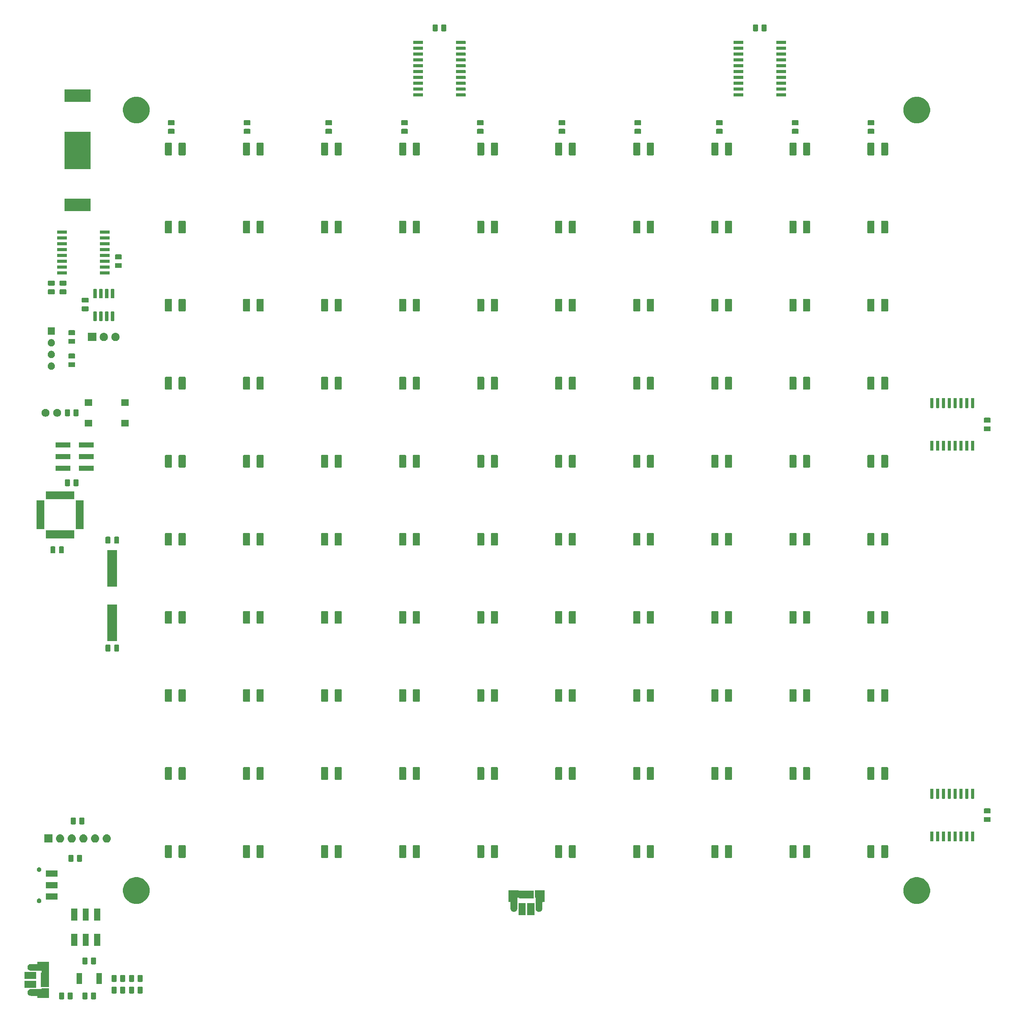
<source format=gts>
G04 #@! TF.GenerationSoftware,KiCad,Pcbnew,5.1.4-3.fc31*
G04 #@! TF.CreationDate,2019-12-02T16:48:44+01:00*
G04 #@! TF.ProjectId,WordclockPCB,576f7264-636c-46f6-936b-5043422e6b69,rev?*
G04 #@! TF.SameCoordinates,Original*
G04 #@! TF.FileFunction,Soldermask,Top*
G04 #@! TF.FilePolarity,Negative*
%FSLAX46Y46*%
G04 Gerber Fmt 4.6, Leading zero omitted, Abs format (unit mm)*
G04 Created by KiCad (PCBNEW 5.1.4-3.fc31) date 2019-12-02 16:48:44*
%MOMM*%
%LPD*%
G04 APERTURE LIST*
%ADD10C,0.100000*%
G04 APERTURE END LIST*
D10*
G36*
X101559468Y-217703565D02*
G01*
X101598138Y-217715296D01*
X101633777Y-217734346D01*
X101665017Y-217759983D01*
X101690654Y-217791223D01*
X101709704Y-217826862D01*
X101721435Y-217865532D01*
X101726000Y-217911888D01*
X101726000Y-218988112D01*
X101721435Y-219034468D01*
X101709704Y-219073138D01*
X101690654Y-219108777D01*
X101665017Y-219140017D01*
X101633777Y-219165654D01*
X101598138Y-219184704D01*
X101559468Y-219196435D01*
X101513112Y-219201000D01*
X100861888Y-219201000D01*
X100815532Y-219196435D01*
X100776862Y-219184704D01*
X100741223Y-219165654D01*
X100709983Y-219140017D01*
X100684346Y-219108777D01*
X100665296Y-219073138D01*
X100653565Y-219034468D01*
X100649000Y-218988112D01*
X100649000Y-217911888D01*
X100653565Y-217865532D01*
X100665296Y-217826862D01*
X100684346Y-217791223D01*
X100709983Y-217759983D01*
X100741223Y-217734346D01*
X100776862Y-217715296D01*
X100815532Y-217703565D01*
X100861888Y-217699000D01*
X101513112Y-217699000D01*
X101559468Y-217703565D01*
X101559468Y-217703565D01*
G37*
G36*
X94604468Y-217703565D02*
G01*
X94643138Y-217715296D01*
X94678777Y-217734346D01*
X94710017Y-217759983D01*
X94735654Y-217791223D01*
X94754704Y-217826862D01*
X94766435Y-217865532D01*
X94771000Y-217911888D01*
X94771000Y-218988112D01*
X94766435Y-219034468D01*
X94754704Y-219073138D01*
X94735654Y-219108777D01*
X94710017Y-219140017D01*
X94678777Y-219165654D01*
X94643138Y-219184704D01*
X94604468Y-219196435D01*
X94558112Y-219201000D01*
X93906888Y-219201000D01*
X93860532Y-219196435D01*
X93821862Y-219184704D01*
X93786223Y-219165654D01*
X93754983Y-219140017D01*
X93729346Y-219108777D01*
X93710296Y-219073138D01*
X93698565Y-219034468D01*
X93694000Y-218988112D01*
X93694000Y-217911888D01*
X93698565Y-217865532D01*
X93710296Y-217826862D01*
X93729346Y-217791223D01*
X93754983Y-217759983D01*
X93786223Y-217734346D01*
X93821862Y-217715296D01*
X93860532Y-217703565D01*
X93906888Y-217699000D01*
X94558112Y-217699000D01*
X94604468Y-217703565D01*
X94604468Y-217703565D01*
G37*
G36*
X96479468Y-217703565D02*
G01*
X96518138Y-217715296D01*
X96553777Y-217734346D01*
X96585017Y-217759983D01*
X96610654Y-217791223D01*
X96629704Y-217826862D01*
X96641435Y-217865532D01*
X96646000Y-217911888D01*
X96646000Y-218988112D01*
X96641435Y-219034468D01*
X96629704Y-219073138D01*
X96610654Y-219108777D01*
X96585017Y-219140017D01*
X96553777Y-219165654D01*
X96518138Y-219184704D01*
X96479468Y-219196435D01*
X96433112Y-219201000D01*
X95781888Y-219201000D01*
X95735532Y-219196435D01*
X95696862Y-219184704D01*
X95661223Y-219165654D01*
X95629983Y-219140017D01*
X95604346Y-219108777D01*
X95585296Y-219073138D01*
X95573565Y-219034468D01*
X95569000Y-218988112D01*
X95569000Y-217911888D01*
X95573565Y-217865532D01*
X95585296Y-217826862D01*
X95604346Y-217791223D01*
X95629983Y-217759983D01*
X95661223Y-217734346D01*
X95696862Y-217715296D01*
X95735532Y-217703565D01*
X95781888Y-217699000D01*
X96433112Y-217699000D01*
X96479468Y-217703565D01*
X96479468Y-217703565D01*
G37*
G36*
X99684468Y-217703565D02*
G01*
X99723138Y-217715296D01*
X99758777Y-217734346D01*
X99790017Y-217759983D01*
X99815654Y-217791223D01*
X99834704Y-217826862D01*
X99846435Y-217865532D01*
X99851000Y-217911888D01*
X99851000Y-218988112D01*
X99846435Y-219034468D01*
X99834704Y-219073138D01*
X99815654Y-219108777D01*
X99790017Y-219140017D01*
X99758777Y-219165654D01*
X99723138Y-219184704D01*
X99684468Y-219196435D01*
X99638112Y-219201000D01*
X98986888Y-219201000D01*
X98940532Y-219196435D01*
X98901862Y-219184704D01*
X98866223Y-219165654D01*
X98834983Y-219140017D01*
X98809346Y-219108777D01*
X98790296Y-219073138D01*
X98778565Y-219034468D01*
X98774000Y-218988112D01*
X98774000Y-217911888D01*
X98778565Y-217865532D01*
X98790296Y-217826862D01*
X98809346Y-217791223D01*
X98834983Y-217759983D01*
X98866223Y-217734346D01*
X98901862Y-217715296D01*
X98940532Y-217703565D01*
X98986888Y-217699000D01*
X99638112Y-217699000D01*
X99684468Y-217703565D01*
X99684468Y-217703565D01*
G37*
G36*
X91022818Y-216777696D02*
G01*
X91075300Y-216793617D01*
X91099333Y-216798398D01*
X91111586Y-216799000D01*
X91506000Y-216799000D01*
X91506000Y-217334341D01*
X91506602Y-217346593D01*
X91508907Y-217370000D01*
X91506602Y-217393407D01*
X91506000Y-217405659D01*
X91506000Y-218901000D01*
X89910999Y-218901000D01*
X89886613Y-218903402D01*
X89863164Y-218910515D01*
X89857579Y-218913500D01*
X88984000Y-218913500D01*
X88984000Y-218550999D01*
X88981598Y-218526613D01*
X88974485Y-218503164D01*
X88962934Y-218481553D01*
X88947389Y-218462611D01*
X88928447Y-218447066D01*
X88906836Y-218435515D01*
X88883387Y-218428402D01*
X88859001Y-218426000D01*
X87530653Y-218426000D01*
X87528447Y-218424190D01*
X87506836Y-218412639D01*
X87483387Y-218405526D01*
X87471255Y-218403726D01*
X87387679Y-218395495D01*
X87250828Y-218353981D01*
X87250825Y-218353980D01*
X87124706Y-218286568D01*
X87014157Y-218195843D01*
X86923432Y-218085294D01*
X86856020Y-217959175D01*
X86846088Y-217926435D01*
X86814505Y-217822321D01*
X86800488Y-217680000D01*
X86814505Y-217537679D01*
X86856019Y-217400828D01*
X86856020Y-217400825D01*
X86923432Y-217274706D01*
X87014157Y-217164157D01*
X87124706Y-217073432D01*
X87250825Y-217006020D01*
X87250828Y-217006019D01*
X87387679Y-216964505D01*
X87458787Y-216957502D01*
X87494340Y-216954000D01*
X87915660Y-216954000D01*
X88022322Y-216964505D01*
X88035876Y-216968617D01*
X88059909Y-216973398D01*
X88072162Y-216974000D01*
X89779001Y-216974000D01*
X89803387Y-216971598D01*
X89826836Y-216964485D01*
X89848447Y-216952934D01*
X89867389Y-216937389D01*
X89882934Y-216918447D01*
X89894485Y-216896836D01*
X89901598Y-216873387D01*
X89904000Y-216849001D01*
X89904000Y-216799000D01*
X90298414Y-216799000D01*
X90322800Y-216796598D01*
X90334700Y-216793617D01*
X90387182Y-216777696D01*
X90475481Y-216769000D01*
X90934519Y-216769000D01*
X91022818Y-216777696D01*
X91022818Y-216777696D01*
G37*
G36*
X109844468Y-216433565D02*
G01*
X109883138Y-216445296D01*
X109918777Y-216464346D01*
X109950017Y-216489983D01*
X109975654Y-216521223D01*
X109994704Y-216556862D01*
X110006435Y-216595532D01*
X110011000Y-216641888D01*
X110011000Y-217718112D01*
X110006435Y-217764468D01*
X109994704Y-217803138D01*
X109975654Y-217838777D01*
X109950017Y-217870017D01*
X109918777Y-217895654D01*
X109883138Y-217914704D01*
X109844468Y-217926435D01*
X109798112Y-217931000D01*
X109146888Y-217931000D01*
X109100532Y-217926435D01*
X109061862Y-217914704D01*
X109026223Y-217895654D01*
X108994983Y-217870017D01*
X108969346Y-217838777D01*
X108950296Y-217803138D01*
X108938565Y-217764468D01*
X108934000Y-217718112D01*
X108934000Y-216641888D01*
X108938565Y-216595532D01*
X108950296Y-216556862D01*
X108969346Y-216521223D01*
X108994983Y-216489983D01*
X109026223Y-216464346D01*
X109061862Y-216445296D01*
X109100532Y-216433565D01*
X109146888Y-216429000D01*
X109798112Y-216429000D01*
X109844468Y-216433565D01*
X109844468Y-216433565D01*
G37*
G36*
X111719468Y-216433565D02*
G01*
X111758138Y-216445296D01*
X111793777Y-216464346D01*
X111825017Y-216489983D01*
X111850654Y-216521223D01*
X111869704Y-216556862D01*
X111881435Y-216595532D01*
X111886000Y-216641888D01*
X111886000Y-217718112D01*
X111881435Y-217764468D01*
X111869704Y-217803138D01*
X111850654Y-217838777D01*
X111825017Y-217870017D01*
X111793777Y-217895654D01*
X111758138Y-217914704D01*
X111719468Y-217926435D01*
X111673112Y-217931000D01*
X111021888Y-217931000D01*
X110975532Y-217926435D01*
X110936862Y-217914704D01*
X110901223Y-217895654D01*
X110869983Y-217870017D01*
X110844346Y-217838777D01*
X110825296Y-217803138D01*
X110813565Y-217764468D01*
X110809000Y-217718112D01*
X110809000Y-216641888D01*
X110813565Y-216595532D01*
X110825296Y-216556862D01*
X110844346Y-216521223D01*
X110869983Y-216489983D01*
X110901223Y-216464346D01*
X110936862Y-216445296D01*
X110975532Y-216433565D01*
X111021888Y-216429000D01*
X111673112Y-216429000D01*
X111719468Y-216433565D01*
X111719468Y-216433565D01*
G37*
G36*
X106034468Y-216433565D02*
G01*
X106073138Y-216445296D01*
X106108777Y-216464346D01*
X106140017Y-216489983D01*
X106165654Y-216521223D01*
X106184704Y-216556862D01*
X106196435Y-216595532D01*
X106201000Y-216641888D01*
X106201000Y-217718112D01*
X106196435Y-217764468D01*
X106184704Y-217803138D01*
X106165654Y-217838777D01*
X106140017Y-217870017D01*
X106108777Y-217895654D01*
X106073138Y-217914704D01*
X106034468Y-217926435D01*
X105988112Y-217931000D01*
X105336888Y-217931000D01*
X105290532Y-217926435D01*
X105251862Y-217914704D01*
X105216223Y-217895654D01*
X105184983Y-217870017D01*
X105159346Y-217838777D01*
X105140296Y-217803138D01*
X105128565Y-217764468D01*
X105124000Y-217718112D01*
X105124000Y-216641888D01*
X105128565Y-216595532D01*
X105140296Y-216556862D01*
X105159346Y-216521223D01*
X105184983Y-216489983D01*
X105216223Y-216464346D01*
X105251862Y-216445296D01*
X105290532Y-216433565D01*
X105336888Y-216429000D01*
X105988112Y-216429000D01*
X106034468Y-216433565D01*
X106034468Y-216433565D01*
G37*
G36*
X107909468Y-216433565D02*
G01*
X107948138Y-216445296D01*
X107983777Y-216464346D01*
X108015017Y-216489983D01*
X108040654Y-216521223D01*
X108059704Y-216556862D01*
X108071435Y-216595532D01*
X108076000Y-216641888D01*
X108076000Y-217718112D01*
X108071435Y-217764468D01*
X108059704Y-217803138D01*
X108040654Y-217838777D01*
X108015017Y-217870017D01*
X107983777Y-217895654D01*
X107948138Y-217914704D01*
X107909468Y-217926435D01*
X107863112Y-217931000D01*
X107211888Y-217931000D01*
X107165532Y-217926435D01*
X107126862Y-217914704D01*
X107091223Y-217895654D01*
X107059983Y-217870017D01*
X107034346Y-217838777D01*
X107015296Y-217803138D01*
X107003565Y-217764468D01*
X106999000Y-217718112D01*
X106999000Y-216641888D01*
X107003565Y-216595532D01*
X107015296Y-216556862D01*
X107034346Y-216521223D01*
X107059983Y-216489983D01*
X107091223Y-216464346D01*
X107126862Y-216445296D01*
X107165532Y-216433565D01*
X107211888Y-216429000D01*
X107863112Y-216429000D01*
X107909468Y-216433565D01*
X107909468Y-216433565D01*
G37*
G36*
X88736000Y-216676000D02*
G01*
X86134000Y-216676000D01*
X86134000Y-215144000D01*
X88736000Y-215144000D01*
X88736000Y-216676000D01*
X88736000Y-216676000D01*
G37*
G36*
X89863164Y-211039485D02*
G01*
X89886613Y-211046598D01*
X89910999Y-211049000D01*
X91486000Y-211049000D01*
X91486000Y-212356379D01*
X91488402Y-212380765D01*
X91491383Y-212392665D01*
X91497304Y-212412182D01*
X91508907Y-212530000D01*
X91497304Y-212647818D01*
X91491383Y-212667335D01*
X91486602Y-212691368D01*
X91486000Y-212703621D01*
X91486000Y-213201759D01*
X91482066Y-213206553D01*
X91470515Y-213228164D01*
X91463402Y-213251613D01*
X91461000Y-213275999D01*
X91461000Y-216501000D01*
X89709000Y-216501000D01*
X89709000Y-213399000D01*
X89759001Y-213399000D01*
X89783387Y-213396598D01*
X89806836Y-213389485D01*
X89828447Y-213377934D01*
X89847389Y-213362389D01*
X89862934Y-213343447D01*
X89874485Y-213321836D01*
X89881598Y-213298387D01*
X89884000Y-213274001D01*
X89884000Y-213088499D01*
X89881598Y-213064113D01*
X89874485Y-213040664D01*
X89862934Y-213019053D01*
X89847389Y-213000111D01*
X89828447Y-212984566D01*
X89806836Y-212973015D01*
X89783387Y-212965902D01*
X89759001Y-212963500D01*
X88921775Y-212963500D01*
X88906836Y-212955515D01*
X88883387Y-212948402D01*
X88859001Y-212946000D01*
X87484950Y-212946000D01*
X87483387Y-212945526D01*
X87471255Y-212943726D01*
X87387679Y-212935495D01*
X87250828Y-212893981D01*
X87250825Y-212893980D01*
X87124706Y-212826568D01*
X87014157Y-212735843D01*
X86923432Y-212625294D01*
X86856020Y-212499175D01*
X86829631Y-212412184D01*
X86814505Y-212362321D01*
X86800488Y-212220000D01*
X86814505Y-212077679D01*
X86856019Y-211940828D01*
X86856020Y-211940825D01*
X86923432Y-211814706D01*
X87014157Y-211704157D01*
X87124706Y-211613432D01*
X87250825Y-211546020D01*
X87250828Y-211546019D01*
X87387679Y-211504505D01*
X87471254Y-211496274D01*
X87482686Y-211494000D01*
X88859001Y-211494000D01*
X88883387Y-211491598D01*
X88906836Y-211484485D01*
X88928447Y-211472934D01*
X88947389Y-211457389D01*
X88962934Y-211438447D01*
X88974485Y-211416836D01*
X88981598Y-211393387D01*
X88984000Y-211369001D01*
X88984000Y-211036500D01*
X89857579Y-211036500D01*
X89863164Y-211039485D01*
X89863164Y-211039485D01*
G37*
G36*
X103001000Y-215816000D02*
G01*
X101799000Y-215816000D01*
X101799000Y-213464000D01*
X103001000Y-213464000D01*
X103001000Y-215816000D01*
X103001000Y-215816000D01*
G37*
G36*
X98701000Y-215816000D02*
G01*
X97499000Y-215816000D01*
X97499000Y-213464000D01*
X98701000Y-213464000D01*
X98701000Y-215816000D01*
X98701000Y-215816000D01*
G37*
G36*
X111719468Y-213893565D02*
G01*
X111758138Y-213905296D01*
X111793777Y-213924346D01*
X111825017Y-213949983D01*
X111850654Y-213981223D01*
X111869704Y-214016862D01*
X111881435Y-214055532D01*
X111886000Y-214101888D01*
X111886000Y-215178112D01*
X111881435Y-215224468D01*
X111869704Y-215263138D01*
X111850654Y-215298777D01*
X111825017Y-215330017D01*
X111793777Y-215355654D01*
X111758138Y-215374704D01*
X111719468Y-215386435D01*
X111673112Y-215391000D01*
X111021888Y-215391000D01*
X110975532Y-215386435D01*
X110936862Y-215374704D01*
X110901223Y-215355654D01*
X110869983Y-215330017D01*
X110844346Y-215298777D01*
X110825296Y-215263138D01*
X110813565Y-215224468D01*
X110809000Y-215178112D01*
X110809000Y-214101888D01*
X110813565Y-214055532D01*
X110825296Y-214016862D01*
X110844346Y-213981223D01*
X110869983Y-213949983D01*
X110901223Y-213924346D01*
X110936862Y-213905296D01*
X110975532Y-213893565D01*
X111021888Y-213889000D01*
X111673112Y-213889000D01*
X111719468Y-213893565D01*
X111719468Y-213893565D01*
G37*
G36*
X109844468Y-213893565D02*
G01*
X109883138Y-213905296D01*
X109918777Y-213924346D01*
X109950017Y-213949983D01*
X109975654Y-213981223D01*
X109994704Y-214016862D01*
X110006435Y-214055532D01*
X110011000Y-214101888D01*
X110011000Y-215178112D01*
X110006435Y-215224468D01*
X109994704Y-215263138D01*
X109975654Y-215298777D01*
X109950017Y-215330017D01*
X109918777Y-215355654D01*
X109883138Y-215374704D01*
X109844468Y-215386435D01*
X109798112Y-215391000D01*
X109146888Y-215391000D01*
X109100532Y-215386435D01*
X109061862Y-215374704D01*
X109026223Y-215355654D01*
X108994983Y-215330017D01*
X108969346Y-215298777D01*
X108950296Y-215263138D01*
X108938565Y-215224468D01*
X108934000Y-215178112D01*
X108934000Y-214101888D01*
X108938565Y-214055532D01*
X108950296Y-214016862D01*
X108969346Y-213981223D01*
X108994983Y-213949983D01*
X109026223Y-213924346D01*
X109061862Y-213905296D01*
X109100532Y-213893565D01*
X109146888Y-213889000D01*
X109798112Y-213889000D01*
X109844468Y-213893565D01*
X109844468Y-213893565D01*
G37*
G36*
X107909468Y-213893565D02*
G01*
X107948138Y-213905296D01*
X107983777Y-213924346D01*
X108015017Y-213949983D01*
X108040654Y-213981223D01*
X108059704Y-214016862D01*
X108071435Y-214055532D01*
X108076000Y-214101888D01*
X108076000Y-215178112D01*
X108071435Y-215224468D01*
X108059704Y-215263138D01*
X108040654Y-215298777D01*
X108015017Y-215330017D01*
X107983777Y-215355654D01*
X107948138Y-215374704D01*
X107909468Y-215386435D01*
X107863112Y-215391000D01*
X107211888Y-215391000D01*
X107165532Y-215386435D01*
X107126862Y-215374704D01*
X107091223Y-215355654D01*
X107059983Y-215330017D01*
X107034346Y-215298777D01*
X107015296Y-215263138D01*
X107003565Y-215224468D01*
X106999000Y-215178112D01*
X106999000Y-214101888D01*
X107003565Y-214055532D01*
X107015296Y-214016862D01*
X107034346Y-213981223D01*
X107059983Y-213949983D01*
X107091223Y-213924346D01*
X107126862Y-213905296D01*
X107165532Y-213893565D01*
X107211888Y-213889000D01*
X107863112Y-213889000D01*
X107909468Y-213893565D01*
X107909468Y-213893565D01*
G37*
G36*
X106034468Y-213893565D02*
G01*
X106073138Y-213905296D01*
X106108777Y-213924346D01*
X106140017Y-213949983D01*
X106165654Y-213981223D01*
X106184704Y-214016862D01*
X106196435Y-214055532D01*
X106201000Y-214101888D01*
X106201000Y-215178112D01*
X106196435Y-215224468D01*
X106184704Y-215263138D01*
X106165654Y-215298777D01*
X106140017Y-215330017D01*
X106108777Y-215355654D01*
X106073138Y-215374704D01*
X106034468Y-215386435D01*
X105988112Y-215391000D01*
X105336888Y-215391000D01*
X105290532Y-215386435D01*
X105251862Y-215374704D01*
X105216223Y-215355654D01*
X105184983Y-215330017D01*
X105159346Y-215298777D01*
X105140296Y-215263138D01*
X105128565Y-215224468D01*
X105124000Y-215178112D01*
X105124000Y-214101888D01*
X105128565Y-214055532D01*
X105140296Y-214016862D01*
X105159346Y-213981223D01*
X105184983Y-213949983D01*
X105216223Y-213924346D01*
X105251862Y-213905296D01*
X105290532Y-213893565D01*
X105336888Y-213889000D01*
X105988112Y-213889000D01*
X106034468Y-213893565D01*
X106034468Y-213893565D01*
G37*
G36*
X88736000Y-214756000D02*
G01*
X86134000Y-214756000D01*
X86134000Y-213224000D01*
X88736000Y-213224000D01*
X88736000Y-214756000D01*
X88736000Y-214756000D01*
G37*
G36*
X99684468Y-210083565D02*
G01*
X99723138Y-210095296D01*
X99758777Y-210114346D01*
X99790017Y-210139983D01*
X99815654Y-210171223D01*
X99834704Y-210206862D01*
X99846435Y-210245532D01*
X99851000Y-210291888D01*
X99851000Y-211368112D01*
X99846435Y-211414468D01*
X99834704Y-211453138D01*
X99815654Y-211488777D01*
X99790017Y-211520017D01*
X99758777Y-211545654D01*
X99723138Y-211564704D01*
X99684468Y-211576435D01*
X99638112Y-211581000D01*
X98986888Y-211581000D01*
X98940532Y-211576435D01*
X98901862Y-211564704D01*
X98866223Y-211545654D01*
X98834983Y-211520017D01*
X98809346Y-211488777D01*
X98790296Y-211453138D01*
X98778565Y-211414468D01*
X98774000Y-211368112D01*
X98774000Y-210291888D01*
X98778565Y-210245532D01*
X98790296Y-210206862D01*
X98809346Y-210171223D01*
X98834983Y-210139983D01*
X98866223Y-210114346D01*
X98901862Y-210095296D01*
X98940532Y-210083565D01*
X98986888Y-210079000D01*
X99638112Y-210079000D01*
X99684468Y-210083565D01*
X99684468Y-210083565D01*
G37*
G36*
X101559468Y-210083565D02*
G01*
X101598138Y-210095296D01*
X101633777Y-210114346D01*
X101665017Y-210139983D01*
X101690654Y-210171223D01*
X101709704Y-210206862D01*
X101721435Y-210245532D01*
X101726000Y-210291888D01*
X101726000Y-211368112D01*
X101721435Y-211414468D01*
X101709704Y-211453138D01*
X101690654Y-211488777D01*
X101665017Y-211520017D01*
X101633777Y-211545654D01*
X101598138Y-211564704D01*
X101559468Y-211576435D01*
X101513112Y-211581000D01*
X100861888Y-211581000D01*
X100815532Y-211576435D01*
X100776862Y-211564704D01*
X100741223Y-211545654D01*
X100709983Y-211520017D01*
X100684346Y-211488777D01*
X100665296Y-211453138D01*
X100653565Y-211414468D01*
X100649000Y-211368112D01*
X100649000Y-210291888D01*
X100653565Y-210245532D01*
X100665296Y-210206862D01*
X100684346Y-210171223D01*
X100709983Y-210139983D01*
X100741223Y-210114346D01*
X100776862Y-210095296D01*
X100815532Y-210083565D01*
X100861888Y-210079000D01*
X101513112Y-210079000D01*
X101559468Y-210083565D01*
X101559468Y-210083565D01*
G37*
G36*
X102639000Y-207515000D02*
G01*
X101337000Y-207515000D01*
X101337000Y-204913000D01*
X102639000Y-204913000D01*
X102639000Y-207515000D01*
X102639000Y-207515000D01*
G37*
G36*
X100139000Y-207515000D02*
G01*
X98837000Y-207515000D01*
X98837000Y-204913000D01*
X100139000Y-204913000D01*
X100139000Y-207515000D01*
X100139000Y-207515000D01*
G37*
G36*
X97639000Y-207515000D02*
G01*
X96337000Y-207515000D01*
X96337000Y-204913000D01*
X97639000Y-204913000D01*
X97639000Y-207515000D01*
X97639000Y-207515000D01*
G37*
G36*
X102639000Y-202015000D02*
G01*
X101337000Y-202015000D01*
X101337000Y-199413000D01*
X102639000Y-199413000D01*
X102639000Y-202015000D01*
X102639000Y-202015000D01*
G37*
G36*
X100139000Y-202015000D02*
G01*
X98837000Y-202015000D01*
X98837000Y-199413000D01*
X100139000Y-199413000D01*
X100139000Y-202015000D01*
X100139000Y-202015000D01*
G37*
G36*
X97639000Y-202015000D02*
G01*
X96337000Y-202015000D01*
X96337000Y-199413000D01*
X97639000Y-199413000D01*
X97639000Y-202015000D01*
X97639000Y-202015000D01*
G37*
G36*
X197201000Y-200816000D02*
G01*
X195669000Y-200816000D01*
X195669000Y-198214000D01*
X197201000Y-198214000D01*
X197201000Y-200816000D01*
X197201000Y-200816000D01*
G37*
G36*
X195281000Y-200816000D02*
G01*
X193749000Y-200816000D01*
X193749000Y-198214000D01*
X195281000Y-198214000D01*
X195281000Y-200816000D01*
X195281000Y-200816000D01*
G37*
G36*
X197918407Y-195443398D02*
G01*
X197930659Y-195444000D01*
X199426000Y-195444000D01*
X199426000Y-197039001D01*
X199428402Y-197063387D01*
X199435515Y-197086836D01*
X199438500Y-197092421D01*
X199438500Y-197966000D01*
X199075999Y-197966000D01*
X199051613Y-197968402D01*
X199028164Y-197975515D01*
X199006553Y-197987066D01*
X198987611Y-198002611D01*
X198972066Y-198021553D01*
X198960515Y-198043164D01*
X198953402Y-198066613D01*
X198951000Y-198090999D01*
X198951000Y-199419347D01*
X198949190Y-199421553D01*
X198937639Y-199443164D01*
X198928726Y-199478747D01*
X198920495Y-199562320D01*
X198889783Y-199663564D01*
X198878980Y-199699176D01*
X198811568Y-199825294D01*
X198720843Y-199935843D01*
X198610294Y-200026568D01*
X198484175Y-200093980D01*
X198484172Y-200093981D01*
X198347321Y-200135495D01*
X198205000Y-200149512D01*
X198062680Y-200135495D01*
X197925829Y-200093981D01*
X197925826Y-200093980D01*
X197799707Y-200026568D01*
X197689158Y-199935843D01*
X197598432Y-199825294D01*
X197531020Y-199699175D01*
X197531019Y-199699172D01*
X197489505Y-199562321D01*
X197479000Y-199455659D01*
X197479000Y-199034342D01*
X197489505Y-198927680D01*
X197493617Y-198914124D01*
X197498398Y-198890092D01*
X197499000Y-198877839D01*
X197499000Y-197170999D01*
X197496598Y-197146613D01*
X197489485Y-197123164D01*
X197477934Y-197101553D01*
X197462389Y-197082611D01*
X197443447Y-197067066D01*
X197421836Y-197055515D01*
X197398387Y-197048402D01*
X197374001Y-197046000D01*
X197324000Y-197046000D01*
X197324000Y-196651586D01*
X197321598Y-196627200D01*
X197318617Y-196615300D01*
X197302696Y-196562818D01*
X197294000Y-196474519D01*
X197294000Y-196015482D01*
X197302696Y-195927183D01*
X197318617Y-195874701D01*
X197323398Y-195850668D01*
X197324000Y-195838415D01*
X197324000Y-195444000D01*
X197859341Y-195444000D01*
X197871593Y-195443398D01*
X197895000Y-195441093D01*
X197918407Y-195443398D01*
X197918407Y-195443398D01*
G37*
G36*
X193172817Y-195452696D02*
G01*
X193192334Y-195458617D01*
X193216367Y-195463398D01*
X193228620Y-195464000D01*
X193726759Y-195464000D01*
X193731553Y-195467934D01*
X193753164Y-195479485D01*
X193776613Y-195486598D01*
X193800999Y-195489000D01*
X197026000Y-195489000D01*
X197026000Y-197241000D01*
X193924000Y-197241000D01*
X193924000Y-197190999D01*
X193921598Y-197166613D01*
X193914485Y-197143164D01*
X193902934Y-197121553D01*
X193887389Y-197102611D01*
X193868447Y-197087066D01*
X193846836Y-197075515D01*
X193823387Y-197068402D01*
X193799001Y-197066000D01*
X193613499Y-197066000D01*
X193589113Y-197068402D01*
X193565664Y-197075515D01*
X193544053Y-197087066D01*
X193525111Y-197102611D01*
X193509566Y-197121553D01*
X193498015Y-197143164D01*
X193490902Y-197166613D01*
X193488500Y-197190999D01*
X193488500Y-198028225D01*
X193480515Y-198043164D01*
X193473402Y-198066613D01*
X193471000Y-198090999D01*
X193471000Y-199469669D01*
X193468726Y-199478747D01*
X193460495Y-199562320D01*
X193429783Y-199663564D01*
X193418980Y-199699176D01*
X193351568Y-199825294D01*
X193260843Y-199935843D01*
X193150294Y-200026568D01*
X193024175Y-200093980D01*
X193024172Y-200093981D01*
X192887321Y-200135495D01*
X192745000Y-200149512D01*
X192602680Y-200135495D01*
X192465829Y-200093981D01*
X192465826Y-200093980D01*
X192339707Y-200026568D01*
X192229158Y-199935843D01*
X192138432Y-199825294D01*
X192071020Y-199699175D01*
X192071019Y-199699172D01*
X192029505Y-199562321D01*
X192021274Y-199478746D01*
X192019000Y-199467314D01*
X192019000Y-198090999D01*
X192016598Y-198066613D01*
X192009485Y-198043164D01*
X191997934Y-198021553D01*
X191982389Y-198002611D01*
X191963447Y-197987066D01*
X191941836Y-197975515D01*
X191918387Y-197968402D01*
X191894001Y-197966000D01*
X191561500Y-197966000D01*
X191561500Y-197092421D01*
X191564485Y-197086836D01*
X191571598Y-197063387D01*
X191574000Y-197039001D01*
X191574000Y-195464000D01*
X192881379Y-195464000D01*
X192905765Y-195461598D01*
X192917665Y-195458617D01*
X192937182Y-195452696D01*
X193055000Y-195441093D01*
X193172817Y-195452696D01*
X193172817Y-195452696D01*
G37*
G36*
X111346189Y-192710483D02*
G01*
X111346192Y-192710484D01*
X111346191Y-192710484D01*
X111874139Y-192929167D01*
X112349280Y-193246646D01*
X112753354Y-193650720D01*
X113070833Y-194125861D01*
X113070834Y-194125863D01*
X113289517Y-194653811D01*
X113401000Y-195214275D01*
X113401000Y-195785725D01*
X113289517Y-196346189D01*
X113152861Y-196676105D01*
X113070833Y-196874139D01*
X112753354Y-197349280D01*
X112349280Y-197753354D01*
X111874139Y-198070833D01*
X111874138Y-198070834D01*
X111874137Y-198070834D01*
X111346189Y-198289517D01*
X110785725Y-198401000D01*
X110214275Y-198401000D01*
X109653811Y-198289517D01*
X109125863Y-198070834D01*
X109125862Y-198070834D01*
X109125861Y-198070833D01*
X108650720Y-197753354D01*
X108246646Y-197349280D01*
X107929167Y-196874139D01*
X107847139Y-196676105D01*
X107710483Y-196346189D01*
X107599000Y-195785725D01*
X107599000Y-195214275D01*
X107710483Y-194653811D01*
X107929166Y-194125863D01*
X107929167Y-194125861D01*
X108246646Y-193650720D01*
X108650720Y-193246646D01*
X109125861Y-192929167D01*
X109653809Y-192710484D01*
X109653808Y-192710484D01*
X109653811Y-192710483D01*
X110214275Y-192599000D01*
X110785725Y-192599000D01*
X111346189Y-192710483D01*
X111346189Y-192710483D01*
G37*
G36*
X281346189Y-192710483D02*
G01*
X281346192Y-192710484D01*
X281346191Y-192710484D01*
X281874139Y-192929167D01*
X282349280Y-193246646D01*
X282753354Y-193650720D01*
X283070833Y-194125861D01*
X283070834Y-194125863D01*
X283289517Y-194653811D01*
X283401000Y-195214275D01*
X283401000Y-195785725D01*
X283289517Y-196346189D01*
X283152861Y-196676105D01*
X283070833Y-196874139D01*
X282753354Y-197349280D01*
X282349280Y-197753354D01*
X281874139Y-198070833D01*
X281874138Y-198070834D01*
X281874137Y-198070834D01*
X281346189Y-198289517D01*
X280785725Y-198401000D01*
X280214275Y-198401000D01*
X279653811Y-198289517D01*
X279125863Y-198070834D01*
X279125862Y-198070834D01*
X279125861Y-198070833D01*
X278650720Y-197753354D01*
X278246646Y-197349280D01*
X277929167Y-196874139D01*
X277847139Y-196676105D01*
X277710483Y-196346189D01*
X277599000Y-195785725D01*
X277599000Y-195214275D01*
X277710483Y-194653811D01*
X277929166Y-194125863D01*
X277929167Y-194125861D01*
X278246646Y-193650720D01*
X278650720Y-193246646D01*
X279125861Y-192929167D01*
X279653809Y-192710484D01*
X279653808Y-192710484D01*
X279653811Y-192710483D01*
X280214275Y-192599000D01*
X280785725Y-192599000D01*
X281346189Y-192710483D01*
X281346189Y-192710483D01*
G37*
G36*
X89425740Y-197228626D02*
G01*
X89474136Y-197238253D01*
X89511902Y-197253896D01*
X89565311Y-197276019D01*
X89565312Y-197276020D01*
X89647369Y-197330848D01*
X89717152Y-197400631D01*
X89717153Y-197400633D01*
X89771981Y-197482689D01*
X89809747Y-197573865D01*
X89829000Y-197670655D01*
X89829000Y-197769345D01*
X89809747Y-197866135D01*
X89771981Y-197957311D01*
X89771980Y-197957312D01*
X89717152Y-198039369D01*
X89647369Y-198109152D01*
X89606062Y-198136752D01*
X89565311Y-198163981D01*
X89511902Y-198186104D01*
X89474136Y-198201747D01*
X89425740Y-198211373D01*
X89377345Y-198221000D01*
X89278655Y-198221000D01*
X89230260Y-198211373D01*
X89181864Y-198201747D01*
X89144098Y-198186104D01*
X89090689Y-198163981D01*
X89049938Y-198136752D01*
X89008631Y-198109152D01*
X88938848Y-198039369D01*
X88884020Y-197957312D01*
X88884019Y-197957311D01*
X88846253Y-197866135D01*
X88827000Y-197769345D01*
X88827000Y-197670655D01*
X88846253Y-197573865D01*
X88884019Y-197482689D01*
X88938847Y-197400633D01*
X88938848Y-197400631D01*
X89008631Y-197330848D01*
X89090688Y-197276020D01*
X89090689Y-197276019D01*
X89144098Y-197253896D01*
X89181864Y-197238253D01*
X89230260Y-197228627D01*
X89278655Y-197219000D01*
X89377345Y-197219000D01*
X89425740Y-197228626D01*
X89425740Y-197228626D01*
G37*
G36*
X93379000Y-197496000D02*
G01*
X90777000Y-197496000D01*
X90777000Y-196144000D01*
X93379000Y-196144000D01*
X93379000Y-197496000D01*
X93379000Y-197496000D01*
G37*
G36*
X93379000Y-194996000D02*
G01*
X90777000Y-194996000D01*
X90777000Y-193644000D01*
X93379000Y-193644000D01*
X93379000Y-194996000D01*
X93379000Y-194996000D01*
G37*
G36*
X93379000Y-192496000D02*
G01*
X90777000Y-192496000D01*
X90777000Y-191144000D01*
X93379000Y-191144000D01*
X93379000Y-192496000D01*
X93379000Y-192496000D01*
G37*
G36*
X89425740Y-190428627D02*
G01*
X89474136Y-190438253D01*
X89511902Y-190453896D01*
X89565311Y-190476019D01*
X89565312Y-190476020D01*
X89647369Y-190530848D01*
X89717152Y-190600631D01*
X89717153Y-190600633D01*
X89771981Y-190682689D01*
X89809747Y-190773865D01*
X89829000Y-190870655D01*
X89829000Y-190969345D01*
X89809747Y-191066135D01*
X89771981Y-191157311D01*
X89771980Y-191157312D01*
X89717152Y-191239369D01*
X89647369Y-191309152D01*
X89606062Y-191336752D01*
X89565311Y-191363981D01*
X89511902Y-191386104D01*
X89474136Y-191401747D01*
X89425740Y-191411373D01*
X89377345Y-191421000D01*
X89278655Y-191421000D01*
X89230260Y-191411373D01*
X89181864Y-191401747D01*
X89144098Y-191386104D01*
X89090689Y-191363981D01*
X89049938Y-191336752D01*
X89008631Y-191309152D01*
X88938848Y-191239369D01*
X88884020Y-191157312D01*
X88884019Y-191157311D01*
X88846253Y-191066135D01*
X88827000Y-190969345D01*
X88827000Y-190870655D01*
X88846253Y-190773865D01*
X88884019Y-190682689D01*
X88938847Y-190600633D01*
X88938848Y-190600631D01*
X89008631Y-190530848D01*
X89090688Y-190476020D01*
X89090689Y-190476019D01*
X89144098Y-190453896D01*
X89181864Y-190438253D01*
X89230260Y-190428627D01*
X89278655Y-190419000D01*
X89377345Y-190419000D01*
X89425740Y-190428627D01*
X89425740Y-190428627D01*
G37*
G36*
X96636468Y-187731565D02*
G01*
X96675138Y-187743296D01*
X96710777Y-187762346D01*
X96742017Y-187787983D01*
X96767654Y-187819223D01*
X96786704Y-187854862D01*
X96798435Y-187893532D01*
X96803000Y-187939888D01*
X96803000Y-189016112D01*
X96798435Y-189062468D01*
X96786704Y-189101138D01*
X96767654Y-189136777D01*
X96742017Y-189168017D01*
X96710777Y-189193654D01*
X96675138Y-189212704D01*
X96636468Y-189224435D01*
X96590112Y-189229000D01*
X95938888Y-189229000D01*
X95892532Y-189224435D01*
X95853862Y-189212704D01*
X95818223Y-189193654D01*
X95786983Y-189168017D01*
X95761346Y-189136777D01*
X95742296Y-189101138D01*
X95730565Y-189062468D01*
X95726000Y-189016112D01*
X95726000Y-187939888D01*
X95730565Y-187893532D01*
X95742296Y-187854862D01*
X95761346Y-187819223D01*
X95786983Y-187787983D01*
X95818223Y-187762346D01*
X95853862Y-187743296D01*
X95892532Y-187731565D01*
X95938888Y-187727000D01*
X96590112Y-187727000D01*
X96636468Y-187731565D01*
X96636468Y-187731565D01*
G37*
G36*
X98511468Y-187731565D02*
G01*
X98550138Y-187743296D01*
X98585777Y-187762346D01*
X98617017Y-187787983D01*
X98642654Y-187819223D01*
X98661704Y-187854862D01*
X98673435Y-187893532D01*
X98678000Y-187939888D01*
X98678000Y-189016112D01*
X98673435Y-189062468D01*
X98661704Y-189101138D01*
X98642654Y-189136777D01*
X98617017Y-189168017D01*
X98585777Y-189193654D01*
X98550138Y-189212704D01*
X98511468Y-189224435D01*
X98465112Y-189229000D01*
X97813888Y-189229000D01*
X97767532Y-189224435D01*
X97728862Y-189212704D01*
X97693223Y-189193654D01*
X97661983Y-189168017D01*
X97636346Y-189136777D01*
X97617296Y-189101138D01*
X97605565Y-189062468D01*
X97601000Y-189016112D01*
X97601000Y-187939888D01*
X97605565Y-187893532D01*
X97617296Y-187854862D01*
X97636346Y-187819223D01*
X97661983Y-187787983D01*
X97693223Y-187762346D01*
X97728862Y-187743296D01*
X97767532Y-187731565D01*
X97813888Y-187727000D01*
X98465112Y-187727000D01*
X98511468Y-187731565D01*
X98511468Y-187731565D01*
G37*
G36*
X186125562Y-185628181D02*
G01*
X186160481Y-185638774D01*
X186192663Y-185655976D01*
X186220873Y-185679127D01*
X186244024Y-185707337D01*
X186261226Y-185739519D01*
X186271819Y-185774438D01*
X186276000Y-185816895D01*
X186276000Y-188183105D01*
X186271819Y-188225562D01*
X186261226Y-188260481D01*
X186244024Y-188292663D01*
X186220873Y-188320873D01*
X186192663Y-188344024D01*
X186160481Y-188361226D01*
X186125562Y-188371819D01*
X186083105Y-188376000D01*
X184941895Y-188376000D01*
X184899438Y-188371819D01*
X184864519Y-188361226D01*
X184832337Y-188344024D01*
X184804127Y-188320873D01*
X184780976Y-188292663D01*
X184763774Y-188260481D01*
X184753181Y-188225562D01*
X184749000Y-188183105D01*
X184749000Y-185816895D01*
X184753181Y-185774438D01*
X184763774Y-185739519D01*
X184780976Y-185707337D01*
X184804127Y-185679127D01*
X184832337Y-185655976D01*
X184864519Y-185638774D01*
X184899438Y-185628181D01*
X184941895Y-185624000D01*
X186083105Y-185624000D01*
X186125562Y-185628181D01*
X186125562Y-185628181D01*
G37*
G36*
X118125562Y-185628181D02*
G01*
X118160481Y-185638774D01*
X118192663Y-185655976D01*
X118220873Y-185679127D01*
X118244024Y-185707337D01*
X118261226Y-185739519D01*
X118271819Y-185774438D01*
X118276000Y-185816895D01*
X118276000Y-188183105D01*
X118271819Y-188225562D01*
X118261226Y-188260481D01*
X118244024Y-188292663D01*
X118220873Y-188320873D01*
X118192663Y-188344024D01*
X118160481Y-188361226D01*
X118125562Y-188371819D01*
X118083105Y-188376000D01*
X116941895Y-188376000D01*
X116899438Y-188371819D01*
X116864519Y-188361226D01*
X116832337Y-188344024D01*
X116804127Y-188320873D01*
X116780976Y-188292663D01*
X116763774Y-188260481D01*
X116753181Y-188225562D01*
X116749000Y-188183105D01*
X116749000Y-185816895D01*
X116753181Y-185774438D01*
X116763774Y-185739519D01*
X116780976Y-185707337D01*
X116804127Y-185679127D01*
X116832337Y-185655976D01*
X116864519Y-185638774D01*
X116899438Y-185628181D01*
X116941895Y-185624000D01*
X118083105Y-185624000D01*
X118125562Y-185628181D01*
X118125562Y-185628181D01*
G37*
G36*
X121100562Y-185628181D02*
G01*
X121135481Y-185638774D01*
X121167663Y-185655976D01*
X121195873Y-185679127D01*
X121219024Y-185707337D01*
X121236226Y-185739519D01*
X121246819Y-185774438D01*
X121251000Y-185816895D01*
X121251000Y-188183105D01*
X121246819Y-188225562D01*
X121236226Y-188260481D01*
X121219024Y-188292663D01*
X121195873Y-188320873D01*
X121167663Y-188344024D01*
X121135481Y-188361226D01*
X121100562Y-188371819D01*
X121058105Y-188376000D01*
X119916895Y-188376000D01*
X119874438Y-188371819D01*
X119839519Y-188361226D01*
X119807337Y-188344024D01*
X119779127Y-188320873D01*
X119755976Y-188292663D01*
X119738774Y-188260481D01*
X119728181Y-188225562D01*
X119724000Y-188183105D01*
X119724000Y-185816895D01*
X119728181Y-185774438D01*
X119738774Y-185739519D01*
X119755976Y-185707337D01*
X119779127Y-185679127D01*
X119807337Y-185655976D01*
X119839519Y-185638774D01*
X119874438Y-185628181D01*
X119916895Y-185624000D01*
X121058105Y-185624000D01*
X121100562Y-185628181D01*
X121100562Y-185628181D01*
G37*
G36*
X135125562Y-185628181D02*
G01*
X135160481Y-185638774D01*
X135192663Y-185655976D01*
X135220873Y-185679127D01*
X135244024Y-185707337D01*
X135261226Y-185739519D01*
X135271819Y-185774438D01*
X135276000Y-185816895D01*
X135276000Y-188183105D01*
X135271819Y-188225562D01*
X135261226Y-188260481D01*
X135244024Y-188292663D01*
X135220873Y-188320873D01*
X135192663Y-188344024D01*
X135160481Y-188361226D01*
X135125562Y-188371819D01*
X135083105Y-188376000D01*
X133941895Y-188376000D01*
X133899438Y-188371819D01*
X133864519Y-188361226D01*
X133832337Y-188344024D01*
X133804127Y-188320873D01*
X133780976Y-188292663D01*
X133763774Y-188260481D01*
X133753181Y-188225562D01*
X133749000Y-188183105D01*
X133749000Y-185816895D01*
X133753181Y-185774438D01*
X133763774Y-185739519D01*
X133780976Y-185707337D01*
X133804127Y-185679127D01*
X133832337Y-185655976D01*
X133864519Y-185638774D01*
X133899438Y-185628181D01*
X133941895Y-185624000D01*
X135083105Y-185624000D01*
X135125562Y-185628181D01*
X135125562Y-185628181D01*
G37*
G36*
X138100562Y-185628181D02*
G01*
X138135481Y-185638774D01*
X138167663Y-185655976D01*
X138195873Y-185679127D01*
X138219024Y-185707337D01*
X138236226Y-185739519D01*
X138246819Y-185774438D01*
X138251000Y-185816895D01*
X138251000Y-188183105D01*
X138246819Y-188225562D01*
X138236226Y-188260481D01*
X138219024Y-188292663D01*
X138195873Y-188320873D01*
X138167663Y-188344024D01*
X138135481Y-188361226D01*
X138100562Y-188371819D01*
X138058105Y-188376000D01*
X136916895Y-188376000D01*
X136874438Y-188371819D01*
X136839519Y-188361226D01*
X136807337Y-188344024D01*
X136779127Y-188320873D01*
X136755976Y-188292663D01*
X136738774Y-188260481D01*
X136728181Y-188225562D01*
X136724000Y-188183105D01*
X136724000Y-185816895D01*
X136728181Y-185774438D01*
X136738774Y-185739519D01*
X136755976Y-185707337D01*
X136779127Y-185679127D01*
X136807337Y-185655976D01*
X136839519Y-185638774D01*
X136874438Y-185628181D01*
X136916895Y-185624000D01*
X138058105Y-185624000D01*
X138100562Y-185628181D01*
X138100562Y-185628181D01*
G37*
G36*
X152125562Y-185628181D02*
G01*
X152160481Y-185638774D01*
X152192663Y-185655976D01*
X152220873Y-185679127D01*
X152244024Y-185707337D01*
X152261226Y-185739519D01*
X152271819Y-185774438D01*
X152276000Y-185816895D01*
X152276000Y-188183105D01*
X152271819Y-188225562D01*
X152261226Y-188260481D01*
X152244024Y-188292663D01*
X152220873Y-188320873D01*
X152192663Y-188344024D01*
X152160481Y-188361226D01*
X152125562Y-188371819D01*
X152083105Y-188376000D01*
X150941895Y-188376000D01*
X150899438Y-188371819D01*
X150864519Y-188361226D01*
X150832337Y-188344024D01*
X150804127Y-188320873D01*
X150780976Y-188292663D01*
X150763774Y-188260481D01*
X150753181Y-188225562D01*
X150749000Y-188183105D01*
X150749000Y-185816895D01*
X150753181Y-185774438D01*
X150763774Y-185739519D01*
X150780976Y-185707337D01*
X150804127Y-185679127D01*
X150832337Y-185655976D01*
X150864519Y-185638774D01*
X150899438Y-185628181D01*
X150941895Y-185624000D01*
X152083105Y-185624000D01*
X152125562Y-185628181D01*
X152125562Y-185628181D01*
G37*
G36*
X155100562Y-185628181D02*
G01*
X155135481Y-185638774D01*
X155167663Y-185655976D01*
X155195873Y-185679127D01*
X155219024Y-185707337D01*
X155236226Y-185739519D01*
X155246819Y-185774438D01*
X155251000Y-185816895D01*
X155251000Y-188183105D01*
X155246819Y-188225562D01*
X155236226Y-188260481D01*
X155219024Y-188292663D01*
X155195873Y-188320873D01*
X155167663Y-188344024D01*
X155135481Y-188361226D01*
X155100562Y-188371819D01*
X155058105Y-188376000D01*
X153916895Y-188376000D01*
X153874438Y-188371819D01*
X153839519Y-188361226D01*
X153807337Y-188344024D01*
X153779127Y-188320873D01*
X153755976Y-188292663D01*
X153738774Y-188260481D01*
X153728181Y-188225562D01*
X153724000Y-188183105D01*
X153724000Y-185816895D01*
X153728181Y-185774438D01*
X153738774Y-185739519D01*
X153755976Y-185707337D01*
X153779127Y-185679127D01*
X153807337Y-185655976D01*
X153839519Y-185638774D01*
X153874438Y-185628181D01*
X153916895Y-185624000D01*
X155058105Y-185624000D01*
X155100562Y-185628181D01*
X155100562Y-185628181D01*
G37*
G36*
X169125562Y-185628181D02*
G01*
X169160481Y-185638774D01*
X169192663Y-185655976D01*
X169220873Y-185679127D01*
X169244024Y-185707337D01*
X169261226Y-185739519D01*
X169271819Y-185774438D01*
X169276000Y-185816895D01*
X169276000Y-188183105D01*
X169271819Y-188225562D01*
X169261226Y-188260481D01*
X169244024Y-188292663D01*
X169220873Y-188320873D01*
X169192663Y-188344024D01*
X169160481Y-188361226D01*
X169125562Y-188371819D01*
X169083105Y-188376000D01*
X167941895Y-188376000D01*
X167899438Y-188371819D01*
X167864519Y-188361226D01*
X167832337Y-188344024D01*
X167804127Y-188320873D01*
X167780976Y-188292663D01*
X167763774Y-188260481D01*
X167753181Y-188225562D01*
X167749000Y-188183105D01*
X167749000Y-185816895D01*
X167753181Y-185774438D01*
X167763774Y-185739519D01*
X167780976Y-185707337D01*
X167804127Y-185679127D01*
X167832337Y-185655976D01*
X167864519Y-185638774D01*
X167899438Y-185628181D01*
X167941895Y-185624000D01*
X169083105Y-185624000D01*
X169125562Y-185628181D01*
X169125562Y-185628181D01*
G37*
G36*
X223100562Y-185628181D02*
G01*
X223135481Y-185638774D01*
X223167663Y-185655976D01*
X223195873Y-185679127D01*
X223219024Y-185707337D01*
X223236226Y-185739519D01*
X223246819Y-185774438D01*
X223251000Y-185816895D01*
X223251000Y-188183105D01*
X223246819Y-188225562D01*
X223236226Y-188260481D01*
X223219024Y-188292663D01*
X223195873Y-188320873D01*
X223167663Y-188344024D01*
X223135481Y-188361226D01*
X223100562Y-188371819D01*
X223058105Y-188376000D01*
X221916895Y-188376000D01*
X221874438Y-188371819D01*
X221839519Y-188361226D01*
X221807337Y-188344024D01*
X221779127Y-188320873D01*
X221755976Y-188292663D01*
X221738774Y-188260481D01*
X221728181Y-188225562D01*
X221724000Y-188183105D01*
X221724000Y-185816895D01*
X221728181Y-185774438D01*
X221738774Y-185739519D01*
X221755976Y-185707337D01*
X221779127Y-185679127D01*
X221807337Y-185655976D01*
X221839519Y-185638774D01*
X221874438Y-185628181D01*
X221916895Y-185624000D01*
X223058105Y-185624000D01*
X223100562Y-185628181D01*
X223100562Y-185628181D01*
G37*
G36*
X220125562Y-185628181D02*
G01*
X220160481Y-185638774D01*
X220192663Y-185655976D01*
X220220873Y-185679127D01*
X220244024Y-185707337D01*
X220261226Y-185739519D01*
X220271819Y-185774438D01*
X220276000Y-185816895D01*
X220276000Y-188183105D01*
X220271819Y-188225562D01*
X220261226Y-188260481D01*
X220244024Y-188292663D01*
X220220873Y-188320873D01*
X220192663Y-188344024D01*
X220160481Y-188361226D01*
X220125562Y-188371819D01*
X220083105Y-188376000D01*
X218941895Y-188376000D01*
X218899438Y-188371819D01*
X218864519Y-188361226D01*
X218832337Y-188344024D01*
X218804127Y-188320873D01*
X218780976Y-188292663D01*
X218763774Y-188260481D01*
X218753181Y-188225562D01*
X218749000Y-188183105D01*
X218749000Y-185816895D01*
X218753181Y-185774438D01*
X218763774Y-185739519D01*
X218780976Y-185707337D01*
X218804127Y-185679127D01*
X218832337Y-185655976D01*
X218864519Y-185638774D01*
X218899438Y-185628181D01*
X218941895Y-185624000D01*
X220083105Y-185624000D01*
X220125562Y-185628181D01*
X220125562Y-185628181D01*
G37*
G36*
X203125562Y-185628181D02*
G01*
X203160481Y-185638774D01*
X203192663Y-185655976D01*
X203220873Y-185679127D01*
X203244024Y-185707337D01*
X203261226Y-185739519D01*
X203271819Y-185774438D01*
X203276000Y-185816895D01*
X203276000Y-188183105D01*
X203271819Y-188225562D01*
X203261226Y-188260481D01*
X203244024Y-188292663D01*
X203220873Y-188320873D01*
X203192663Y-188344024D01*
X203160481Y-188361226D01*
X203125562Y-188371819D01*
X203083105Y-188376000D01*
X201941895Y-188376000D01*
X201899438Y-188371819D01*
X201864519Y-188361226D01*
X201832337Y-188344024D01*
X201804127Y-188320873D01*
X201780976Y-188292663D01*
X201763774Y-188260481D01*
X201753181Y-188225562D01*
X201749000Y-188183105D01*
X201749000Y-185816895D01*
X201753181Y-185774438D01*
X201763774Y-185739519D01*
X201780976Y-185707337D01*
X201804127Y-185679127D01*
X201832337Y-185655976D01*
X201864519Y-185638774D01*
X201899438Y-185628181D01*
X201941895Y-185624000D01*
X203083105Y-185624000D01*
X203125562Y-185628181D01*
X203125562Y-185628181D01*
G37*
G36*
X189100562Y-185628181D02*
G01*
X189135481Y-185638774D01*
X189167663Y-185655976D01*
X189195873Y-185679127D01*
X189219024Y-185707337D01*
X189236226Y-185739519D01*
X189246819Y-185774438D01*
X189251000Y-185816895D01*
X189251000Y-188183105D01*
X189246819Y-188225562D01*
X189236226Y-188260481D01*
X189219024Y-188292663D01*
X189195873Y-188320873D01*
X189167663Y-188344024D01*
X189135481Y-188361226D01*
X189100562Y-188371819D01*
X189058105Y-188376000D01*
X187916895Y-188376000D01*
X187874438Y-188371819D01*
X187839519Y-188361226D01*
X187807337Y-188344024D01*
X187779127Y-188320873D01*
X187755976Y-188292663D01*
X187738774Y-188260481D01*
X187728181Y-188225562D01*
X187724000Y-188183105D01*
X187724000Y-185816895D01*
X187728181Y-185774438D01*
X187738774Y-185739519D01*
X187755976Y-185707337D01*
X187779127Y-185679127D01*
X187807337Y-185655976D01*
X187839519Y-185638774D01*
X187874438Y-185628181D01*
X187916895Y-185624000D01*
X189058105Y-185624000D01*
X189100562Y-185628181D01*
X189100562Y-185628181D01*
G37*
G36*
X237125562Y-185628181D02*
G01*
X237160481Y-185638774D01*
X237192663Y-185655976D01*
X237220873Y-185679127D01*
X237244024Y-185707337D01*
X237261226Y-185739519D01*
X237271819Y-185774438D01*
X237276000Y-185816895D01*
X237276000Y-188183105D01*
X237271819Y-188225562D01*
X237261226Y-188260481D01*
X237244024Y-188292663D01*
X237220873Y-188320873D01*
X237192663Y-188344024D01*
X237160481Y-188361226D01*
X237125562Y-188371819D01*
X237083105Y-188376000D01*
X235941895Y-188376000D01*
X235899438Y-188371819D01*
X235864519Y-188361226D01*
X235832337Y-188344024D01*
X235804127Y-188320873D01*
X235780976Y-188292663D01*
X235763774Y-188260481D01*
X235753181Y-188225562D01*
X235749000Y-188183105D01*
X235749000Y-185816895D01*
X235753181Y-185774438D01*
X235763774Y-185739519D01*
X235780976Y-185707337D01*
X235804127Y-185679127D01*
X235832337Y-185655976D01*
X235864519Y-185638774D01*
X235899438Y-185628181D01*
X235941895Y-185624000D01*
X237083105Y-185624000D01*
X237125562Y-185628181D01*
X237125562Y-185628181D01*
G37*
G36*
X271125562Y-185628181D02*
G01*
X271160481Y-185638774D01*
X271192663Y-185655976D01*
X271220873Y-185679127D01*
X271244024Y-185707337D01*
X271261226Y-185739519D01*
X271271819Y-185774438D01*
X271276000Y-185816895D01*
X271276000Y-188183105D01*
X271271819Y-188225562D01*
X271261226Y-188260481D01*
X271244024Y-188292663D01*
X271220873Y-188320873D01*
X271192663Y-188344024D01*
X271160481Y-188361226D01*
X271125562Y-188371819D01*
X271083105Y-188376000D01*
X269941895Y-188376000D01*
X269899438Y-188371819D01*
X269864519Y-188361226D01*
X269832337Y-188344024D01*
X269804127Y-188320873D01*
X269780976Y-188292663D01*
X269763774Y-188260481D01*
X269753181Y-188225562D01*
X269749000Y-188183105D01*
X269749000Y-185816895D01*
X269753181Y-185774438D01*
X269763774Y-185739519D01*
X269780976Y-185707337D01*
X269804127Y-185679127D01*
X269832337Y-185655976D01*
X269864519Y-185638774D01*
X269899438Y-185628181D01*
X269941895Y-185624000D01*
X271083105Y-185624000D01*
X271125562Y-185628181D01*
X271125562Y-185628181D01*
G37*
G36*
X274100562Y-185628181D02*
G01*
X274135481Y-185638774D01*
X274167663Y-185655976D01*
X274195873Y-185679127D01*
X274219024Y-185707337D01*
X274236226Y-185739519D01*
X274246819Y-185774438D01*
X274251000Y-185816895D01*
X274251000Y-188183105D01*
X274246819Y-188225562D01*
X274236226Y-188260481D01*
X274219024Y-188292663D01*
X274195873Y-188320873D01*
X274167663Y-188344024D01*
X274135481Y-188361226D01*
X274100562Y-188371819D01*
X274058105Y-188376000D01*
X272916895Y-188376000D01*
X272874438Y-188371819D01*
X272839519Y-188361226D01*
X272807337Y-188344024D01*
X272779127Y-188320873D01*
X272755976Y-188292663D01*
X272738774Y-188260481D01*
X272728181Y-188225562D01*
X272724000Y-188183105D01*
X272724000Y-185816895D01*
X272728181Y-185774438D01*
X272738774Y-185739519D01*
X272755976Y-185707337D01*
X272779127Y-185679127D01*
X272807337Y-185655976D01*
X272839519Y-185638774D01*
X272874438Y-185628181D01*
X272916895Y-185624000D01*
X274058105Y-185624000D01*
X274100562Y-185628181D01*
X274100562Y-185628181D01*
G37*
G36*
X254125562Y-185628181D02*
G01*
X254160481Y-185638774D01*
X254192663Y-185655976D01*
X254220873Y-185679127D01*
X254244024Y-185707337D01*
X254261226Y-185739519D01*
X254271819Y-185774438D01*
X254276000Y-185816895D01*
X254276000Y-188183105D01*
X254271819Y-188225562D01*
X254261226Y-188260481D01*
X254244024Y-188292663D01*
X254220873Y-188320873D01*
X254192663Y-188344024D01*
X254160481Y-188361226D01*
X254125562Y-188371819D01*
X254083105Y-188376000D01*
X252941895Y-188376000D01*
X252899438Y-188371819D01*
X252864519Y-188361226D01*
X252832337Y-188344024D01*
X252804127Y-188320873D01*
X252780976Y-188292663D01*
X252763774Y-188260481D01*
X252753181Y-188225562D01*
X252749000Y-188183105D01*
X252749000Y-185816895D01*
X252753181Y-185774438D01*
X252763774Y-185739519D01*
X252780976Y-185707337D01*
X252804127Y-185679127D01*
X252832337Y-185655976D01*
X252864519Y-185638774D01*
X252899438Y-185628181D01*
X252941895Y-185624000D01*
X254083105Y-185624000D01*
X254125562Y-185628181D01*
X254125562Y-185628181D01*
G37*
G36*
X257100562Y-185628181D02*
G01*
X257135481Y-185638774D01*
X257167663Y-185655976D01*
X257195873Y-185679127D01*
X257219024Y-185707337D01*
X257236226Y-185739519D01*
X257246819Y-185774438D01*
X257251000Y-185816895D01*
X257251000Y-188183105D01*
X257246819Y-188225562D01*
X257236226Y-188260481D01*
X257219024Y-188292663D01*
X257195873Y-188320873D01*
X257167663Y-188344024D01*
X257135481Y-188361226D01*
X257100562Y-188371819D01*
X257058105Y-188376000D01*
X255916895Y-188376000D01*
X255874438Y-188371819D01*
X255839519Y-188361226D01*
X255807337Y-188344024D01*
X255779127Y-188320873D01*
X255755976Y-188292663D01*
X255738774Y-188260481D01*
X255728181Y-188225562D01*
X255724000Y-188183105D01*
X255724000Y-185816895D01*
X255728181Y-185774438D01*
X255738774Y-185739519D01*
X255755976Y-185707337D01*
X255779127Y-185679127D01*
X255807337Y-185655976D01*
X255839519Y-185638774D01*
X255874438Y-185628181D01*
X255916895Y-185624000D01*
X257058105Y-185624000D01*
X257100562Y-185628181D01*
X257100562Y-185628181D01*
G37*
G36*
X240100562Y-185628181D02*
G01*
X240135481Y-185638774D01*
X240167663Y-185655976D01*
X240195873Y-185679127D01*
X240219024Y-185707337D01*
X240236226Y-185739519D01*
X240246819Y-185774438D01*
X240251000Y-185816895D01*
X240251000Y-188183105D01*
X240246819Y-188225562D01*
X240236226Y-188260481D01*
X240219024Y-188292663D01*
X240195873Y-188320873D01*
X240167663Y-188344024D01*
X240135481Y-188361226D01*
X240100562Y-188371819D01*
X240058105Y-188376000D01*
X238916895Y-188376000D01*
X238874438Y-188371819D01*
X238839519Y-188361226D01*
X238807337Y-188344024D01*
X238779127Y-188320873D01*
X238755976Y-188292663D01*
X238738774Y-188260481D01*
X238728181Y-188225562D01*
X238724000Y-188183105D01*
X238724000Y-185816895D01*
X238728181Y-185774438D01*
X238738774Y-185739519D01*
X238755976Y-185707337D01*
X238779127Y-185679127D01*
X238807337Y-185655976D01*
X238839519Y-185638774D01*
X238874438Y-185628181D01*
X238916895Y-185624000D01*
X240058105Y-185624000D01*
X240100562Y-185628181D01*
X240100562Y-185628181D01*
G37*
G36*
X172100562Y-185628181D02*
G01*
X172135481Y-185638774D01*
X172167663Y-185655976D01*
X172195873Y-185679127D01*
X172219024Y-185707337D01*
X172236226Y-185739519D01*
X172246819Y-185774438D01*
X172251000Y-185816895D01*
X172251000Y-188183105D01*
X172246819Y-188225562D01*
X172236226Y-188260481D01*
X172219024Y-188292663D01*
X172195873Y-188320873D01*
X172167663Y-188344024D01*
X172135481Y-188361226D01*
X172100562Y-188371819D01*
X172058105Y-188376000D01*
X170916895Y-188376000D01*
X170874438Y-188371819D01*
X170839519Y-188361226D01*
X170807337Y-188344024D01*
X170779127Y-188320873D01*
X170755976Y-188292663D01*
X170738774Y-188260481D01*
X170728181Y-188225562D01*
X170724000Y-188183105D01*
X170724000Y-185816895D01*
X170728181Y-185774438D01*
X170738774Y-185739519D01*
X170755976Y-185707337D01*
X170779127Y-185679127D01*
X170807337Y-185655976D01*
X170839519Y-185638774D01*
X170874438Y-185628181D01*
X170916895Y-185624000D01*
X172058105Y-185624000D01*
X172100562Y-185628181D01*
X172100562Y-185628181D01*
G37*
G36*
X206100562Y-185628181D02*
G01*
X206135481Y-185638774D01*
X206167663Y-185655976D01*
X206195873Y-185679127D01*
X206219024Y-185707337D01*
X206236226Y-185739519D01*
X206246819Y-185774438D01*
X206251000Y-185816895D01*
X206251000Y-188183105D01*
X206246819Y-188225562D01*
X206236226Y-188260481D01*
X206219024Y-188292663D01*
X206195873Y-188320873D01*
X206167663Y-188344024D01*
X206135481Y-188361226D01*
X206100562Y-188371819D01*
X206058105Y-188376000D01*
X204916895Y-188376000D01*
X204874438Y-188371819D01*
X204839519Y-188361226D01*
X204807337Y-188344024D01*
X204779127Y-188320873D01*
X204755976Y-188292663D01*
X204738774Y-188260481D01*
X204728181Y-188225562D01*
X204724000Y-188183105D01*
X204724000Y-185816895D01*
X204728181Y-185774438D01*
X204738774Y-185739519D01*
X204755976Y-185707337D01*
X204779127Y-185679127D01*
X204807337Y-185655976D01*
X204839519Y-185638774D01*
X204874438Y-185628181D01*
X204916895Y-185624000D01*
X206058105Y-185624000D01*
X206100562Y-185628181D01*
X206100562Y-185628181D01*
G37*
G36*
X96550442Y-183265518D02*
G01*
X96616627Y-183272037D01*
X96786466Y-183323557D01*
X96942991Y-183407222D01*
X96978729Y-183436552D01*
X97080186Y-183519814D01*
X97163448Y-183621271D01*
X97192778Y-183657009D01*
X97276443Y-183813534D01*
X97327963Y-183983373D01*
X97345359Y-184160000D01*
X97327963Y-184336627D01*
X97276443Y-184506466D01*
X97192778Y-184662991D01*
X97191344Y-184664738D01*
X97080186Y-184800186D01*
X96978729Y-184883448D01*
X96942991Y-184912778D01*
X96786466Y-184996443D01*
X96616627Y-185047963D01*
X96550443Y-185054481D01*
X96484260Y-185061000D01*
X96395740Y-185061000D01*
X96329557Y-185054481D01*
X96263373Y-185047963D01*
X96093534Y-184996443D01*
X95937009Y-184912778D01*
X95901271Y-184883448D01*
X95799814Y-184800186D01*
X95688656Y-184664738D01*
X95687222Y-184662991D01*
X95603557Y-184506466D01*
X95552037Y-184336627D01*
X95534641Y-184160000D01*
X95552037Y-183983373D01*
X95603557Y-183813534D01*
X95687222Y-183657009D01*
X95716552Y-183621271D01*
X95799814Y-183519814D01*
X95901271Y-183436552D01*
X95937009Y-183407222D01*
X96093534Y-183323557D01*
X96263373Y-183272037D01*
X96329558Y-183265518D01*
X96395740Y-183259000D01*
X96484260Y-183259000D01*
X96550442Y-183265518D01*
X96550442Y-183265518D01*
G37*
G36*
X104170442Y-183265518D02*
G01*
X104236627Y-183272037D01*
X104406466Y-183323557D01*
X104562991Y-183407222D01*
X104598729Y-183436552D01*
X104700186Y-183519814D01*
X104783448Y-183621271D01*
X104812778Y-183657009D01*
X104896443Y-183813534D01*
X104947963Y-183983373D01*
X104965359Y-184160000D01*
X104947963Y-184336627D01*
X104896443Y-184506466D01*
X104812778Y-184662991D01*
X104811344Y-184664738D01*
X104700186Y-184800186D01*
X104598729Y-184883448D01*
X104562991Y-184912778D01*
X104406466Y-184996443D01*
X104236627Y-185047963D01*
X104170443Y-185054481D01*
X104104260Y-185061000D01*
X104015740Y-185061000D01*
X103949557Y-185054481D01*
X103883373Y-185047963D01*
X103713534Y-184996443D01*
X103557009Y-184912778D01*
X103521271Y-184883448D01*
X103419814Y-184800186D01*
X103308656Y-184664738D01*
X103307222Y-184662991D01*
X103223557Y-184506466D01*
X103172037Y-184336627D01*
X103154641Y-184160000D01*
X103172037Y-183983373D01*
X103223557Y-183813534D01*
X103307222Y-183657009D01*
X103336552Y-183621271D01*
X103419814Y-183519814D01*
X103521271Y-183436552D01*
X103557009Y-183407222D01*
X103713534Y-183323557D01*
X103883373Y-183272037D01*
X103949558Y-183265518D01*
X104015740Y-183259000D01*
X104104260Y-183259000D01*
X104170442Y-183265518D01*
X104170442Y-183265518D01*
G37*
G36*
X101630442Y-183265518D02*
G01*
X101696627Y-183272037D01*
X101866466Y-183323557D01*
X102022991Y-183407222D01*
X102058729Y-183436552D01*
X102160186Y-183519814D01*
X102243448Y-183621271D01*
X102272778Y-183657009D01*
X102356443Y-183813534D01*
X102407963Y-183983373D01*
X102425359Y-184160000D01*
X102407963Y-184336627D01*
X102356443Y-184506466D01*
X102272778Y-184662991D01*
X102271344Y-184664738D01*
X102160186Y-184800186D01*
X102058729Y-184883448D01*
X102022991Y-184912778D01*
X101866466Y-184996443D01*
X101696627Y-185047963D01*
X101630443Y-185054481D01*
X101564260Y-185061000D01*
X101475740Y-185061000D01*
X101409557Y-185054481D01*
X101343373Y-185047963D01*
X101173534Y-184996443D01*
X101017009Y-184912778D01*
X100981271Y-184883448D01*
X100879814Y-184800186D01*
X100768656Y-184664738D01*
X100767222Y-184662991D01*
X100683557Y-184506466D01*
X100632037Y-184336627D01*
X100614641Y-184160000D01*
X100632037Y-183983373D01*
X100683557Y-183813534D01*
X100767222Y-183657009D01*
X100796552Y-183621271D01*
X100879814Y-183519814D01*
X100981271Y-183436552D01*
X101017009Y-183407222D01*
X101173534Y-183323557D01*
X101343373Y-183272037D01*
X101409558Y-183265518D01*
X101475740Y-183259000D01*
X101564260Y-183259000D01*
X101630442Y-183265518D01*
X101630442Y-183265518D01*
G37*
G36*
X99090442Y-183265518D02*
G01*
X99156627Y-183272037D01*
X99326466Y-183323557D01*
X99482991Y-183407222D01*
X99518729Y-183436552D01*
X99620186Y-183519814D01*
X99703448Y-183621271D01*
X99732778Y-183657009D01*
X99816443Y-183813534D01*
X99867963Y-183983373D01*
X99885359Y-184160000D01*
X99867963Y-184336627D01*
X99816443Y-184506466D01*
X99732778Y-184662991D01*
X99731344Y-184664738D01*
X99620186Y-184800186D01*
X99518729Y-184883448D01*
X99482991Y-184912778D01*
X99326466Y-184996443D01*
X99156627Y-185047963D01*
X99090443Y-185054481D01*
X99024260Y-185061000D01*
X98935740Y-185061000D01*
X98869557Y-185054481D01*
X98803373Y-185047963D01*
X98633534Y-184996443D01*
X98477009Y-184912778D01*
X98441271Y-184883448D01*
X98339814Y-184800186D01*
X98228656Y-184664738D01*
X98227222Y-184662991D01*
X98143557Y-184506466D01*
X98092037Y-184336627D01*
X98074641Y-184160000D01*
X98092037Y-183983373D01*
X98143557Y-183813534D01*
X98227222Y-183657009D01*
X98256552Y-183621271D01*
X98339814Y-183519814D01*
X98441271Y-183436552D01*
X98477009Y-183407222D01*
X98633534Y-183323557D01*
X98803373Y-183272037D01*
X98869558Y-183265518D01*
X98935740Y-183259000D01*
X99024260Y-183259000D01*
X99090442Y-183265518D01*
X99090442Y-183265518D01*
G37*
G36*
X92261000Y-185061000D02*
G01*
X90459000Y-185061000D01*
X90459000Y-183259000D01*
X92261000Y-183259000D01*
X92261000Y-185061000D01*
X92261000Y-185061000D01*
G37*
G36*
X94010442Y-183265518D02*
G01*
X94076627Y-183272037D01*
X94246466Y-183323557D01*
X94402991Y-183407222D01*
X94438729Y-183436552D01*
X94540186Y-183519814D01*
X94623448Y-183621271D01*
X94652778Y-183657009D01*
X94736443Y-183813534D01*
X94787963Y-183983373D01*
X94805359Y-184160000D01*
X94787963Y-184336627D01*
X94736443Y-184506466D01*
X94652778Y-184662991D01*
X94651344Y-184664738D01*
X94540186Y-184800186D01*
X94438729Y-184883448D01*
X94402991Y-184912778D01*
X94246466Y-184996443D01*
X94076627Y-185047963D01*
X94010443Y-185054481D01*
X93944260Y-185061000D01*
X93855740Y-185061000D01*
X93789557Y-185054481D01*
X93723373Y-185047963D01*
X93553534Y-184996443D01*
X93397009Y-184912778D01*
X93361271Y-184883448D01*
X93259814Y-184800186D01*
X93148656Y-184664738D01*
X93147222Y-184662991D01*
X93063557Y-184506466D01*
X93012037Y-184336627D01*
X92994641Y-184160000D01*
X93012037Y-183983373D01*
X93063557Y-183813534D01*
X93147222Y-183657009D01*
X93176552Y-183621271D01*
X93259814Y-183519814D01*
X93361271Y-183436552D01*
X93397009Y-183407222D01*
X93553534Y-183323557D01*
X93723373Y-183272037D01*
X93789558Y-183265518D01*
X93855740Y-183259000D01*
X93944260Y-183259000D01*
X94010442Y-183265518D01*
X94010442Y-183265518D01*
G37*
G36*
X287834928Y-182656764D02*
G01*
X287856009Y-182663160D01*
X287875445Y-182673548D01*
X287892476Y-182687524D01*
X287906452Y-182704555D01*
X287916840Y-182723991D01*
X287923236Y-182745072D01*
X287926000Y-182773140D01*
X287926000Y-184686860D01*
X287923236Y-184714928D01*
X287916840Y-184736009D01*
X287906452Y-184755445D01*
X287892476Y-184772476D01*
X287875445Y-184786452D01*
X287856009Y-184796840D01*
X287834928Y-184803236D01*
X287806860Y-184806000D01*
X287343140Y-184806000D01*
X287315072Y-184803236D01*
X287293991Y-184796840D01*
X287274555Y-184786452D01*
X287257524Y-184772476D01*
X287243548Y-184755445D01*
X287233160Y-184736009D01*
X287226764Y-184714928D01*
X287224000Y-184686860D01*
X287224000Y-182773140D01*
X287226764Y-182745072D01*
X287233160Y-182723991D01*
X287243548Y-182704555D01*
X287257524Y-182687524D01*
X287274555Y-182673548D01*
X287293991Y-182663160D01*
X287315072Y-182656764D01*
X287343140Y-182654000D01*
X287806860Y-182654000D01*
X287834928Y-182656764D01*
X287834928Y-182656764D01*
G37*
G36*
X286564928Y-182656764D02*
G01*
X286586009Y-182663160D01*
X286605445Y-182673548D01*
X286622476Y-182687524D01*
X286636452Y-182704555D01*
X286646840Y-182723991D01*
X286653236Y-182745072D01*
X286656000Y-182773140D01*
X286656000Y-184686860D01*
X286653236Y-184714928D01*
X286646840Y-184736009D01*
X286636452Y-184755445D01*
X286622476Y-184772476D01*
X286605445Y-184786452D01*
X286586009Y-184796840D01*
X286564928Y-184803236D01*
X286536860Y-184806000D01*
X286073140Y-184806000D01*
X286045072Y-184803236D01*
X286023991Y-184796840D01*
X286004555Y-184786452D01*
X285987524Y-184772476D01*
X285973548Y-184755445D01*
X285963160Y-184736009D01*
X285956764Y-184714928D01*
X285954000Y-184686860D01*
X285954000Y-182773140D01*
X285956764Y-182745072D01*
X285963160Y-182723991D01*
X285973548Y-182704555D01*
X285987524Y-182687524D01*
X286004555Y-182673548D01*
X286023991Y-182663160D01*
X286045072Y-182656764D01*
X286073140Y-182654000D01*
X286536860Y-182654000D01*
X286564928Y-182656764D01*
X286564928Y-182656764D01*
G37*
G36*
X289104928Y-182656764D02*
G01*
X289126009Y-182663160D01*
X289145445Y-182673548D01*
X289162476Y-182687524D01*
X289176452Y-182704555D01*
X289186840Y-182723991D01*
X289193236Y-182745072D01*
X289196000Y-182773140D01*
X289196000Y-184686860D01*
X289193236Y-184714928D01*
X289186840Y-184736009D01*
X289176452Y-184755445D01*
X289162476Y-184772476D01*
X289145445Y-184786452D01*
X289126009Y-184796840D01*
X289104928Y-184803236D01*
X289076860Y-184806000D01*
X288613140Y-184806000D01*
X288585072Y-184803236D01*
X288563991Y-184796840D01*
X288544555Y-184786452D01*
X288527524Y-184772476D01*
X288513548Y-184755445D01*
X288503160Y-184736009D01*
X288496764Y-184714928D01*
X288494000Y-184686860D01*
X288494000Y-182773140D01*
X288496764Y-182745072D01*
X288503160Y-182723991D01*
X288513548Y-182704555D01*
X288527524Y-182687524D01*
X288544555Y-182673548D01*
X288563991Y-182663160D01*
X288585072Y-182656764D01*
X288613140Y-182654000D01*
X289076860Y-182654000D01*
X289104928Y-182656764D01*
X289104928Y-182656764D01*
G37*
G36*
X290374928Y-182656764D02*
G01*
X290396009Y-182663160D01*
X290415445Y-182673548D01*
X290432476Y-182687524D01*
X290446452Y-182704555D01*
X290456840Y-182723991D01*
X290463236Y-182745072D01*
X290466000Y-182773140D01*
X290466000Y-184686860D01*
X290463236Y-184714928D01*
X290456840Y-184736009D01*
X290446452Y-184755445D01*
X290432476Y-184772476D01*
X290415445Y-184786452D01*
X290396009Y-184796840D01*
X290374928Y-184803236D01*
X290346860Y-184806000D01*
X289883140Y-184806000D01*
X289855072Y-184803236D01*
X289833991Y-184796840D01*
X289814555Y-184786452D01*
X289797524Y-184772476D01*
X289783548Y-184755445D01*
X289773160Y-184736009D01*
X289766764Y-184714928D01*
X289764000Y-184686860D01*
X289764000Y-182773140D01*
X289766764Y-182745072D01*
X289773160Y-182723991D01*
X289783548Y-182704555D01*
X289797524Y-182687524D01*
X289814555Y-182673548D01*
X289833991Y-182663160D01*
X289855072Y-182656764D01*
X289883140Y-182654000D01*
X290346860Y-182654000D01*
X290374928Y-182656764D01*
X290374928Y-182656764D01*
G37*
G36*
X284024928Y-182656764D02*
G01*
X284046009Y-182663160D01*
X284065445Y-182673548D01*
X284082476Y-182687524D01*
X284096452Y-182704555D01*
X284106840Y-182723991D01*
X284113236Y-182745072D01*
X284116000Y-182773140D01*
X284116000Y-184686860D01*
X284113236Y-184714928D01*
X284106840Y-184736009D01*
X284096452Y-184755445D01*
X284082476Y-184772476D01*
X284065445Y-184786452D01*
X284046009Y-184796840D01*
X284024928Y-184803236D01*
X283996860Y-184806000D01*
X283533140Y-184806000D01*
X283505072Y-184803236D01*
X283483991Y-184796840D01*
X283464555Y-184786452D01*
X283447524Y-184772476D01*
X283433548Y-184755445D01*
X283423160Y-184736009D01*
X283416764Y-184714928D01*
X283414000Y-184686860D01*
X283414000Y-182773140D01*
X283416764Y-182745072D01*
X283423160Y-182723991D01*
X283433548Y-182704555D01*
X283447524Y-182687524D01*
X283464555Y-182673548D01*
X283483991Y-182663160D01*
X283505072Y-182656764D01*
X283533140Y-182654000D01*
X283996860Y-182654000D01*
X284024928Y-182656764D01*
X284024928Y-182656764D01*
G37*
G36*
X285294928Y-182656764D02*
G01*
X285316009Y-182663160D01*
X285335445Y-182673548D01*
X285352476Y-182687524D01*
X285366452Y-182704555D01*
X285376840Y-182723991D01*
X285383236Y-182745072D01*
X285386000Y-182773140D01*
X285386000Y-184686860D01*
X285383236Y-184714928D01*
X285376840Y-184736009D01*
X285366452Y-184755445D01*
X285352476Y-184772476D01*
X285335445Y-184786452D01*
X285316009Y-184796840D01*
X285294928Y-184803236D01*
X285266860Y-184806000D01*
X284803140Y-184806000D01*
X284775072Y-184803236D01*
X284753991Y-184796840D01*
X284734555Y-184786452D01*
X284717524Y-184772476D01*
X284703548Y-184755445D01*
X284693160Y-184736009D01*
X284686764Y-184714928D01*
X284684000Y-184686860D01*
X284684000Y-182773140D01*
X284686764Y-182745072D01*
X284693160Y-182723991D01*
X284703548Y-182704555D01*
X284717524Y-182687524D01*
X284734555Y-182673548D01*
X284753991Y-182663160D01*
X284775072Y-182656764D01*
X284803140Y-182654000D01*
X285266860Y-182654000D01*
X285294928Y-182656764D01*
X285294928Y-182656764D01*
G37*
G36*
X291644928Y-182656764D02*
G01*
X291666009Y-182663160D01*
X291685445Y-182673548D01*
X291702476Y-182687524D01*
X291716452Y-182704555D01*
X291726840Y-182723991D01*
X291733236Y-182745072D01*
X291736000Y-182773140D01*
X291736000Y-184686860D01*
X291733236Y-184714928D01*
X291726840Y-184736009D01*
X291716452Y-184755445D01*
X291702476Y-184772476D01*
X291685445Y-184786452D01*
X291666009Y-184796840D01*
X291644928Y-184803236D01*
X291616860Y-184806000D01*
X291153140Y-184806000D01*
X291125072Y-184803236D01*
X291103991Y-184796840D01*
X291084555Y-184786452D01*
X291067524Y-184772476D01*
X291053548Y-184755445D01*
X291043160Y-184736009D01*
X291036764Y-184714928D01*
X291034000Y-184686860D01*
X291034000Y-182773140D01*
X291036764Y-182745072D01*
X291043160Y-182723991D01*
X291053548Y-182704555D01*
X291067524Y-182687524D01*
X291084555Y-182673548D01*
X291103991Y-182663160D01*
X291125072Y-182656764D01*
X291153140Y-182654000D01*
X291616860Y-182654000D01*
X291644928Y-182656764D01*
X291644928Y-182656764D01*
G37*
G36*
X292914928Y-182656764D02*
G01*
X292936009Y-182663160D01*
X292955445Y-182673548D01*
X292972476Y-182687524D01*
X292986452Y-182704555D01*
X292996840Y-182723991D01*
X293003236Y-182745072D01*
X293006000Y-182773140D01*
X293006000Y-184686860D01*
X293003236Y-184714928D01*
X292996840Y-184736009D01*
X292986452Y-184755445D01*
X292972476Y-184772476D01*
X292955445Y-184786452D01*
X292936009Y-184796840D01*
X292914928Y-184803236D01*
X292886860Y-184806000D01*
X292423140Y-184806000D01*
X292395072Y-184803236D01*
X292373991Y-184796840D01*
X292354555Y-184786452D01*
X292337524Y-184772476D01*
X292323548Y-184755445D01*
X292313160Y-184736009D01*
X292306764Y-184714928D01*
X292304000Y-184686860D01*
X292304000Y-182773140D01*
X292306764Y-182745072D01*
X292313160Y-182723991D01*
X292323548Y-182704555D01*
X292337524Y-182687524D01*
X292354555Y-182673548D01*
X292373991Y-182663160D01*
X292395072Y-182656764D01*
X292423140Y-182654000D01*
X292886860Y-182654000D01*
X292914928Y-182656764D01*
X292914928Y-182656764D01*
G37*
G36*
X99019468Y-179603565D02*
G01*
X99058138Y-179615296D01*
X99093777Y-179634346D01*
X99125017Y-179659983D01*
X99150654Y-179691223D01*
X99169704Y-179726862D01*
X99181435Y-179765532D01*
X99186000Y-179811888D01*
X99186000Y-180888112D01*
X99181435Y-180934468D01*
X99169704Y-180973138D01*
X99150654Y-181008777D01*
X99125017Y-181040017D01*
X99093777Y-181065654D01*
X99058138Y-181084704D01*
X99019468Y-181096435D01*
X98973112Y-181101000D01*
X98321888Y-181101000D01*
X98275532Y-181096435D01*
X98236862Y-181084704D01*
X98201223Y-181065654D01*
X98169983Y-181040017D01*
X98144346Y-181008777D01*
X98125296Y-180973138D01*
X98113565Y-180934468D01*
X98109000Y-180888112D01*
X98109000Y-179811888D01*
X98113565Y-179765532D01*
X98125296Y-179726862D01*
X98144346Y-179691223D01*
X98169983Y-179659983D01*
X98201223Y-179634346D01*
X98236862Y-179615296D01*
X98275532Y-179603565D01*
X98321888Y-179599000D01*
X98973112Y-179599000D01*
X99019468Y-179603565D01*
X99019468Y-179603565D01*
G37*
G36*
X97144468Y-179603565D02*
G01*
X97183138Y-179615296D01*
X97218777Y-179634346D01*
X97250017Y-179659983D01*
X97275654Y-179691223D01*
X97294704Y-179726862D01*
X97306435Y-179765532D01*
X97311000Y-179811888D01*
X97311000Y-180888112D01*
X97306435Y-180934468D01*
X97294704Y-180973138D01*
X97275654Y-181008777D01*
X97250017Y-181040017D01*
X97218777Y-181065654D01*
X97183138Y-181084704D01*
X97144468Y-181096435D01*
X97098112Y-181101000D01*
X96446888Y-181101000D01*
X96400532Y-181096435D01*
X96361862Y-181084704D01*
X96326223Y-181065654D01*
X96294983Y-181040017D01*
X96269346Y-181008777D01*
X96250296Y-180973138D01*
X96238565Y-180934468D01*
X96234000Y-180888112D01*
X96234000Y-179811888D01*
X96238565Y-179765532D01*
X96250296Y-179726862D01*
X96269346Y-179691223D01*
X96294983Y-179659983D01*
X96326223Y-179634346D01*
X96361862Y-179615296D01*
X96400532Y-179603565D01*
X96446888Y-179599000D01*
X97098112Y-179599000D01*
X97144468Y-179603565D01*
X97144468Y-179603565D01*
G37*
G36*
X296414468Y-179483565D02*
G01*
X296453138Y-179495296D01*
X296488777Y-179514346D01*
X296520017Y-179539983D01*
X296545654Y-179571223D01*
X296564704Y-179606862D01*
X296576435Y-179645532D01*
X296581000Y-179691888D01*
X296581000Y-180343112D01*
X296576435Y-180389468D01*
X296564704Y-180428138D01*
X296545654Y-180463777D01*
X296520017Y-180495017D01*
X296488777Y-180520654D01*
X296453138Y-180539704D01*
X296414468Y-180551435D01*
X296368112Y-180556000D01*
X295291888Y-180556000D01*
X295245532Y-180551435D01*
X295206862Y-180539704D01*
X295171223Y-180520654D01*
X295139983Y-180495017D01*
X295114346Y-180463777D01*
X295095296Y-180428138D01*
X295083565Y-180389468D01*
X295079000Y-180343112D01*
X295079000Y-179691888D01*
X295083565Y-179645532D01*
X295095296Y-179606862D01*
X295114346Y-179571223D01*
X295139983Y-179539983D01*
X295171223Y-179514346D01*
X295206862Y-179495296D01*
X295245532Y-179483565D01*
X295291888Y-179479000D01*
X296368112Y-179479000D01*
X296414468Y-179483565D01*
X296414468Y-179483565D01*
G37*
G36*
X296414468Y-177608565D02*
G01*
X296453138Y-177620296D01*
X296488777Y-177639346D01*
X296520017Y-177664983D01*
X296545654Y-177696223D01*
X296564704Y-177731862D01*
X296576435Y-177770532D01*
X296581000Y-177816888D01*
X296581000Y-178468112D01*
X296576435Y-178514468D01*
X296564704Y-178553138D01*
X296545654Y-178588777D01*
X296520017Y-178620017D01*
X296488777Y-178645654D01*
X296453138Y-178664704D01*
X296414468Y-178676435D01*
X296368112Y-178681000D01*
X295291888Y-178681000D01*
X295245532Y-178676435D01*
X295206862Y-178664704D01*
X295171223Y-178645654D01*
X295139983Y-178620017D01*
X295114346Y-178588777D01*
X295095296Y-178553138D01*
X295083565Y-178514468D01*
X295079000Y-178468112D01*
X295079000Y-177816888D01*
X295083565Y-177770532D01*
X295095296Y-177731862D01*
X295114346Y-177696223D01*
X295139983Y-177664983D01*
X295171223Y-177639346D01*
X295206862Y-177620296D01*
X295245532Y-177608565D01*
X295291888Y-177604000D01*
X296368112Y-177604000D01*
X296414468Y-177608565D01*
X296414468Y-177608565D01*
G37*
G36*
X290374928Y-173356764D02*
G01*
X290396009Y-173363160D01*
X290415445Y-173373548D01*
X290432476Y-173387524D01*
X290446452Y-173404555D01*
X290456840Y-173423991D01*
X290463236Y-173445072D01*
X290466000Y-173473140D01*
X290466000Y-175386860D01*
X290463236Y-175414928D01*
X290456840Y-175436009D01*
X290446452Y-175455445D01*
X290432476Y-175472476D01*
X290415445Y-175486452D01*
X290396009Y-175496840D01*
X290374928Y-175503236D01*
X290346860Y-175506000D01*
X289883140Y-175506000D01*
X289855072Y-175503236D01*
X289833991Y-175496840D01*
X289814555Y-175486452D01*
X289797524Y-175472476D01*
X289783548Y-175455445D01*
X289773160Y-175436009D01*
X289766764Y-175414928D01*
X289764000Y-175386860D01*
X289764000Y-173473140D01*
X289766764Y-173445072D01*
X289773160Y-173423991D01*
X289783548Y-173404555D01*
X289797524Y-173387524D01*
X289814555Y-173373548D01*
X289833991Y-173363160D01*
X289855072Y-173356764D01*
X289883140Y-173354000D01*
X290346860Y-173354000D01*
X290374928Y-173356764D01*
X290374928Y-173356764D01*
G37*
G36*
X292914928Y-173356764D02*
G01*
X292936009Y-173363160D01*
X292955445Y-173373548D01*
X292972476Y-173387524D01*
X292986452Y-173404555D01*
X292996840Y-173423991D01*
X293003236Y-173445072D01*
X293006000Y-173473140D01*
X293006000Y-175386860D01*
X293003236Y-175414928D01*
X292996840Y-175436009D01*
X292986452Y-175455445D01*
X292972476Y-175472476D01*
X292955445Y-175486452D01*
X292936009Y-175496840D01*
X292914928Y-175503236D01*
X292886860Y-175506000D01*
X292423140Y-175506000D01*
X292395072Y-175503236D01*
X292373991Y-175496840D01*
X292354555Y-175486452D01*
X292337524Y-175472476D01*
X292323548Y-175455445D01*
X292313160Y-175436009D01*
X292306764Y-175414928D01*
X292304000Y-175386860D01*
X292304000Y-173473140D01*
X292306764Y-173445072D01*
X292313160Y-173423991D01*
X292323548Y-173404555D01*
X292337524Y-173387524D01*
X292354555Y-173373548D01*
X292373991Y-173363160D01*
X292395072Y-173356764D01*
X292423140Y-173354000D01*
X292886860Y-173354000D01*
X292914928Y-173356764D01*
X292914928Y-173356764D01*
G37*
G36*
X291644928Y-173356764D02*
G01*
X291666009Y-173363160D01*
X291685445Y-173373548D01*
X291702476Y-173387524D01*
X291716452Y-173404555D01*
X291726840Y-173423991D01*
X291733236Y-173445072D01*
X291736000Y-173473140D01*
X291736000Y-175386860D01*
X291733236Y-175414928D01*
X291726840Y-175436009D01*
X291716452Y-175455445D01*
X291702476Y-175472476D01*
X291685445Y-175486452D01*
X291666009Y-175496840D01*
X291644928Y-175503236D01*
X291616860Y-175506000D01*
X291153140Y-175506000D01*
X291125072Y-175503236D01*
X291103991Y-175496840D01*
X291084555Y-175486452D01*
X291067524Y-175472476D01*
X291053548Y-175455445D01*
X291043160Y-175436009D01*
X291036764Y-175414928D01*
X291034000Y-175386860D01*
X291034000Y-173473140D01*
X291036764Y-173445072D01*
X291043160Y-173423991D01*
X291053548Y-173404555D01*
X291067524Y-173387524D01*
X291084555Y-173373548D01*
X291103991Y-173363160D01*
X291125072Y-173356764D01*
X291153140Y-173354000D01*
X291616860Y-173354000D01*
X291644928Y-173356764D01*
X291644928Y-173356764D01*
G37*
G36*
X289104928Y-173356764D02*
G01*
X289126009Y-173363160D01*
X289145445Y-173373548D01*
X289162476Y-173387524D01*
X289176452Y-173404555D01*
X289186840Y-173423991D01*
X289193236Y-173445072D01*
X289196000Y-173473140D01*
X289196000Y-175386860D01*
X289193236Y-175414928D01*
X289186840Y-175436009D01*
X289176452Y-175455445D01*
X289162476Y-175472476D01*
X289145445Y-175486452D01*
X289126009Y-175496840D01*
X289104928Y-175503236D01*
X289076860Y-175506000D01*
X288613140Y-175506000D01*
X288585072Y-175503236D01*
X288563991Y-175496840D01*
X288544555Y-175486452D01*
X288527524Y-175472476D01*
X288513548Y-175455445D01*
X288503160Y-175436009D01*
X288496764Y-175414928D01*
X288494000Y-175386860D01*
X288494000Y-173473140D01*
X288496764Y-173445072D01*
X288503160Y-173423991D01*
X288513548Y-173404555D01*
X288527524Y-173387524D01*
X288544555Y-173373548D01*
X288563991Y-173363160D01*
X288585072Y-173356764D01*
X288613140Y-173354000D01*
X289076860Y-173354000D01*
X289104928Y-173356764D01*
X289104928Y-173356764D01*
G37*
G36*
X287834928Y-173356764D02*
G01*
X287856009Y-173363160D01*
X287875445Y-173373548D01*
X287892476Y-173387524D01*
X287906452Y-173404555D01*
X287916840Y-173423991D01*
X287923236Y-173445072D01*
X287926000Y-173473140D01*
X287926000Y-175386860D01*
X287923236Y-175414928D01*
X287916840Y-175436009D01*
X287906452Y-175455445D01*
X287892476Y-175472476D01*
X287875445Y-175486452D01*
X287856009Y-175496840D01*
X287834928Y-175503236D01*
X287806860Y-175506000D01*
X287343140Y-175506000D01*
X287315072Y-175503236D01*
X287293991Y-175496840D01*
X287274555Y-175486452D01*
X287257524Y-175472476D01*
X287243548Y-175455445D01*
X287233160Y-175436009D01*
X287226764Y-175414928D01*
X287224000Y-175386860D01*
X287224000Y-173473140D01*
X287226764Y-173445072D01*
X287233160Y-173423991D01*
X287243548Y-173404555D01*
X287257524Y-173387524D01*
X287274555Y-173373548D01*
X287293991Y-173363160D01*
X287315072Y-173356764D01*
X287343140Y-173354000D01*
X287806860Y-173354000D01*
X287834928Y-173356764D01*
X287834928Y-173356764D01*
G37*
G36*
X286564928Y-173356764D02*
G01*
X286586009Y-173363160D01*
X286605445Y-173373548D01*
X286622476Y-173387524D01*
X286636452Y-173404555D01*
X286646840Y-173423991D01*
X286653236Y-173445072D01*
X286656000Y-173473140D01*
X286656000Y-175386860D01*
X286653236Y-175414928D01*
X286646840Y-175436009D01*
X286636452Y-175455445D01*
X286622476Y-175472476D01*
X286605445Y-175486452D01*
X286586009Y-175496840D01*
X286564928Y-175503236D01*
X286536860Y-175506000D01*
X286073140Y-175506000D01*
X286045072Y-175503236D01*
X286023991Y-175496840D01*
X286004555Y-175486452D01*
X285987524Y-175472476D01*
X285973548Y-175455445D01*
X285963160Y-175436009D01*
X285956764Y-175414928D01*
X285954000Y-175386860D01*
X285954000Y-173473140D01*
X285956764Y-173445072D01*
X285963160Y-173423991D01*
X285973548Y-173404555D01*
X285987524Y-173387524D01*
X286004555Y-173373548D01*
X286023991Y-173363160D01*
X286045072Y-173356764D01*
X286073140Y-173354000D01*
X286536860Y-173354000D01*
X286564928Y-173356764D01*
X286564928Y-173356764D01*
G37*
G36*
X285294928Y-173356764D02*
G01*
X285316009Y-173363160D01*
X285335445Y-173373548D01*
X285352476Y-173387524D01*
X285366452Y-173404555D01*
X285376840Y-173423991D01*
X285383236Y-173445072D01*
X285386000Y-173473140D01*
X285386000Y-175386860D01*
X285383236Y-175414928D01*
X285376840Y-175436009D01*
X285366452Y-175455445D01*
X285352476Y-175472476D01*
X285335445Y-175486452D01*
X285316009Y-175496840D01*
X285294928Y-175503236D01*
X285266860Y-175506000D01*
X284803140Y-175506000D01*
X284775072Y-175503236D01*
X284753991Y-175496840D01*
X284734555Y-175486452D01*
X284717524Y-175472476D01*
X284703548Y-175455445D01*
X284693160Y-175436009D01*
X284686764Y-175414928D01*
X284684000Y-175386860D01*
X284684000Y-173473140D01*
X284686764Y-173445072D01*
X284693160Y-173423991D01*
X284703548Y-173404555D01*
X284717524Y-173387524D01*
X284734555Y-173373548D01*
X284753991Y-173363160D01*
X284775072Y-173356764D01*
X284803140Y-173354000D01*
X285266860Y-173354000D01*
X285294928Y-173356764D01*
X285294928Y-173356764D01*
G37*
G36*
X284024928Y-173356764D02*
G01*
X284046009Y-173363160D01*
X284065445Y-173373548D01*
X284082476Y-173387524D01*
X284096452Y-173404555D01*
X284106840Y-173423991D01*
X284113236Y-173445072D01*
X284116000Y-173473140D01*
X284116000Y-175386860D01*
X284113236Y-175414928D01*
X284106840Y-175436009D01*
X284096452Y-175455445D01*
X284082476Y-175472476D01*
X284065445Y-175486452D01*
X284046009Y-175496840D01*
X284024928Y-175503236D01*
X283996860Y-175506000D01*
X283533140Y-175506000D01*
X283505072Y-175503236D01*
X283483991Y-175496840D01*
X283464555Y-175486452D01*
X283447524Y-175472476D01*
X283433548Y-175455445D01*
X283423160Y-175436009D01*
X283416764Y-175414928D01*
X283414000Y-175386860D01*
X283414000Y-173473140D01*
X283416764Y-173445072D01*
X283423160Y-173423991D01*
X283433548Y-173404555D01*
X283447524Y-173387524D01*
X283464555Y-173373548D01*
X283483991Y-173363160D01*
X283505072Y-173356764D01*
X283533140Y-173354000D01*
X283996860Y-173354000D01*
X284024928Y-173356764D01*
X284024928Y-173356764D01*
G37*
G36*
X189100562Y-168628181D02*
G01*
X189135481Y-168638774D01*
X189167663Y-168655976D01*
X189195873Y-168679127D01*
X189219024Y-168707337D01*
X189236226Y-168739519D01*
X189246819Y-168774438D01*
X189251000Y-168816895D01*
X189251000Y-171183105D01*
X189246819Y-171225562D01*
X189236226Y-171260481D01*
X189219024Y-171292663D01*
X189195873Y-171320873D01*
X189167663Y-171344024D01*
X189135481Y-171361226D01*
X189100562Y-171371819D01*
X189058105Y-171376000D01*
X187916895Y-171376000D01*
X187874438Y-171371819D01*
X187839519Y-171361226D01*
X187807337Y-171344024D01*
X187779127Y-171320873D01*
X187755976Y-171292663D01*
X187738774Y-171260481D01*
X187728181Y-171225562D01*
X187724000Y-171183105D01*
X187724000Y-168816895D01*
X187728181Y-168774438D01*
X187738774Y-168739519D01*
X187755976Y-168707337D01*
X187779127Y-168679127D01*
X187807337Y-168655976D01*
X187839519Y-168638774D01*
X187874438Y-168628181D01*
X187916895Y-168624000D01*
X189058105Y-168624000D01*
X189100562Y-168628181D01*
X189100562Y-168628181D01*
G37*
G36*
X206100562Y-168628181D02*
G01*
X206135481Y-168638774D01*
X206167663Y-168655976D01*
X206195873Y-168679127D01*
X206219024Y-168707337D01*
X206236226Y-168739519D01*
X206246819Y-168774438D01*
X206251000Y-168816895D01*
X206251000Y-171183105D01*
X206246819Y-171225562D01*
X206236226Y-171260481D01*
X206219024Y-171292663D01*
X206195873Y-171320873D01*
X206167663Y-171344024D01*
X206135481Y-171361226D01*
X206100562Y-171371819D01*
X206058105Y-171376000D01*
X204916895Y-171376000D01*
X204874438Y-171371819D01*
X204839519Y-171361226D01*
X204807337Y-171344024D01*
X204779127Y-171320873D01*
X204755976Y-171292663D01*
X204738774Y-171260481D01*
X204728181Y-171225562D01*
X204724000Y-171183105D01*
X204724000Y-168816895D01*
X204728181Y-168774438D01*
X204738774Y-168739519D01*
X204755976Y-168707337D01*
X204779127Y-168679127D01*
X204807337Y-168655976D01*
X204839519Y-168638774D01*
X204874438Y-168628181D01*
X204916895Y-168624000D01*
X206058105Y-168624000D01*
X206100562Y-168628181D01*
X206100562Y-168628181D01*
G37*
G36*
X186125562Y-168628181D02*
G01*
X186160481Y-168638774D01*
X186192663Y-168655976D01*
X186220873Y-168679127D01*
X186244024Y-168707337D01*
X186261226Y-168739519D01*
X186271819Y-168774438D01*
X186276000Y-168816895D01*
X186276000Y-171183105D01*
X186271819Y-171225562D01*
X186261226Y-171260481D01*
X186244024Y-171292663D01*
X186220873Y-171320873D01*
X186192663Y-171344024D01*
X186160481Y-171361226D01*
X186125562Y-171371819D01*
X186083105Y-171376000D01*
X184941895Y-171376000D01*
X184899438Y-171371819D01*
X184864519Y-171361226D01*
X184832337Y-171344024D01*
X184804127Y-171320873D01*
X184780976Y-171292663D01*
X184763774Y-171260481D01*
X184753181Y-171225562D01*
X184749000Y-171183105D01*
X184749000Y-168816895D01*
X184753181Y-168774438D01*
X184763774Y-168739519D01*
X184780976Y-168707337D01*
X184804127Y-168679127D01*
X184832337Y-168655976D01*
X184864519Y-168638774D01*
X184899438Y-168628181D01*
X184941895Y-168624000D01*
X186083105Y-168624000D01*
X186125562Y-168628181D01*
X186125562Y-168628181D01*
G37*
G36*
X172100562Y-168628181D02*
G01*
X172135481Y-168638774D01*
X172167663Y-168655976D01*
X172195873Y-168679127D01*
X172219024Y-168707337D01*
X172236226Y-168739519D01*
X172246819Y-168774438D01*
X172251000Y-168816895D01*
X172251000Y-171183105D01*
X172246819Y-171225562D01*
X172236226Y-171260481D01*
X172219024Y-171292663D01*
X172195873Y-171320873D01*
X172167663Y-171344024D01*
X172135481Y-171361226D01*
X172100562Y-171371819D01*
X172058105Y-171376000D01*
X170916895Y-171376000D01*
X170874438Y-171371819D01*
X170839519Y-171361226D01*
X170807337Y-171344024D01*
X170779127Y-171320873D01*
X170755976Y-171292663D01*
X170738774Y-171260481D01*
X170728181Y-171225562D01*
X170724000Y-171183105D01*
X170724000Y-168816895D01*
X170728181Y-168774438D01*
X170738774Y-168739519D01*
X170755976Y-168707337D01*
X170779127Y-168679127D01*
X170807337Y-168655976D01*
X170839519Y-168638774D01*
X170874438Y-168628181D01*
X170916895Y-168624000D01*
X172058105Y-168624000D01*
X172100562Y-168628181D01*
X172100562Y-168628181D01*
G37*
G36*
X169125562Y-168628181D02*
G01*
X169160481Y-168638774D01*
X169192663Y-168655976D01*
X169220873Y-168679127D01*
X169244024Y-168707337D01*
X169261226Y-168739519D01*
X169271819Y-168774438D01*
X169276000Y-168816895D01*
X169276000Y-171183105D01*
X169271819Y-171225562D01*
X169261226Y-171260481D01*
X169244024Y-171292663D01*
X169220873Y-171320873D01*
X169192663Y-171344024D01*
X169160481Y-171361226D01*
X169125562Y-171371819D01*
X169083105Y-171376000D01*
X167941895Y-171376000D01*
X167899438Y-171371819D01*
X167864519Y-171361226D01*
X167832337Y-171344024D01*
X167804127Y-171320873D01*
X167780976Y-171292663D01*
X167763774Y-171260481D01*
X167753181Y-171225562D01*
X167749000Y-171183105D01*
X167749000Y-168816895D01*
X167753181Y-168774438D01*
X167763774Y-168739519D01*
X167780976Y-168707337D01*
X167804127Y-168679127D01*
X167832337Y-168655976D01*
X167864519Y-168638774D01*
X167899438Y-168628181D01*
X167941895Y-168624000D01*
X169083105Y-168624000D01*
X169125562Y-168628181D01*
X169125562Y-168628181D01*
G37*
G36*
X155100562Y-168628181D02*
G01*
X155135481Y-168638774D01*
X155167663Y-168655976D01*
X155195873Y-168679127D01*
X155219024Y-168707337D01*
X155236226Y-168739519D01*
X155246819Y-168774438D01*
X155251000Y-168816895D01*
X155251000Y-171183105D01*
X155246819Y-171225562D01*
X155236226Y-171260481D01*
X155219024Y-171292663D01*
X155195873Y-171320873D01*
X155167663Y-171344024D01*
X155135481Y-171361226D01*
X155100562Y-171371819D01*
X155058105Y-171376000D01*
X153916895Y-171376000D01*
X153874438Y-171371819D01*
X153839519Y-171361226D01*
X153807337Y-171344024D01*
X153779127Y-171320873D01*
X153755976Y-171292663D01*
X153738774Y-171260481D01*
X153728181Y-171225562D01*
X153724000Y-171183105D01*
X153724000Y-168816895D01*
X153728181Y-168774438D01*
X153738774Y-168739519D01*
X153755976Y-168707337D01*
X153779127Y-168679127D01*
X153807337Y-168655976D01*
X153839519Y-168638774D01*
X153874438Y-168628181D01*
X153916895Y-168624000D01*
X155058105Y-168624000D01*
X155100562Y-168628181D01*
X155100562Y-168628181D01*
G37*
G36*
X152125562Y-168628181D02*
G01*
X152160481Y-168638774D01*
X152192663Y-168655976D01*
X152220873Y-168679127D01*
X152244024Y-168707337D01*
X152261226Y-168739519D01*
X152271819Y-168774438D01*
X152276000Y-168816895D01*
X152276000Y-171183105D01*
X152271819Y-171225562D01*
X152261226Y-171260481D01*
X152244024Y-171292663D01*
X152220873Y-171320873D01*
X152192663Y-171344024D01*
X152160481Y-171361226D01*
X152125562Y-171371819D01*
X152083105Y-171376000D01*
X150941895Y-171376000D01*
X150899438Y-171371819D01*
X150864519Y-171361226D01*
X150832337Y-171344024D01*
X150804127Y-171320873D01*
X150780976Y-171292663D01*
X150763774Y-171260481D01*
X150753181Y-171225562D01*
X150749000Y-171183105D01*
X150749000Y-168816895D01*
X150753181Y-168774438D01*
X150763774Y-168739519D01*
X150780976Y-168707337D01*
X150804127Y-168679127D01*
X150832337Y-168655976D01*
X150864519Y-168638774D01*
X150899438Y-168628181D01*
X150941895Y-168624000D01*
X152083105Y-168624000D01*
X152125562Y-168628181D01*
X152125562Y-168628181D01*
G37*
G36*
X135125562Y-168628181D02*
G01*
X135160481Y-168638774D01*
X135192663Y-168655976D01*
X135220873Y-168679127D01*
X135244024Y-168707337D01*
X135261226Y-168739519D01*
X135271819Y-168774438D01*
X135276000Y-168816895D01*
X135276000Y-171183105D01*
X135271819Y-171225562D01*
X135261226Y-171260481D01*
X135244024Y-171292663D01*
X135220873Y-171320873D01*
X135192663Y-171344024D01*
X135160481Y-171361226D01*
X135125562Y-171371819D01*
X135083105Y-171376000D01*
X133941895Y-171376000D01*
X133899438Y-171371819D01*
X133864519Y-171361226D01*
X133832337Y-171344024D01*
X133804127Y-171320873D01*
X133780976Y-171292663D01*
X133763774Y-171260481D01*
X133753181Y-171225562D01*
X133749000Y-171183105D01*
X133749000Y-168816895D01*
X133753181Y-168774438D01*
X133763774Y-168739519D01*
X133780976Y-168707337D01*
X133804127Y-168679127D01*
X133832337Y-168655976D01*
X133864519Y-168638774D01*
X133899438Y-168628181D01*
X133941895Y-168624000D01*
X135083105Y-168624000D01*
X135125562Y-168628181D01*
X135125562Y-168628181D01*
G37*
G36*
X138100562Y-168628181D02*
G01*
X138135481Y-168638774D01*
X138167663Y-168655976D01*
X138195873Y-168679127D01*
X138219024Y-168707337D01*
X138236226Y-168739519D01*
X138246819Y-168774438D01*
X138251000Y-168816895D01*
X138251000Y-171183105D01*
X138246819Y-171225562D01*
X138236226Y-171260481D01*
X138219024Y-171292663D01*
X138195873Y-171320873D01*
X138167663Y-171344024D01*
X138135481Y-171361226D01*
X138100562Y-171371819D01*
X138058105Y-171376000D01*
X136916895Y-171376000D01*
X136874438Y-171371819D01*
X136839519Y-171361226D01*
X136807337Y-171344024D01*
X136779127Y-171320873D01*
X136755976Y-171292663D01*
X136738774Y-171260481D01*
X136728181Y-171225562D01*
X136724000Y-171183105D01*
X136724000Y-168816895D01*
X136728181Y-168774438D01*
X136738774Y-168739519D01*
X136755976Y-168707337D01*
X136779127Y-168679127D01*
X136807337Y-168655976D01*
X136839519Y-168638774D01*
X136874438Y-168628181D01*
X136916895Y-168624000D01*
X138058105Y-168624000D01*
X138100562Y-168628181D01*
X138100562Y-168628181D01*
G37*
G36*
X118125562Y-168628181D02*
G01*
X118160481Y-168638774D01*
X118192663Y-168655976D01*
X118220873Y-168679127D01*
X118244024Y-168707337D01*
X118261226Y-168739519D01*
X118271819Y-168774438D01*
X118276000Y-168816895D01*
X118276000Y-171183105D01*
X118271819Y-171225562D01*
X118261226Y-171260481D01*
X118244024Y-171292663D01*
X118220873Y-171320873D01*
X118192663Y-171344024D01*
X118160481Y-171361226D01*
X118125562Y-171371819D01*
X118083105Y-171376000D01*
X116941895Y-171376000D01*
X116899438Y-171371819D01*
X116864519Y-171361226D01*
X116832337Y-171344024D01*
X116804127Y-171320873D01*
X116780976Y-171292663D01*
X116763774Y-171260481D01*
X116753181Y-171225562D01*
X116749000Y-171183105D01*
X116749000Y-168816895D01*
X116753181Y-168774438D01*
X116763774Y-168739519D01*
X116780976Y-168707337D01*
X116804127Y-168679127D01*
X116832337Y-168655976D01*
X116864519Y-168638774D01*
X116899438Y-168628181D01*
X116941895Y-168624000D01*
X118083105Y-168624000D01*
X118125562Y-168628181D01*
X118125562Y-168628181D01*
G37*
G36*
X271125562Y-168628181D02*
G01*
X271160481Y-168638774D01*
X271192663Y-168655976D01*
X271220873Y-168679127D01*
X271244024Y-168707337D01*
X271261226Y-168739519D01*
X271271819Y-168774438D01*
X271276000Y-168816895D01*
X271276000Y-171183105D01*
X271271819Y-171225562D01*
X271261226Y-171260481D01*
X271244024Y-171292663D01*
X271220873Y-171320873D01*
X271192663Y-171344024D01*
X271160481Y-171361226D01*
X271125562Y-171371819D01*
X271083105Y-171376000D01*
X269941895Y-171376000D01*
X269899438Y-171371819D01*
X269864519Y-171361226D01*
X269832337Y-171344024D01*
X269804127Y-171320873D01*
X269780976Y-171292663D01*
X269763774Y-171260481D01*
X269753181Y-171225562D01*
X269749000Y-171183105D01*
X269749000Y-168816895D01*
X269753181Y-168774438D01*
X269763774Y-168739519D01*
X269780976Y-168707337D01*
X269804127Y-168679127D01*
X269832337Y-168655976D01*
X269864519Y-168638774D01*
X269899438Y-168628181D01*
X269941895Y-168624000D01*
X271083105Y-168624000D01*
X271125562Y-168628181D01*
X271125562Y-168628181D01*
G37*
G36*
X121100562Y-168628181D02*
G01*
X121135481Y-168638774D01*
X121167663Y-168655976D01*
X121195873Y-168679127D01*
X121219024Y-168707337D01*
X121236226Y-168739519D01*
X121246819Y-168774438D01*
X121251000Y-168816895D01*
X121251000Y-171183105D01*
X121246819Y-171225562D01*
X121236226Y-171260481D01*
X121219024Y-171292663D01*
X121195873Y-171320873D01*
X121167663Y-171344024D01*
X121135481Y-171361226D01*
X121100562Y-171371819D01*
X121058105Y-171376000D01*
X119916895Y-171376000D01*
X119874438Y-171371819D01*
X119839519Y-171361226D01*
X119807337Y-171344024D01*
X119779127Y-171320873D01*
X119755976Y-171292663D01*
X119738774Y-171260481D01*
X119728181Y-171225562D01*
X119724000Y-171183105D01*
X119724000Y-168816895D01*
X119728181Y-168774438D01*
X119738774Y-168739519D01*
X119755976Y-168707337D01*
X119779127Y-168679127D01*
X119807337Y-168655976D01*
X119839519Y-168638774D01*
X119874438Y-168628181D01*
X119916895Y-168624000D01*
X121058105Y-168624000D01*
X121100562Y-168628181D01*
X121100562Y-168628181D01*
G37*
G36*
X203125562Y-168628181D02*
G01*
X203160481Y-168638774D01*
X203192663Y-168655976D01*
X203220873Y-168679127D01*
X203244024Y-168707337D01*
X203261226Y-168739519D01*
X203271819Y-168774438D01*
X203276000Y-168816895D01*
X203276000Y-171183105D01*
X203271819Y-171225562D01*
X203261226Y-171260481D01*
X203244024Y-171292663D01*
X203220873Y-171320873D01*
X203192663Y-171344024D01*
X203160481Y-171361226D01*
X203125562Y-171371819D01*
X203083105Y-171376000D01*
X201941895Y-171376000D01*
X201899438Y-171371819D01*
X201864519Y-171361226D01*
X201832337Y-171344024D01*
X201804127Y-171320873D01*
X201780976Y-171292663D01*
X201763774Y-171260481D01*
X201753181Y-171225562D01*
X201749000Y-171183105D01*
X201749000Y-168816895D01*
X201753181Y-168774438D01*
X201763774Y-168739519D01*
X201780976Y-168707337D01*
X201804127Y-168679127D01*
X201832337Y-168655976D01*
X201864519Y-168638774D01*
X201899438Y-168628181D01*
X201941895Y-168624000D01*
X203083105Y-168624000D01*
X203125562Y-168628181D01*
X203125562Y-168628181D01*
G37*
G36*
X223100562Y-168628181D02*
G01*
X223135481Y-168638774D01*
X223167663Y-168655976D01*
X223195873Y-168679127D01*
X223219024Y-168707337D01*
X223236226Y-168739519D01*
X223246819Y-168774438D01*
X223251000Y-168816895D01*
X223251000Y-171183105D01*
X223246819Y-171225562D01*
X223236226Y-171260481D01*
X223219024Y-171292663D01*
X223195873Y-171320873D01*
X223167663Y-171344024D01*
X223135481Y-171361226D01*
X223100562Y-171371819D01*
X223058105Y-171376000D01*
X221916895Y-171376000D01*
X221874438Y-171371819D01*
X221839519Y-171361226D01*
X221807337Y-171344024D01*
X221779127Y-171320873D01*
X221755976Y-171292663D01*
X221738774Y-171260481D01*
X221728181Y-171225562D01*
X221724000Y-171183105D01*
X221724000Y-168816895D01*
X221728181Y-168774438D01*
X221738774Y-168739519D01*
X221755976Y-168707337D01*
X221779127Y-168679127D01*
X221807337Y-168655976D01*
X221839519Y-168638774D01*
X221874438Y-168628181D01*
X221916895Y-168624000D01*
X223058105Y-168624000D01*
X223100562Y-168628181D01*
X223100562Y-168628181D01*
G37*
G36*
X274100562Y-168628181D02*
G01*
X274135481Y-168638774D01*
X274167663Y-168655976D01*
X274195873Y-168679127D01*
X274219024Y-168707337D01*
X274236226Y-168739519D01*
X274246819Y-168774438D01*
X274251000Y-168816895D01*
X274251000Y-171183105D01*
X274246819Y-171225562D01*
X274236226Y-171260481D01*
X274219024Y-171292663D01*
X274195873Y-171320873D01*
X274167663Y-171344024D01*
X274135481Y-171361226D01*
X274100562Y-171371819D01*
X274058105Y-171376000D01*
X272916895Y-171376000D01*
X272874438Y-171371819D01*
X272839519Y-171361226D01*
X272807337Y-171344024D01*
X272779127Y-171320873D01*
X272755976Y-171292663D01*
X272738774Y-171260481D01*
X272728181Y-171225562D01*
X272724000Y-171183105D01*
X272724000Y-168816895D01*
X272728181Y-168774438D01*
X272738774Y-168739519D01*
X272755976Y-168707337D01*
X272779127Y-168679127D01*
X272807337Y-168655976D01*
X272839519Y-168638774D01*
X272874438Y-168628181D01*
X272916895Y-168624000D01*
X274058105Y-168624000D01*
X274100562Y-168628181D01*
X274100562Y-168628181D01*
G37*
G36*
X220125562Y-168628181D02*
G01*
X220160481Y-168638774D01*
X220192663Y-168655976D01*
X220220873Y-168679127D01*
X220244024Y-168707337D01*
X220261226Y-168739519D01*
X220271819Y-168774438D01*
X220276000Y-168816895D01*
X220276000Y-171183105D01*
X220271819Y-171225562D01*
X220261226Y-171260481D01*
X220244024Y-171292663D01*
X220220873Y-171320873D01*
X220192663Y-171344024D01*
X220160481Y-171361226D01*
X220125562Y-171371819D01*
X220083105Y-171376000D01*
X218941895Y-171376000D01*
X218899438Y-171371819D01*
X218864519Y-171361226D01*
X218832337Y-171344024D01*
X218804127Y-171320873D01*
X218780976Y-171292663D01*
X218763774Y-171260481D01*
X218753181Y-171225562D01*
X218749000Y-171183105D01*
X218749000Y-168816895D01*
X218753181Y-168774438D01*
X218763774Y-168739519D01*
X218780976Y-168707337D01*
X218804127Y-168679127D01*
X218832337Y-168655976D01*
X218864519Y-168638774D01*
X218899438Y-168628181D01*
X218941895Y-168624000D01*
X220083105Y-168624000D01*
X220125562Y-168628181D01*
X220125562Y-168628181D01*
G37*
G36*
X240100562Y-168628181D02*
G01*
X240135481Y-168638774D01*
X240167663Y-168655976D01*
X240195873Y-168679127D01*
X240219024Y-168707337D01*
X240236226Y-168739519D01*
X240246819Y-168774438D01*
X240251000Y-168816895D01*
X240251000Y-171183105D01*
X240246819Y-171225562D01*
X240236226Y-171260481D01*
X240219024Y-171292663D01*
X240195873Y-171320873D01*
X240167663Y-171344024D01*
X240135481Y-171361226D01*
X240100562Y-171371819D01*
X240058105Y-171376000D01*
X238916895Y-171376000D01*
X238874438Y-171371819D01*
X238839519Y-171361226D01*
X238807337Y-171344024D01*
X238779127Y-171320873D01*
X238755976Y-171292663D01*
X238738774Y-171260481D01*
X238728181Y-171225562D01*
X238724000Y-171183105D01*
X238724000Y-168816895D01*
X238728181Y-168774438D01*
X238738774Y-168739519D01*
X238755976Y-168707337D01*
X238779127Y-168679127D01*
X238807337Y-168655976D01*
X238839519Y-168638774D01*
X238874438Y-168628181D01*
X238916895Y-168624000D01*
X240058105Y-168624000D01*
X240100562Y-168628181D01*
X240100562Y-168628181D01*
G37*
G36*
X237125562Y-168628181D02*
G01*
X237160481Y-168638774D01*
X237192663Y-168655976D01*
X237220873Y-168679127D01*
X237244024Y-168707337D01*
X237261226Y-168739519D01*
X237271819Y-168774438D01*
X237276000Y-168816895D01*
X237276000Y-171183105D01*
X237271819Y-171225562D01*
X237261226Y-171260481D01*
X237244024Y-171292663D01*
X237220873Y-171320873D01*
X237192663Y-171344024D01*
X237160481Y-171361226D01*
X237125562Y-171371819D01*
X237083105Y-171376000D01*
X235941895Y-171376000D01*
X235899438Y-171371819D01*
X235864519Y-171361226D01*
X235832337Y-171344024D01*
X235804127Y-171320873D01*
X235780976Y-171292663D01*
X235763774Y-171260481D01*
X235753181Y-171225562D01*
X235749000Y-171183105D01*
X235749000Y-168816895D01*
X235753181Y-168774438D01*
X235763774Y-168739519D01*
X235780976Y-168707337D01*
X235804127Y-168679127D01*
X235832337Y-168655976D01*
X235864519Y-168638774D01*
X235899438Y-168628181D01*
X235941895Y-168624000D01*
X237083105Y-168624000D01*
X237125562Y-168628181D01*
X237125562Y-168628181D01*
G37*
G36*
X254125562Y-168628181D02*
G01*
X254160481Y-168638774D01*
X254192663Y-168655976D01*
X254220873Y-168679127D01*
X254244024Y-168707337D01*
X254261226Y-168739519D01*
X254271819Y-168774438D01*
X254276000Y-168816895D01*
X254276000Y-171183105D01*
X254271819Y-171225562D01*
X254261226Y-171260481D01*
X254244024Y-171292663D01*
X254220873Y-171320873D01*
X254192663Y-171344024D01*
X254160481Y-171361226D01*
X254125562Y-171371819D01*
X254083105Y-171376000D01*
X252941895Y-171376000D01*
X252899438Y-171371819D01*
X252864519Y-171361226D01*
X252832337Y-171344024D01*
X252804127Y-171320873D01*
X252780976Y-171292663D01*
X252763774Y-171260481D01*
X252753181Y-171225562D01*
X252749000Y-171183105D01*
X252749000Y-168816895D01*
X252753181Y-168774438D01*
X252763774Y-168739519D01*
X252780976Y-168707337D01*
X252804127Y-168679127D01*
X252832337Y-168655976D01*
X252864519Y-168638774D01*
X252899438Y-168628181D01*
X252941895Y-168624000D01*
X254083105Y-168624000D01*
X254125562Y-168628181D01*
X254125562Y-168628181D01*
G37*
G36*
X257100562Y-168628181D02*
G01*
X257135481Y-168638774D01*
X257167663Y-168655976D01*
X257195873Y-168679127D01*
X257219024Y-168707337D01*
X257236226Y-168739519D01*
X257246819Y-168774438D01*
X257251000Y-168816895D01*
X257251000Y-171183105D01*
X257246819Y-171225562D01*
X257236226Y-171260481D01*
X257219024Y-171292663D01*
X257195873Y-171320873D01*
X257167663Y-171344024D01*
X257135481Y-171361226D01*
X257100562Y-171371819D01*
X257058105Y-171376000D01*
X255916895Y-171376000D01*
X255874438Y-171371819D01*
X255839519Y-171361226D01*
X255807337Y-171344024D01*
X255779127Y-171320873D01*
X255755976Y-171292663D01*
X255738774Y-171260481D01*
X255728181Y-171225562D01*
X255724000Y-171183105D01*
X255724000Y-168816895D01*
X255728181Y-168774438D01*
X255738774Y-168739519D01*
X255755976Y-168707337D01*
X255779127Y-168679127D01*
X255807337Y-168655976D01*
X255839519Y-168638774D01*
X255874438Y-168628181D01*
X255916895Y-168624000D01*
X257058105Y-168624000D01*
X257100562Y-168628181D01*
X257100562Y-168628181D01*
G37*
G36*
X257100562Y-151628181D02*
G01*
X257135481Y-151638774D01*
X257167663Y-151655976D01*
X257195873Y-151679127D01*
X257219024Y-151707337D01*
X257236226Y-151739519D01*
X257246819Y-151774438D01*
X257251000Y-151816895D01*
X257251000Y-154183105D01*
X257246819Y-154225562D01*
X257236226Y-154260481D01*
X257219024Y-154292663D01*
X257195873Y-154320873D01*
X257167663Y-154344024D01*
X257135481Y-154361226D01*
X257100562Y-154371819D01*
X257058105Y-154376000D01*
X255916895Y-154376000D01*
X255874438Y-154371819D01*
X255839519Y-154361226D01*
X255807337Y-154344024D01*
X255779127Y-154320873D01*
X255755976Y-154292663D01*
X255738774Y-154260481D01*
X255728181Y-154225562D01*
X255724000Y-154183105D01*
X255724000Y-151816895D01*
X255728181Y-151774438D01*
X255738774Y-151739519D01*
X255755976Y-151707337D01*
X255779127Y-151679127D01*
X255807337Y-151655976D01*
X255839519Y-151638774D01*
X255874438Y-151628181D01*
X255916895Y-151624000D01*
X257058105Y-151624000D01*
X257100562Y-151628181D01*
X257100562Y-151628181D01*
G37*
G36*
X189100562Y-151628181D02*
G01*
X189135481Y-151638774D01*
X189167663Y-151655976D01*
X189195873Y-151679127D01*
X189219024Y-151707337D01*
X189236226Y-151739519D01*
X189246819Y-151774438D01*
X189251000Y-151816895D01*
X189251000Y-154183105D01*
X189246819Y-154225562D01*
X189236226Y-154260481D01*
X189219024Y-154292663D01*
X189195873Y-154320873D01*
X189167663Y-154344024D01*
X189135481Y-154361226D01*
X189100562Y-154371819D01*
X189058105Y-154376000D01*
X187916895Y-154376000D01*
X187874438Y-154371819D01*
X187839519Y-154361226D01*
X187807337Y-154344024D01*
X187779127Y-154320873D01*
X187755976Y-154292663D01*
X187738774Y-154260481D01*
X187728181Y-154225562D01*
X187724000Y-154183105D01*
X187724000Y-151816895D01*
X187728181Y-151774438D01*
X187738774Y-151739519D01*
X187755976Y-151707337D01*
X187779127Y-151679127D01*
X187807337Y-151655976D01*
X187839519Y-151638774D01*
X187874438Y-151628181D01*
X187916895Y-151624000D01*
X189058105Y-151624000D01*
X189100562Y-151628181D01*
X189100562Y-151628181D01*
G37*
G36*
X203125562Y-151628181D02*
G01*
X203160481Y-151638774D01*
X203192663Y-151655976D01*
X203220873Y-151679127D01*
X203244024Y-151707337D01*
X203261226Y-151739519D01*
X203271819Y-151774438D01*
X203276000Y-151816895D01*
X203276000Y-154183105D01*
X203271819Y-154225562D01*
X203261226Y-154260481D01*
X203244024Y-154292663D01*
X203220873Y-154320873D01*
X203192663Y-154344024D01*
X203160481Y-154361226D01*
X203125562Y-154371819D01*
X203083105Y-154376000D01*
X201941895Y-154376000D01*
X201899438Y-154371819D01*
X201864519Y-154361226D01*
X201832337Y-154344024D01*
X201804127Y-154320873D01*
X201780976Y-154292663D01*
X201763774Y-154260481D01*
X201753181Y-154225562D01*
X201749000Y-154183105D01*
X201749000Y-151816895D01*
X201753181Y-151774438D01*
X201763774Y-151739519D01*
X201780976Y-151707337D01*
X201804127Y-151679127D01*
X201832337Y-151655976D01*
X201864519Y-151638774D01*
X201899438Y-151628181D01*
X201941895Y-151624000D01*
X203083105Y-151624000D01*
X203125562Y-151628181D01*
X203125562Y-151628181D01*
G37*
G36*
X206100562Y-151628181D02*
G01*
X206135481Y-151638774D01*
X206167663Y-151655976D01*
X206195873Y-151679127D01*
X206219024Y-151707337D01*
X206236226Y-151739519D01*
X206246819Y-151774438D01*
X206251000Y-151816895D01*
X206251000Y-154183105D01*
X206246819Y-154225562D01*
X206236226Y-154260481D01*
X206219024Y-154292663D01*
X206195873Y-154320873D01*
X206167663Y-154344024D01*
X206135481Y-154361226D01*
X206100562Y-154371819D01*
X206058105Y-154376000D01*
X204916895Y-154376000D01*
X204874438Y-154371819D01*
X204839519Y-154361226D01*
X204807337Y-154344024D01*
X204779127Y-154320873D01*
X204755976Y-154292663D01*
X204738774Y-154260481D01*
X204728181Y-154225562D01*
X204724000Y-154183105D01*
X204724000Y-151816895D01*
X204728181Y-151774438D01*
X204738774Y-151739519D01*
X204755976Y-151707337D01*
X204779127Y-151679127D01*
X204807337Y-151655976D01*
X204839519Y-151638774D01*
X204874438Y-151628181D01*
X204916895Y-151624000D01*
X206058105Y-151624000D01*
X206100562Y-151628181D01*
X206100562Y-151628181D01*
G37*
G36*
X220125562Y-151628181D02*
G01*
X220160481Y-151638774D01*
X220192663Y-151655976D01*
X220220873Y-151679127D01*
X220244024Y-151707337D01*
X220261226Y-151739519D01*
X220271819Y-151774438D01*
X220276000Y-151816895D01*
X220276000Y-154183105D01*
X220271819Y-154225562D01*
X220261226Y-154260481D01*
X220244024Y-154292663D01*
X220220873Y-154320873D01*
X220192663Y-154344024D01*
X220160481Y-154361226D01*
X220125562Y-154371819D01*
X220083105Y-154376000D01*
X218941895Y-154376000D01*
X218899438Y-154371819D01*
X218864519Y-154361226D01*
X218832337Y-154344024D01*
X218804127Y-154320873D01*
X218780976Y-154292663D01*
X218763774Y-154260481D01*
X218753181Y-154225562D01*
X218749000Y-154183105D01*
X218749000Y-151816895D01*
X218753181Y-151774438D01*
X218763774Y-151739519D01*
X218780976Y-151707337D01*
X218804127Y-151679127D01*
X218832337Y-151655976D01*
X218864519Y-151638774D01*
X218899438Y-151628181D01*
X218941895Y-151624000D01*
X220083105Y-151624000D01*
X220125562Y-151628181D01*
X220125562Y-151628181D01*
G37*
G36*
X223100562Y-151628181D02*
G01*
X223135481Y-151638774D01*
X223167663Y-151655976D01*
X223195873Y-151679127D01*
X223219024Y-151707337D01*
X223236226Y-151739519D01*
X223246819Y-151774438D01*
X223251000Y-151816895D01*
X223251000Y-154183105D01*
X223246819Y-154225562D01*
X223236226Y-154260481D01*
X223219024Y-154292663D01*
X223195873Y-154320873D01*
X223167663Y-154344024D01*
X223135481Y-154361226D01*
X223100562Y-154371819D01*
X223058105Y-154376000D01*
X221916895Y-154376000D01*
X221874438Y-154371819D01*
X221839519Y-154361226D01*
X221807337Y-154344024D01*
X221779127Y-154320873D01*
X221755976Y-154292663D01*
X221738774Y-154260481D01*
X221728181Y-154225562D01*
X221724000Y-154183105D01*
X221724000Y-151816895D01*
X221728181Y-151774438D01*
X221738774Y-151739519D01*
X221755976Y-151707337D01*
X221779127Y-151679127D01*
X221807337Y-151655976D01*
X221839519Y-151638774D01*
X221874438Y-151628181D01*
X221916895Y-151624000D01*
X223058105Y-151624000D01*
X223100562Y-151628181D01*
X223100562Y-151628181D01*
G37*
G36*
X237125562Y-151628181D02*
G01*
X237160481Y-151638774D01*
X237192663Y-151655976D01*
X237220873Y-151679127D01*
X237244024Y-151707337D01*
X237261226Y-151739519D01*
X237271819Y-151774438D01*
X237276000Y-151816895D01*
X237276000Y-154183105D01*
X237271819Y-154225562D01*
X237261226Y-154260481D01*
X237244024Y-154292663D01*
X237220873Y-154320873D01*
X237192663Y-154344024D01*
X237160481Y-154361226D01*
X237125562Y-154371819D01*
X237083105Y-154376000D01*
X235941895Y-154376000D01*
X235899438Y-154371819D01*
X235864519Y-154361226D01*
X235832337Y-154344024D01*
X235804127Y-154320873D01*
X235780976Y-154292663D01*
X235763774Y-154260481D01*
X235753181Y-154225562D01*
X235749000Y-154183105D01*
X235749000Y-151816895D01*
X235753181Y-151774438D01*
X235763774Y-151739519D01*
X235780976Y-151707337D01*
X235804127Y-151679127D01*
X235832337Y-151655976D01*
X235864519Y-151638774D01*
X235899438Y-151628181D01*
X235941895Y-151624000D01*
X237083105Y-151624000D01*
X237125562Y-151628181D01*
X237125562Y-151628181D01*
G37*
G36*
X240100562Y-151628181D02*
G01*
X240135481Y-151638774D01*
X240167663Y-151655976D01*
X240195873Y-151679127D01*
X240219024Y-151707337D01*
X240236226Y-151739519D01*
X240246819Y-151774438D01*
X240251000Y-151816895D01*
X240251000Y-154183105D01*
X240246819Y-154225562D01*
X240236226Y-154260481D01*
X240219024Y-154292663D01*
X240195873Y-154320873D01*
X240167663Y-154344024D01*
X240135481Y-154361226D01*
X240100562Y-154371819D01*
X240058105Y-154376000D01*
X238916895Y-154376000D01*
X238874438Y-154371819D01*
X238839519Y-154361226D01*
X238807337Y-154344024D01*
X238779127Y-154320873D01*
X238755976Y-154292663D01*
X238738774Y-154260481D01*
X238728181Y-154225562D01*
X238724000Y-154183105D01*
X238724000Y-151816895D01*
X238728181Y-151774438D01*
X238738774Y-151739519D01*
X238755976Y-151707337D01*
X238779127Y-151679127D01*
X238807337Y-151655976D01*
X238839519Y-151638774D01*
X238874438Y-151628181D01*
X238916895Y-151624000D01*
X240058105Y-151624000D01*
X240100562Y-151628181D01*
X240100562Y-151628181D01*
G37*
G36*
X254125562Y-151628181D02*
G01*
X254160481Y-151638774D01*
X254192663Y-151655976D01*
X254220873Y-151679127D01*
X254244024Y-151707337D01*
X254261226Y-151739519D01*
X254271819Y-151774438D01*
X254276000Y-151816895D01*
X254276000Y-154183105D01*
X254271819Y-154225562D01*
X254261226Y-154260481D01*
X254244024Y-154292663D01*
X254220873Y-154320873D01*
X254192663Y-154344024D01*
X254160481Y-154361226D01*
X254125562Y-154371819D01*
X254083105Y-154376000D01*
X252941895Y-154376000D01*
X252899438Y-154371819D01*
X252864519Y-154361226D01*
X252832337Y-154344024D01*
X252804127Y-154320873D01*
X252780976Y-154292663D01*
X252763774Y-154260481D01*
X252753181Y-154225562D01*
X252749000Y-154183105D01*
X252749000Y-151816895D01*
X252753181Y-151774438D01*
X252763774Y-151739519D01*
X252780976Y-151707337D01*
X252804127Y-151679127D01*
X252832337Y-151655976D01*
X252864519Y-151638774D01*
X252899438Y-151628181D01*
X252941895Y-151624000D01*
X254083105Y-151624000D01*
X254125562Y-151628181D01*
X254125562Y-151628181D01*
G37*
G36*
X186125562Y-151628181D02*
G01*
X186160481Y-151638774D01*
X186192663Y-151655976D01*
X186220873Y-151679127D01*
X186244024Y-151707337D01*
X186261226Y-151739519D01*
X186271819Y-151774438D01*
X186276000Y-151816895D01*
X186276000Y-154183105D01*
X186271819Y-154225562D01*
X186261226Y-154260481D01*
X186244024Y-154292663D01*
X186220873Y-154320873D01*
X186192663Y-154344024D01*
X186160481Y-154361226D01*
X186125562Y-154371819D01*
X186083105Y-154376000D01*
X184941895Y-154376000D01*
X184899438Y-154371819D01*
X184864519Y-154361226D01*
X184832337Y-154344024D01*
X184804127Y-154320873D01*
X184780976Y-154292663D01*
X184763774Y-154260481D01*
X184753181Y-154225562D01*
X184749000Y-154183105D01*
X184749000Y-151816895D01*
X184753181Y-151774438D01*
X184763774Y-151739519D01*
X184780976Y-151707337D01*
X184804127Y-151679127D01*
X184832337Y-151655976D01*
X184864519Y-151638774D01*
X184899438Y-151628181D01*
X184941895Y-151624000D01*
X186083105Y-151624000D01*
X186125562Y-151628181D01*
X186125562Y-151628181D01*
G37*
G36*
X274100562Y-151628181D02*
G01*
X274135481Y-151638774D01*
X274167663Y-151655976D01*
X274195873Y-151679127D01*
X274219024Y-151707337D01*
X274236226Y-151739519D01*
X274246819Y-151774438D01*
X274251000Y-151816895D01*
X274251000Y-154183105D01*
X274246819Y-154225562D01*
X274236226Y-154260481D01*
X274219024Y-154292663D01*
X274195873Y-154320873D01*
X274167663Y-154344024D01*
X274135481Y-154361226D01*
X274100562Y-154371819D01*
X274058105Y-154376000D01*
X272916895Y-154376000D01*
X272874438Y-154371819D01*
X272839519Y-154361226D01*
X272807337Y-154344024D01*
X272779127Y-154320873D01*
X272755976Y-154292663D01*
X272738774Y-154260481D01*
X272728181Y-154225562D01*
X272724000Y-154183105D01*
X272724000Y-151816895D01*
X272728181Y-151774438D01*
X272738774Y-151739519D01*
X272755976Y-151707337D01*
X272779127Y-151679127D01*
X272807337Y-151655976D01*
X272839519Y-151638774D01*
X272874438Y-151628181D01*
X272916895Y-151624000D01*
X274058105Y-151624000D01*
X274100562Y-151628181D01*
X274100562Y-151628181D01*
G37*
G36*
X271125562Y-151628181D02*
G01*
X271160481Y-151638774D01*
X271192663Y-151655976D01*
X271220873Y-151679127D01*
X271244024Y-151707337D01*
X271261226Y-151739519D01*
X271271819Y-151774438D01*
X271276000Y-151816895D01*
X271276000Y-154183105D01*
X271271819Y-154225562D01*
X271261226Y-154260481D01*
X271244024Y-154292663D01*
X271220873Y-154320873D01*
X271192663Y-154344024D01*
X271160481Y-154361226D01*
X271125562Y-154371819D01*
X271083105Y-154376000D01*
X269941895Y-154376000D01*
X269899438Y-154371819D01*
X269864519Y-154361226D01*
X269832337Y-154344024D01*
X269804127Y-154320873D01*
X269780976Y-154292663D01*
X269763774Y-154260481D01*
X269753181Y-154225562D01*
X269749000Y-154183105D01*
X269749000Y-151816895D01*
X269753181Y-151774438D01*
X269763774Y-151739519D01*
X269780976Y-151707337D01*
X269804127Y-151679127D01*
X269832337Y-151655976D01*
X269864519Y-151638774D01*
X269899438Y-151628181D01*
X269941895Y-151624000D01*
X271083105Y-151624000D01*
X271125562Y-151628181D01*
X271125562Y-151628181D01*
G37*
G36*
X121100562Y-151628181D02*
G01*
X121135481Y-151638774D01*
X121167663Y-151655976D01*
X121195873Y-151679127D01*
X121219024Y-151707337D01*
X121236226Y-151739519D01*
X121246819Y-151774438D01*
X121251000Y-151816895D01*
X121251000Y-154183105D01*
X121246819Y-154225562D01*
X121236226Y-154260481D01*
X121219024Y-154292663D01*
X121195873Y-154320873D01*
X121167663Y-154344024D01*
X121135481Y-154361226D01*
X121100562Y-154371819D01*
X121058105Y-154376000D01*
X119916895Y-154376000D01*
X119874438Y-154371819D01*
X119839519Y-154361226D01*
X119807337Y-154344024D01*
X119779127Y-154320873D01*
X119755976Y-154292663D01*
X119738774Y-154260481D01*
X119728181Y-154225562D01*
X119724000Y-154183105D01*
X119724000Y-151816895D01*
X119728181Y-151774438D01*
X119738774Y-151739519D01*
X119755976Y-151707337D01*
X119779127Y-151679127D01*
X119807337Y-151655976D01*
X119839519Y-151638774D01*
X119874438Y-151628181D01*
X119916895Y-151624000D01*
X121058105Y-151624000D01*
X121100562Y-151628181D01*
X121100562Y-151628181D01*
G37*
G36*
X118125562Y-151628181D02*
G01*
X118160481Y-151638774D01*
X118192663Y-151655976D01*
X118220873Y-151679127D01*
X118244024Y-151707337D01*
X118261226Y-151739519D01*
X118271819Y-151774438D01*
X118276000Y-151816895D01*
X118276000Y-154183105D01*
X118271819Y-154225562D01*
X118261226Y-154260481D01*
X118244024Y-154292663D01*
X118220873Y-154320873D01*
X118192663Y-154344024D01*
X118160481Y-154361226D01*
X118125562Y-154371819D01*
X118083105Y-154376000D01*
X116941895Y-154376000D01*
X116899438Y-154371819D01*
X116864519Y-154361226D01*
X116832337Y-154344024D01*
X116804127Y-154320873D01*
X116780976Y-154292663D01*
X116763774Y-154260481D01*
X116753181Y-154225562D01*
X116749000Y-154183105D01*
X116749000Y-151816895D01*
X116753181Y-151774438D01*
X116763774Y-151739519D01*
X116780976Y-151707337D01*
X116804127Y-151679127D01*
X116832337Y-151655976D01*
X116864519Y-151638774D01*
X116899438Y-151628181D01*
X116941895Y-151624000D01*
X118083105Y-151624000D01*
X118125562Y-151628181D01*
X118125562Y-151628181D01*
G37*
G36*
X135125562Y-151628181D02*
G01*
X135160481Y-151638774D01*
X135192663Y-151655976D01*
X135220873Y-151679127D01*
X135244024Y-151707337D01*
X135261226Y-151739519D01*
X135271819Y-151774438D01*
X135276000Y-151816895D01*
X135276000Y-154183105D01*
X135271819Y-154225562D01*
X135261226Y-154260481D01*
X135244024Y-154292663D01*
X135220873Y-154320873D01*
X135192663Y-154344024D01*
X135160481Y-154361226D01*
X135125562Y-154371819D01*
X135083105Y-154376000D01*
X133941895Y-154376000D01*
X133899438Y-154371819D01*
X133864519Y-154361226D01*
X133832337Y-154344024D01*
X133804127Y-154320873D01*
X133780976Y-154292663D01*
X133763774Y-154260481D01*
X133753181Y-154225562D01*
X133749000Y-154183105D01*
X133749000Y-151816895D01*
X133753181Y-151774438D01*
X133763774Y-151739519D01*
X133780976Y-151707337D01*
X133804127Y-151679127D01*
X133832337Y-151655976D01*
X133864519Y-151638774D01*
X133899438Y-151628181D01*
X133941895Y-151624000D01*
X135083105Y-151624000D01*
X135125562Y-151628181D01*
X135125562Y-151628181D01*
G37*
G36*
X138100562Y-151628181D02*
G01*
X138135481Y-151638774D01*
X138167663Y-151655976D01*
X138195873Y-151679127D01*
X138219024Y-151707337D01*
X138236226Y-151739519D01*
X138246819Y-151774438D01*
X138251000Y-151816895D01*
X138251000Y-154183105D01*
X138246819Y-154225562D01*
X138236226Y-154260481D01*
X138219024Y-154292663D01*
X138195873Y-154320873D01*
X138167663Y-154344024D01*
X138135481Y-154361226D01*
X138100562Y-154371819D01*
X138058105Y-154376000D01*
X136916895Y-154376000D01*
X136874438Y-154371819D01*
X136839519Y-154361226D01*
X136807337Y-154344024D01*
X136779127Y-154320873D01*
X136755976Y-154292663D01*
X136738774Y-154260481D01*
X136728181Y-154225562D01*
X136724000Y-154183105D01*
X136724000Y-151816895D01*
X136728181Y-151774438D01*
X136738774Y-151739519D01*
X136755976Y-151707337D01*
X136779127Y-151679127D01*
X136807337Y-151655976D01*
X136839519Y-151638774D01*
X136874438Y-151628181D01*
X136916895Y-151624000D01*
X138058105Y-151624000D01*
X138100562Y-151628181D01*
X138100562Y-151628181D01*
G37*
G36*
X152125562Y-151628181D02*
G01*
X152160481Y-151638774D01*
X152192663Y-151655976D01*
X152220873Y-151679127D01*
X152244024Y-151707337D01*
X152261226Y-151739519D01*
X152271819Y-151774438D01*
X152276000Y-151816895D01*
X152276000Y-154183105D01*
X152271819Y-154225562D01*
X152261226Y-154260481D01*
X152244024Y-154292663D01*
X152220873Y-154320873D01*
X152192663Y-154344024D01*
X152160481Y-154361226D01*
X152125562Y-154371819D01*
X152083105Y-154376000D01*
X150941895Y-154376000D01*
X150899438Y-154371819D01*
X150864519Y-154361226D01*
X150832337Y-154344024D01*
X150804127Y-154320873D01*
X150780976Y-154292663D01*
X150763774Y-154260481D01*
X150753181Y-154225562D01*
X150749000Y-154183105D01*
X150749000Y-151816895D01*
X150753181Y-151774438D01*
X150763774Y-151739519D01*
X150780976Y-151707337D01*
X150804127Y-151679127D01*
X150832337Y-151655976D01*
X150864519Y-151638774D01*
X150899438Y-151628181D01*
X150941895Y-151624000D01*
X152083105Y-151624000D01*
X152125562Y-151628181D01*
X152125562Y-151628181D01*
G37*
G36*
X155100562Y-151628181D02*
G01*
X155135481Y-151638774D01*
X155167663Y-151655976D01*
X155195873Y-151679127D01*
X155219024Y-151707337D01*
X155236226Y-151739519D01*
X155246819Y-151774438D01*
X155251000Y-151816895D01*
X155251000Y-154183105D01*
X155246819Y-154225562D01*
X155236226Y-154260481D01*
X155219024Y-154292663D01*
X155195873Y-154320873D01*
X155167663Y-154344024D01*
X155135481Y-154361226D01*
X155100562Y-154371819D01*
X155058105Y-154376000D01*
X153916895Y-154376000D01*
X153874438Y-154371819D01*
X153839519Y-154361226D01*
X153807337Y-154344024D01*
X153779127Y-154320873D01*
X153755976Y-154292663D01*
X153738774Y-154260481D01*
X153728181Y-154225562D01*
X153724000Y-154183105D01*
X153724000Y-151816895D01*
X153728181Y-151774438D01*
X153738774Y-151739519D01*
X153755976Y-151707337D01*
X153779127Y-151679127D01*
X153807337Y-151655976D01*
X153839519Y-151638774D01*
X153874438Y-151628181D01*
X153916895Y-151624000D01*
X155058105Y-151624000D01*
X155100562Y-151628181D01*
X155100562Y-151628181D01*
G37*
G36*
X169125562Y-151628181D02*
G01*
X169160481Y-151638774D01*
X169192663Y-151655976D01*
X169220873Y-151679127D01*
X169244024Y-151707337D01*
X169261226Y-151739519D01*
X169271819Y-151774438D01*
X169276000Y-151816895D01*
X169276000Y-154183105D01*
X169271819Y-154225562D01*
X169261226Y-154260481D01*
X169244024Y-154292663D01*
X169220873Y-154320873D01*
X169192663Y-154344024D01*
X169160481Y-154361226D01*
X169125562Y-154371819D01*
X169083105Y-154376000D01*
X167941895Y-154376000D01*
X167899438Y-154371819D01*
X167864519Y-154361226D01*
X167832337Y-154344024D01*
X167804127Y-154320873D01*
X167780976Y-154292663D01*
X167763774Y-154260481D01*
X167753181Y-154225562D01*
X167749000Y-154183105D01*
X167749000Y-151816895D01*
X167753181Y-151774438D01*
X167763774Y-151739519D01*
X167780976Y-151707337D01*
X167804127Y-151679127D01*
X167832337Y-151655976D01*
X167864519Y-151638774D01*
X167899438Y-151628181D01*
X167941895Y-151624000D01*
X169083105Y-151624000D01*
X169125562Y-151628181D01*
X169125562Y-151628181D01*
G37*
G36*
X172100562Y-151628181D02*
G01*
X172135481Y-151638774D01*
X172167663Y-151655976D01*
X172195873Y-151679127D01*
X172219024Y-151707337D01*
X172236226Y-151739519D01*
X172246819Y-151774438D01*
X172251000Y-151816895D01*
X172251000Y-154183105D01*
X172246819Y-154225562D01*
X172236226Y-154260481D01*
X172219024Y-154292663D01*
X172195873Y-154320873D01*
X172167663Y-154344024D01*
X172135481Y-154361226D01*
X172100562Y-154371819D01*
X172058105Y-154376000D01*
X170916895Y-154376000D01*
X170874438Y-154371819D01*
X170839519Y-154361226D01*
X170807337Y-154344024D01*
X170779127Y-154320873D01*
X170755976Y-154292663D01*
X170738774Y-154260481D01*
X170728181Y-154225562D01*
X170724000Y-154183105D01*
X170724000Y-151816895D01*
X170728181Y-151774438D01*
X170738774Y-151739519D01*
X170755976Y-151707337D01*
X170779127Y-151679127D01*
X170807337Y-151655976D01*
X170839519Y-151638774D01*
X170874438Y-151628181D01*
X170916895Y-151624000D01*
X172058105Y-151624000D01*
X172100562Y-151628181D01*
X172100562Y-151628181D01*
G37*
G36*
X106584468Y-141928565D02*
G01*
X106623138Y-141940296D01*
X106658777Y-141959346D01*
X106690017Y-141984983D01*
X106715654Y-142016223D01*
X106734704Y-142051862D01*
X106746435Y-142090532D01*
X106751000Y-142136888D01*
X106751000Y-143213112D01*
X106746435Y-143259468D01*
X106734704Y-143298138D01*
X106715654Y-143333777D01*
X106690017Y-143365017D01*
X106658777Y-143390654D01*
X106623138Y-143409704D01*
X106584468Y-143421435D01*
X106538112Y-143426000D01*
X105886888Y-143426000D01*
X105840532Y-143421435D01*
X105801862Y-143409704D01*
X105766223Y-143390654D01*
X105734983Y-143365017D01*
X105709346Y-143333777D01*
X105690296Y-143298138D01*
X105678565Y-143259468D01*
X105674000Y-143213112D01*
X105674000Y-142136888D01*
X105678565Y-142090532D01*
X105690296Y-142051862D01*
X105709346Y-142016223D01*
X105734983Y-141984983D01*
X105766223Y-141959346D01*
X105801862Y-141940296D01*
X105840532Y-141928565D01*
X105886888Y-141924000D01*
X106538112Y-141924000D01*
X106584468Y-141928565D01*
X106584468Y-141928565D01*
G37*
G36*
X104709468Y-141928565D02*
G01*
X104748138Y-141940296D01*
X104783777Y-141959346D01*
X104815017Y-141984983D01*
X104840654Y-142016223D01*
X104859704Y-142051862D01*
X104871435Y-142090532D01*
X104876000Y-142136888D01*
X104876000Y-143213112D01*
X104871435Y-143259468D01*
X104859704Y-143298138D01*
X104840654Y-143333777D01*
X104815017Y-143365017D01*
X104783777Y-143390654D01*
X104748138Y-143409704D01*
X104709468Y-143421435D01*
X104663112Y-143426000D01*
X104011888Y-143426000D01*
X103965532Y-143421435D01*
X103926862Y-143409704D01*
X103891223Y-143390654D01*
X103859983Y-143365017D01*
X103834346Y-143333777D01*
X103815296Y-143298138D01*
X103803565Y-143259468D01*
X103799000Y-143213112D01*
X103799000Y-142136888D01*
X103803565Y-142090532D01*
X103815296Y-142051862D01*
X103834346Y-142016223D01*
X103859983Y-141984983D01*
X103891223Y-141959346D01*
X103926862Y-141940296D01*
X103965532Y-141928565D01*
X104011888Y-141924000D01*
X104663112Y-141924000D01*
X104709468Y-141928565D01*
X104709468Y-141928565D01*
G37*
G36*
X106326000Y-141171000D02*
G01*
X104224000Y-141171000D01*
X104224000Y-133194000D01*
X106326000Y-133194000D01*
X106326000Y-141171000D01*
X106326000Y-141171000D01*
G37*
G36*
X118125562Y-134628181D02*
G01*
X118160481Y-134638774D01*
X118192663Y-134655976D01*
X118220873Y-134679127D01*
X118244024Y-134707337D01*
X118261226Y-134739519D01*
X118271819Y-134774438D01*
X118276000Y-134816895D01*
X118276000Y-137183105D01*
X118271819Y-137225562D01*
X118261226Y-137260481D01*
X118244024Y-137292663D01*
X118220873Y-137320873D01*
X118192663Y-137344024D01*
X118160481Y-137361226D01*
X118125562Y-137371819D01*
X118083105Y-137376000D01*
X116941895Y-137376000D01*
X116899438Y-137371819D01*
X116864519Y-137361226D01*
X116832337Y-137344024D01*
X116804127Y-137320873D01*
X116780976Y-137292663D01*
X116763774Y-137260481D01*
X116753181Y-137225562D01*
X116749000Y-137183105D01*
X116749000Y-134816895D01*
X116753181Y-134774438D01*
X116763774Y-134739519D01*
X116780976Y-134707337D01*
X116804127Y-134679127D01*
X116832337Y-134655976D01*
X116864519Y-134638774D01*
X116899438Y-134628181D01*
X116941895Y-134624000D01*
X118083105Y-134624000D01*
X118125562Y-134628181D01*
X118125562Y-134628181D01*
G37*
G36*
X138100562Y-134628181D02*
G01*
X138135481Y-134638774D01*
X138167663Y-134655976D01*
X138195873Y-134679127D01*
X138219024Y-134707337D01*
X138236226Y-134739519D01*
X138246819Y-134774438D01*
X138251000Y-134816895D01*
X138251000Y-137183105D01*
X138246819Y-137225562D01*
X138236226Y-137260481D01*
X138219024Y-137292663D01*
X138195873Y-137320873D01*
X138167663Y-137344024D01*
X138135481Y-137361226D01*
X138100562Y-137371819D01*
X138058105Y-137376000D01*
X136916895Y-137376000D01*
X136874438Y-137371819D01*
X136839519Y-137361226D01*
X136807337Y-137344024D01*
X136779127Y-137320873D01*
X136755976Y-137292663D01*
X136738774Y-137260481D01*
X136728181Y-137225562D01*
X136724000Y-137183105D01*
X136724000Y-134816895D01*
X136728181Y-134774438D01*
X136738774Y-134739519D01*
X136755976Y-134707337D01*
X136779127Y-134679127D01*
X136807337Y-134655976D01*
X136839519Y-134638774D01*
X136874438Y-134628181D01*
X136916895Y-134624000D01*
X138058105Y-134624000D01*
X138100562Y-134628181D01*
X138100562Y-134628181D01*
G37*
G36*
X135125562Y-134628181D02*
G01*
X135160481Y-134638774D01*
X135192663Y-134655976D01*
X135220873Y-134679127D01*
X135244024Y-134707337D01*
X135261226Y-134739519D01*
X135271819Y-134774438D01*
X135276000Y-134816895D01*
X135276000Y-137183105D01*
X135271819Y-137225562D01*
X135261226Y-137260481D01*
X135244024Y-137292663D01*
X135220873Y-137320873D01*
X135192663Y-137344024D01*
X135160481Y-137361226D01*
X135125562Y-137371819D01*
X135083105Y-137376000D01*
X133941895Y-137376000D01*
X133899438Y-137371819D01*
X133864519Y-137361226D01*
X133832337Y-137344024D01*
X133804127Y-137320873D01*
X133780976Y-137292663D01*
X133763774Y-137260481D01*
X133753181Y-137225562D01*
X133749000Y-137183105D01*
X133749000Y-134816895D01*
X133753181Y-134774438D01*
X133763774Y-134739519D01*
X133780976Y-134707337D01*
X133804127Y-134679127D01*
X133832337Y-134655976D01*
X133864519Y-134638774D01*
X133899438Y-134628181D01*
X133941895Y-134624000D01*
X135083105Y-134624000D01*
X135125562Y-134628181D01*
X135125562Y-134628181D01*
G37*
G36*
X152125562Y-134628181D02*
G01*
X152160481Y-134638774D01*
X152192663Y-134655976D01*
X152220873Y-134679127D01*
X152244024Y-134707337D01*
X152261226Y-134739519D01*
X152271819Y-134774438D01*
X152276000Y-134816895D01*
X152276000Y-137183105D01*
X152271819Y-137225562D01*
X152261226Y-137260481D01*
X152244024Y-137292663D01*
X152220873Y-137320873D01*
X152192663Y-137344024D01*
X152160481Y-137361226D01*
X152125562Y-137371819D01*
X152083105Y-137376000D01*
X150941895Y-137376000D01*
X150899438Y-137371819D01*
X150864519Y-137361226D01*
X150832337Y-137344024D01*
X150804127Y-137320873D01*
X150780976Y-137292663D01*
X150763774Y-137260481D01*
X150753181Y-137225562D01*
X150749000Y-137183105D01*
X150749000Y-134816895D01*
X150753181Y-134774438D01*
X150763774Y-134739519D01*
X150780976Y-134707337D01*
X150804127Y-134679127D01*
X150832337Y-134655976D01*
X150864519Y-134638774D01*
X150899438Y-134628181D01*
X150941895Y-134624000D01*
X152083105Y-134624000D01*
X152125562Y-134628181D01*
X152125562Y-134628181D01*
G37*
G36*
X155100562Y-134628181D02*
G01*
X155135481Y-134638774D01*
X155167663Y-134655976D01*
X155195873Y-134679127D01*
X155219024Y-134707337D01*
X155236226Y-134739519D01*
X155246819Y-134774438D01*
X155251000Y-134816895D01*
X155251000Y-137183105D01*
X155246819Y-137225562D01*
X155236226Y-137260481D01*
X155219024Y-137292663D01*
X155195873Y-137320873D01*
X155167663Y-137344024D01*
X155135481Y-137361226D01*
X155100562Y-137371819D01*
X155058105Y-137376000D01*
X153916895Y-137376000D01*
X153874438Y-137371819D01*
X153839519Y-137361226D01*
X153807337Y-137344024D01*
X153779127Y-137320873D01*
X153755976Y-137292663D01*
X153738774Y-137260481D01*
X153728181Y-137225562D01*
X153724000Y-137183105D01*
X153724000Y-134816895D01*
X153728181Y-134774438D01*
X153738774Y-134739519D01*
X153755976Y-134707337D01*
X153779127Y-134679127D01*
X153807337Y-134655976D01*
X153839519Y-134638774D01*
X153874438Y-134628181D01*
X153916895Y-134624000D01*
X155058105Y-134624000D01*
X155100562Y-134628181D01*
X155100562Y-134628181D01*
G37*
G36*
X172100562Y-134628181D02*
G01*
X172135481Y-134638774D01*
X172167663Y-134655976D01*
X172195873Y-134679127D01*
X172219024Y-134707337D01*
X172236226Y-134739519D01*
X172246819Y-134774438D01*
X172251000Y-134816895D01*
X172251000Y-137183105D01*
X172246819Y-137225562D01*
X172236226Y-137260481D01*
X172219024Y-137292663D01*
X172195873Y-137320873D01*
X172167663Y-137344024D01*
X172135481Y-137361226D01*
X172100562Y-137371819D01*
X172058105Y-137376000D01*
X170916895Y-137376000D01*
X170874438Y-137371819D01*
X170839519Y-137361226D01*
X170807337Y-137344024D01*
X170779127Y-137320873D01*
X170755976Y-137292663D01*
X170738774Y-137260481D01*
X170728181Y-137225562D01*
X170724000Y-137183105D01*
X170724000Y-134816895D01*
X170728181Y-134774438D01*
X170738774Y-134739519D01*
X170755976Y-134707337D01*
X170779127Y-134679127D01*
X170807337Y-134655976D01*
X170839519Y-134638774D01*
X170874438Y-134628181D01*
X170916895Y-134624000D01*
X172058105Y-134624000D01*
X172100562Y-134628181D01*
X172100562Y-134628181D01*
G37*
G36*
X169125562Y-134628181D02*
G01*
X169160481Y-134638774D01*
X169192663Y-134655976D01*
X169220873Y-134679127D01*
X169244024Y-134707337D01*
X169261226Y-134739519D01*
X169271819Y-134774438D01*
X169276000Y-134816895D01*
X169276000Y-137183105D01*
X169271819Y-137225562D01*
X169261226Y-137260481D01*
X169244024Y-137292663D01*
X169220873Y-137320873D01*
X169192663Y-137344024D01*
X169160481Y-137361226D01*
X169125562Y-137371819D01*
X169083105Y-137376000D01*
X167941895Y-137376000D01*
X167899438Y-137371819D01*
X167864519Y-137361226D01*
X167832337Y-137344024D01*
X167804127Y-137320873D01*
X167780976Y-137292663D01*
X167763774Y-137260481D01*
X167753181Y-137225562D01*
X167749000Y-137183105D01*
X167749000Y-134816895D01*
X167753181Y-134774438D01*
X167763774Y-134739519D01*
X167780976Y-134707337D01*
X167804127Y-134679127D01*
X167832337Y-134655976D01*
X167864519Y-134638774D01*
X167899438Y-134628181D01*
X167941895Y-134624000D01*
X169083105Y-134624000D01*
X169125562Y-134628181D01*
X169125562Y-134628181D01*
G37*
G36*
X189100562Y-134628181D02*
G01*
X189135481Y-134638774D01*
X189167663Y-134655976D01*
X189195873Y-134679127D01*
X189219024Y-134707337D01*
X189236226Y-134739519D01*
X189246819Y-134774438D01*
X189251000Y-134816895D01*
X189251000Y-137183105D01*
X189246819Y-137225562D01*
X189236226Y-137260481D01*
X189219024Y-137292663D01*
X189195873Y-137320873D01*
X189167663Y-137344024D01*
X189135481Y-137361226D01*
X189100562Y-137371819D01*
X189058105Y-137376000D01*
X187916895Y-137376000D01*
X187874438Y-137371819D01*
X187839519Y-137361226D01*
X187807337Y-137344024D01*
X187779127Y-137320873D01*
X187755976Y-137292663D01*
X187738774Y-137260481D01*
X187728181Y-137225562D01*
X187724000Y-137183105D01*
X187724000Y-134816895D01*
X187728181Y-134774438D01*
X187738774Y-134739519D01*
X187755976Y-134707337D01*
X187779127Y-134679127D01*
X187807337Y-134655976D01*
X187839519Y-134638774D01*
X187874438Y-134628181D01*
X187916895Y-134624000D01*
X189058105Y-134624000D01*
X189100562Y-134628181D01*
X189100562Y-134628181D01*
G37*
G36*
X206100562Y-134628181D02*
G01*
X206135481Y-134638774D01*
X206167663Y-134655976D01*
X206195873Y-134679127D01*
X206219024Y-134707337D01*
X206236226Y-134739519D01*
X206246819Y-134774438D01*
X206251000Y-134816895D01*
X206251000Y-137183105D01*
X206246819Y-137225562D01*
X206236226Y-137260481D01*
X206219024Y-137292663D01*
X206195873Y-137320873D01*
X206167663Y-137344024D01*
X206135481Y-137361226D01*
X206100562Y-137371819D01*
X206058105Y-137376000D01*
X204916895Y-137376000D01*
X204874438Y-137371819D01*
X204839519Y-137361226D01*
X204807337Y-137344024D01*
X204779127Y-137320873D01*
X204755976Y-137292663D01*
X204738774Y-137260481D01*
X204728181Y-137225562D01*
X204724000Y-137183105D01*
X204724000Y-134816895D01*
X204728181Y-134774438D01*
X204738774Y-134739519D01*
X204755976Y-134707337D01*
X204779127Y-134679127D01*
X204807337Y-134655976D01*
X204839519Y-134638774D01*
X204874438Y-134628181D01*
X204916895Y-134624000D01*
X206058105Y-134624000D01*
X206100562Y-134628181D01*
X206100562Y-134628181D01*
G37*
G36*
X186125562Y-134628181D02*
G01*
X186160481Y-134638774D01*
X186192663Y-134655976D01*
X186220873Y-134679127D01*
X186244024Y-134707337D01*
X186261226Y-134739519D01*
X186271819Y-134774438D01*
X186276000Y-134816895D01*
X186276000Y-137183105D01*
X186271819Y-137225562D01*
X186261226Y-137260481D01*
X186244024Y-137292663D01*
X186220873Y-137320873D01*
X186192663Y-137344024D01*
X186160481Y-137361226D01*
X186125562Y-137371819D01*
X186083105Y-137376000D01*
X184941895Y-137376000D01*
X184899438Y-137371819D01*
X184864519Y-137361226D01*
X184832337Y-137344024D01*
X184804127Y-137320873D01*
X184780976Y-137292663D01*
X184763774Y-137260481D01*
X184753181Y-137225562D01*
X184749000Y-137183105D01*
X184749000Y-134816895D01*
X184753181Y-134774438D01*
X184763774Y-134739519D01*
X184780976Y-134707337D01*
X184804127Y-134679127D01*
X184832337Y-134655976D01*
X184864519Y-134638774D01*
X184899438Y-134628181D01*
X184941895Y-134624000D01*
X186083105Y-134624000D01*
X186125562Y-134628181D01*
X186125562Y-134628181D01*
G37*
G36*
X223100562Y-134628181D02*
G01*
X223135481Y-134638774D01*
X223167663Y-134655976D01*
X223195873Y-134679127D01*
X223219024Y-134707337D01*
X223236226Y-134739519D01*
X223246819Y-134774438D01*
X223251000Y-134816895D01*
X223251000Y-137183105D01*
X223246819Y-137225562D01*
X223236226Y-137260481D01*
X223219024Y-137292663D01*
X223195873Y-137320873D01*
X223167663Y-137344024D01*
X223135481Y-137361226D01*
X223100562Y-137371819D01*
X223058105Y-137376000D01*
X221916895Y-137376000D01*
X221874438Y-137371819D01*
X221839519Y-137361226D01*
X221807337Y-137344024D01*
X221779127Y-137320873D01*
X221755976Y-137292663D01*
X221738774Y-137260481D01*
X221728181Y-137225562D01*
X221724000Y-137183105D01*
X221724000Y-134816895D01*
X221728181Y-134774438D01*
X221738774Y-134739519D01*
X221755976Y-134707337D01*
X221779127Y-134679127D01*
X221807337Y-134655976D01*
X221839519Y-134638774D01*
X221874438Y-134628181D01*
X221916895Y-134624000D01*
X223058105Y-134624000D01*
X223100562Y-134628181D01*
X223100562Y-134628181D01*
G37*
G36*
X220125562Y-134628181D02*
G01*
X220160481Y-134638774D01*
X220192663Y-134655976D01*
X220220873Y-134679127D01*
X220244024Y-134707337D01*
X220261226Y-134739519D01*
X220271819Y-134774438D01*
X220276000Y-134816895D01*
X220276000Y-137183105D01*
X220271819Y-137225562D01*
X220261226Y-137260481D01*
X220244024Y-137292663D01*
X220220873Y-137320873D01*
X220192663Y-137344024D01*
X220160481Y-137361226D01*
X220125562Y-137371819D01*
X220083105Y-137376000D01*
X218941895Y-137376000D01*
X218899438Y-137371819D01*
X218864519Y-137361226D01*
X218832337Y-137344024D01*
X218804127Y-137320873D01*
X218780976Y-137292663D01*
X218763774Y-137260481D01*
X218753181Y-137225562D01*
X218749000Y-137183105D01*
X218749000Y-134816895D01*
X218753181Y-134774438D01*
X218763774Y-134739519D01*
X218780976Y-134707337D01*
X218804127Y-134679127D01*
X218832337Y-134655976D01*
X218864519Y-134638774D01*
X218899438Y-134628181D01*
X218941895Y-134624000D01*
X220083105Y-134624000D01*
X220125562Y-134628181D01*
X220125562Y-134628181D01*
G37*
G36*
X237125562Y-134628181D02*
G01*
X237160481Y-134638774D01*
X237192663Y-134655976D01*
X237220873Y-134679127D01*
X237244024Y-134707337D01*
X237261226Y-134739519D01*
X237271819Y-134774438D01*
X237276000Y-134816895D01*
X237276000Y-137183105D01*
X237271819Y-137225562D01*
X237261226Y-137260481D01*
X237244024Y-137292663D01*
X237220873Y-137320873D01*
X237192663Y-137344024D01*
X237160481Y-137361226D01*
X237125562Y-137371819D01*
X237083105Y-137376000D01*
X235941895Y-137376000D01*
X235899438Y-137371819D01*
X235864519Y-137361226D01*
X235832337Y-137344024D01*
X235804127Y-137320873D01*
X235780976Y-137292663D01*
X235763774Y-137260481D01*
X235753181Y-137225562D01*
X235749000Y-137183105D01*
X235749000Y-134816895D01*
X235753181Y-134774438D01*
X235763774Y-134739519D01*
X235780976Y-134707337D01*
X235804127Y-134679127D01*
X235832337Y-134655976D01*
X235864519Y-134638774D01*
X235899438Y-134628181D01*
X235941895Y-134624000D01*
X237083105Y-134624000D01*
X237125562Y-134628181D01*
X237125562Y-134628181D01*
G37*
G36*
X240100562Y-134628181D02*
G01*
X240135481Y-134638774D01*
X240167663Y-134655976D01*
X240195873Y-134679127D01*
X240219024Y-134707337D01*
X240236226Y-134739519D01*
X240246819Y-134774438D01*
X240251000Y-134816895D01*
X240251000Y-137183105D01*
X240246819Y-137225562D01*
X240236226Y-137260481D01*
X240219024Y-137292663D01*
X240195873Y-137320873D01*
X240167663Y-137344024D01*
X240135481Y-137361226D01*
X240100562Y-137371819D01*
X240058105Y-137376000D01*
X238916895Y-137376000D01*
X238874438Y-137371819D01*
X238839519Y-137361226D01*
X238807337Y-137344024D01*
X238779127Y-137320873D01*
X238755976Y-137292663D01*
X238738774Y-137260481D01*
X238728181Y-137225562D01*
X238724000Y-137183105D01*
X238724000Y-134816895D01*
X238728181Y-134774438D01*
X238738774Y-134739519D01*
X238755976Y-134707337D01*
X238779127Y-134679127D01*
X238807337Y-134655976D01*
X238839519Y-134638774D01*
X238874438Y-134628181D01*
X238916895Y-134624000D01*
X240058105Y-134624000D01*
X240100562Y-134628181D01*
X240100562Y-134628181D01*
G37*
G36*
X254125562Y-134628181D02*
G01*
X254160481Y-134638774D01*
X254192663Y-134655976D01*
X254220873Y-134679127D01*
X254244024Y-134707337D01*
X254261226Y-134739519D01*
X254271819Y-134774438D01*
X254276000Y-134816895D01*
X254276000Y-137183105D01*
X254271819Y-137225562D01*
X254261226Y-137260481D01*
X254244024Y-137292663D01*
X254220873Y-137320873D01*
X254192663Y-137344024D01*
X254160481Y-137361226D01*
X254125562Y-137371819D01*
X254083105Y-137376000D01*
X252941895Y-137376000D01*
X252899438Y-137371819D01*
X252864519Y-137361226D01*
X252832337Y-137344024D01*
X252804127Y-137320873D01*
X252780976Y-137292663D01*
X252763774Y-137260481D01*
X252753181Y-137225562D01*
X252749000Y-137183105D01*
X252749000Y-134816895D01*
X252753181Y-134774438D01*
X252763774Y-134739519D01*
X252780976Y-134707337D01*
X252804127Y-134679127D01*
X252832337Y-134655976D01*
X252864519Y-134638774D01*
X252899438Y-134628181D01*
X252941895Y-134624000D01*
X254083105Y-134624000D01*
X254125562Y-134628181D01*
X254125562Y-134628181D01*
G37*
G36*
X257100562Y-134628181D02*
G01*
X257135481Y-134638774D01*
X257167663Y-134655976D01*
X257195873Y-134679127D01*
X257219024Y-134707337D01*
X257236226Y-134739519D01*
X257246819Y-134774438D01*
X257251000Y-134816895D01*
X257251000Y-137183105D01*
X257246819Y-137225562D01*
X257236226Y-137260481D01*
X257219024Y-137292663D01*
X257195873Y-137320873D01*
X257167663Y-137344024D01*
X257135481Y-137361226D01*
X257100562Y-137371819D01*
X257058105Y-137376000D01*
X255916895Y-137376000D01*
X255874438Y-137371819D01*
X255839519Y-137361226D01*
X255807337Y-137344024D01*
X255779127Y-137320873D01*
X255755976Y-137292663D01*
X255738774Y-137260481D01*
X255728181Y-137225562D01*
X255724000Y-137183105D01*
X255724000Y-134816895D01*
X255728181Y-134774438D01*
X255738774Y-134739519D01*
X255755976Y-134707337D01*
X255779127Y-134679127D01*
X255807337Y-134655976D01*
X255839519Y-134638774D01*
X255874438Y-134628181D01*
X255916895Y-134624000D01*
X257058105Y-134624000D01*
X257100562Y-134628181D01*
X257100562Y-134628181D01*
G37*
G36*
X271125562Y-134628181D02*
G01*
X271160481Y-134638774D01*
X271192663Y-134655976D01*
X271220873Y-134679127D01*
X271244024Y-134707337D01*
X271261226Y-134739519D01*
X271271819Y-134774438D01*
X271276000Y-134816895D01*
X271276000Y-137183105D01*
X271271819Y-137225562D01*
X271261226Y-137260481D01*
X271244024Y-137292663D01*
X271220873Y-137320873D01*
X271192663Y-137344024D01*
X271160481Y-137361226D01*
X271125562Y-137371819D01*
X271083105Y-137376000D01*
X269941895Y-137376000D01*
X269899438Y-137371819D01*
X269864519Y-137361226D01*
X269832337Y-137344024D01*
X269804127Y-137320873D01*
X269780976Y-137292663D01*
X269763774Y-137260481D01*
X269753181Y-137225562D01*
X269749000Y-137183105D01*
X269749000Y-134816895D01*
X269753181Y-134774438D01*
X269763774Y-134739519D01*
X269780976Y-134707337D01*
X269804127Y-134679127D01*
X269832337Y-134655976D01*
X269864519Y-134638774D01*
X269899438Y-134628181D01*
X269941895Y-134624000D01*
X271083105Y-134624000D01*
X271125562Y-134628181D01*
X271125562Y-134628181D01*
G37*
G36*
X274100562Y-134628181D02*
G01*
X274135481Y-134638774D01*
X274167663Y-134655976D01*
X274195873Y-134679127D01*
X274219024Y-134707337D01*
X274236226Y-134739519D01*
X274246819Y-134774438D01*
X274251000Y-134816895D01*
X274251000Y-137183105D01*
X274246819Y-137225562D01*
X274236226Y-137260481D01*
X274219024Y-137292663D01*
X274195873Y-137320873D01*
X274167663Y-137344024D01*
X274135481Y-137361226D01*
X274100562Y-137371819D01*
X274058105Y-137376000D01*
X272916895Y-137376000D01*
X272874438Y-137371819D01*
X272839519Y-137361226D01*
X272807337Y-137344024D01*
X272779127Y-137320873D01*
X272755976Y-137292663D01*
X272738774Y-137260481D01*
X272728181Y-137225562D01*
X272724000Y-137183105D01*
X272724000Y-134816895D01*
X272728181Y-134774438D01*
X272738774Y-134739519D01*
X272755976Y-134707337D01*
X272779127Y-134679127D01*
X272807337Y-134655976D01*
X272839519Y-134638774D01*
X272874438Y-134628181D01*
X272916895Y-134624000D01*
X274058105Y-134624000D01*
X274100562Y-134628181D01*
X274100562Y-134628181D01*
G37*
G36*
X121100562Y-134628181D02*
G01*
X121135481Y-134638774D01*
X121167663Y-134655976D01*
X121195873Y-134679127D01*
X121219024Y-134707337D01*
X121236226Y-134739519D01*
X121246819Y-134774438D01*
X121251000Y-134816895D01*
X121251000Y-137183105D01*
X121246819Y-137225562D01*
X121236226Y-137260481D01*
X121219024Y-137292663D01*
X121195873Y-137320873D01*
X121167663Y-137344024D01*
X121135481Y-137361226D01*
X121100562Y-137371819D01*
X121058105Y-137376000D01*
X119916895Y-137376000D01*
X119874438Y-137371819D01*
X119839519Y-137361226D01*
X119807337Y-137344024D01*
X119779127Y-137320873D01*
X119755976Y-137292663D01*
X119738774Y-137260481D01*
X119728181Y-137225562D01*
X119724000Y-137183105D01*
X119724000Y-134816895D01*
X119728181Y-134774438D01*
X119738774Y-134739519D01*
X119755976Y-134707337D01*
X119779127Y-134679127D01*
X119807337Y-134655976D01*
X119839519Y-134638774D01*
X119874438Y-134628181D01*
X119916895Y-134624000D01*
X121058105Y-134624000D01*
X121100562Y-134628181D01*
X121100562Y-134628181D01*
G37*
G36*
X203125562Y-134628181D02*
G01*
X203160481Y-134638774D01*
X203192663Y-134655976D01*
X203220873Y-134679127D01*
X203244024Y-134707337D01*
X203261226Y-134739519D01*
X203271819Y-134774438D01*
X203276000Y-134816895D01*
X203276000Y-137183105D01*
X203271819Y-137225562D01*
X203261226Y-137260481D01*
X203244024Y-137292663D01*
X203220873Y-137320873D01*
X203192663Y-137344024D01*
X203160481Y-137361226D01*
X203125562Y-137371819D01*
X203083105Y-137376000D01*
X201941895Y-137376000D01*
X201899438Y-137371819D01*
X201864519Y-137361226D01*
X201832337Y-137344024D01*
X201804127Y-137320873D01*
X201780976Y-137292663D01*
X201763774Y-137260481D01*
X201753181Y-137225562D01*
X201749000Y-137183105D01*
X201749000Y-134816895D01*
X201753181Y-134774438D01*
X201763774Y-134739519D01*
X201780976Y-134707337D01*
X201804127Y-134679127D01*
X201832337Y-134655976D01*
X201864519Y-134638774D01*
X201899438Y-134628181D01*
X201941895Y-134624000D01*
X203083105Y-134624000D01*
X203125562Y-134628181D01*
X203125562Y-134628181D01*
G37*
G36*
X106326000Y-129296000D02*
G01*
X104224000Y-129296000D01*
X104224000Y-121319000D01*
X106326000Y-121319000D01*
X106326000Y-129296000D01*
X106326000Y-129296000D01*
G37*
G36*
X92699468Y-120548565D02*
G01*
X92738138Y-120560296D01*
X92773777Y-120579346D01*
X92805017Y-120604983D01*
X92830654Y-120636223D01*
X92849704Y-120671862D01*
X92861435Y-120710532D01*
X92866000Y-120756888D01*
X92866000Y-121833112D01*
X92861435Y-121879468D01*
X92849704Y-121918138D01*
X92830654Y-121953777D01*
X92805017Y-121985017D01*
X92773777Y-122010654D01*
X92738138Y-122029704D01*
X92699468Y-122041435D01*
X92653112Y-122046000D01*
X92001888Y-122046000D01*
X91955532Y-122041435D01*
X91916862Y-122029704D01*
X91881223Y-122010654D01*
X91849983Y-121985017D01*
X91824346Y-121953777D01*
X91805296Y-121918138D01*
X91793565Y-121879468D01*
X91789000Y-121833112D01*
X91789000Y-120756888D01*
X91793565Y-120710532D01*
X91805296Y-120671862D01*
X91824346Y-120636223D01*
X91849983Y-120604983D01*
X91881223Y-120579346D01*
X91916862Y-120560296D01*
X91955532Y-120548565D01*
X92001888Y-120544000D01*
X92653112Y-120544000D01*
X92699468Y-120548565D01*
X92699468Y-120548565D01*
G37*
G36*
X94574468Y-120548565D02*
G01*
X94613138Y-120560296D01*
X94648777Y-120579346D01*
X94680017Y-120604983D01*
X94705654Y-120636223D01*
X94724704Y-120671862D01*
X94736435Y-120710532D01*
X94741000Y-120756888D01*
X94741000Y-121833112D01*
X94736435Y-121879468D01*
X94724704Y-121918138D01*
X94705654Y-121953777D01*
X94680017Y-121985017D01*
X94648777Y-122010654D01*
X94613138Y-122029704D01*
X94574468Y-122041435D01*
X94528112Y-122046000D01*
X93876888Y-122046000D01*
X93830532Y-122041435D01*
X93791862Y-122029704D01*
X93756223Y-122010654D01*
X93724983Y-121985017D01*
X93699346Y-121953777D01*
X93680296Y-121918138D01*
X93668565Y-121879468D01*
X93664000Y-121833112D01*
X93664000Y-120756888D01*
X93668565Y-120710532D01*
X93680296Y-120671862D01*
X93699346Y-120636223D01*
X93724983Y-120604983D01*
X93756223Y-120579346D01*
X93791862Y-120560296D01*
X93830532Y-120548565D01*
X93876888Y-120544000D01*
X94528112Y-120544000D01*
X94574468Y-120548565D01*
X94574468Y-120548565D01*
G37*
G36*
X220125562Y-117628181D02*
G01*
X220160481Y-117638774D01*
X220192663Y-117655976D01*
X220220873Y-117679127D01*
X220244024Y-117707337D01*
X220261226Y-117739519D01*
X220271819Y-117774438D01*
X220276000Y-117816895D01*
X220276000Y-120183105D01*
X220271819Y-120225562D01*
X220261226Y-120260481D01*
X220244024Y-120292663D01*
X220220873Y-120320873D01*
X220192663Y-120344024D01*
X220160481Y-120361226D01*
X220125562Y-120371819D01*
X220083105Y-120376000D01*
X218941895Y-120376000D01*
X218899438Y-120371819D01*
X218864519Y-120361226D01*
X218832337Y-120344024D01*
X218804127Y-120320873D01*
X218780976Y-120292663D01*
X218763774Y-120260481D01*
X218753181Y-120225562D01*
X218749000Y-120183105D01*
X218749000Y-117816895D01*
X218753181Y-117774438D01*
X218763774Y-117739519D01*
X218780976Y-117707337D01*
X218804127Y-117679127D01*
X218832337Y-117655976D01*
X218864519Y-117638774D01*
X218899438Y-117628181D01*
X218941895Y-117624000D01*
X220083105Y-117624000D01*
X220125562Y-117628181D01*
X220125562Y-117628181D01*
G37*
G36*
X138100562Y-117628181D02*
G01*
X138135481Y-117638774D01*
X138167663Y-117655976D01*
X138195873Y-117679127D01*
X138219024Y-117707337D01*
X138236226Y-117739519D01*
X138246819Y-117774438D01*
X138251000Y-117816895D01*
X138251000Y-120183105D01*
X138246819Y-120225562D01*
X138236226Y-120260481D01*
X138219024Y-120292663D01*
X138195873Y-120320873D01*
X138167663Y-120344024D01*
X138135481Y-120361226D01*
X138100562Y-120371819D01*
X138058105Y-120376000D01*
X136916895Y-120376000D01*
X136874438Y-120371819D01*
X136839519Y-120361226D01*
X136807337Y-120344024D01*
X136779127Y-120320873D01*
X136755976Y-120292663D01*
X136738774Y-120260481D01*
X136728181Y-120225562D01*
X136724000Y-120183105D01*
X136724000Y-117816895D01*
X136728181Y-117774438D01*
X136738774Y-117739519D01*
X136755976Y-117707337D01*
X136779127Y-117679127D01*
X136807337Y-117655976D01*
X136839519Y-117638774D01*
X136874438Y-117628181D01*
X136916895Y-117624000D01*
X138058105Y-117624000D01*
X138100562Y-117628181D01*
X138100562Y-117628181D01*
G37*
G36*
X152125562Y-117628181D02*
G01*
X152160481Y-117638774D01*
X152192663Y-117655976D01*
X152220873Y-117679127D01*
X152244024Y-117707337D01*
X152261226Y-117739519D01*
X152271819Y-117774438D01*
X152276000Y-117816895D01*
X152276000Y-120183105D01*
X152271819Y-120225562D01*
X152261226Y-120260481D01*
X152244024Y-120292663D01*
X152220873Y-120320873D01*
X152192663Y-120344024D01*
X152160481Y-120361226D01*
X152125562Y-120371819D01*
X152083105Y-120376000D01*
X150941895Y-120376000D01*
X150899438Y-120371819D01*
X150864519Y-120361226D01*
X150832337Y-120344024D01*
X150804127Y-120320873D01*
X150780976Y-120292663D01*
X150763774Y-120260481D01*
X150753181Y-120225562D01*
X150749000Y-120183105D01*
X150749000Y-117816895D01*
X150753181Y-117774438D01*
X150763774Y-117739519D01*
X150780976Y-117707337D01*
X150804127Y-117679127D01*
X150832337Y-117655976D01*
X150864519Y-117638774D01*
X150899438Y-117628181D01*
X150941895Y-117624000D01*
X152083105Y-117624000D01*
X152125562Y-117628181D01*
X152125562Y-117628181D01*
G37*
G36*
X155100562Y-117628181D02*
G01*
X155135481Y-117638774D01*
X155167663Y-117655976D01*
X155195873Y-117679127D01*
X155219024Y-117707337D01*
X155236226Y-117739519D01*
X155246819Y-117774438D01*
X155251000Y-117816895D01*
X155251000Y-120183105D01*
X155246819Y-120225562D01*
X155236226Y-120260481D01*
X155219024Y-120292663D01*
X155195873Y-120320873D01*
X155167663Y-120344024D01*
X155135481Y-120361226D01*
X155100562Y-120371819D01*
X155058105Y-120376000D01*
X153916895Y-120376000D01*
X153874438Y-120371819D01*
X153839519Y-120361226D01*
X153807337Y-120344024D01*
X153779127Y-120320873D01*
X153755976Y-120292663D01*
X153738774Y-120260481D01*
X153728181Y-120225562D01*
X153724000Y-120183105D01*
X153724000Y-117816895D01*
X153728181Y-117774438D01*
X153738774Y-117739519D01*
X153755976Y-117707337D01*
X153779127Y-117679127D01*
X153807337Y-117655976D01*
X153839519Y-117638774D01*
X153874438Y-117628181D01*
X153916895Y-117624000D01*
X155058105Y-117624000D01*
X155100562Y-117628181D01*
X155100562Y-117628181D01*
G37*
G36*
X169125562Y-117628181D02*
G01*
X169160481Y-117638774D01*
X169192663Y-117655976D01*
X169220873Y-117679127D01*
X169244024Y-117707337D01*
X169261226Y-117739519D01*
X169271819Y-117774438D01*
X169276000Y-117816895D01*
X169276000Y-120183105D01*
X169271819Y-120225562D01*
X169261226Y-120260481D01*
X169244024Y-120292663D01*
X169220873Y-120320873D01*
X169192663Y-120344024D01*
X169160481Y-120361226D01*
X169125562Y-120371819D01*
X169083105Y-120376000D01*
X167941895Y-120376000D01*
X167899438Y-120371819D01*
X167864519Y-120361226D01*
X167832337Y-120344024D01*
X167804127Y-120320873D01*
X167780976Y-120292663D01*
X167763774Y-120260481D01*
X167753181Y-120225562D01*
X167749000Y-120183105D01*
X167749000Y-117816895D01*
X167753181Y-117774438D01*
X167763774Y-117739519D01*
X167780976Y-117707337D01*
X167804127Y-117679127D01*
X167832337Y-117655976D01*
X167864519Y-117638774D01*
X167899438Y-117628181D01*
X167941895Y-117624000D01*
X169083105Y-117624000D01*
X169125562Y-117628181D01*
X169125562Y-117628181D01*
G37*
G36*
X172100562Y-117628181D02*
G01*
X172135481Y-117638774D01*
X172167663Y-117655976D01*
X172195873Y-117679127D01*
X172219024Y-117707337D01*
X172236226Y-117739519D01*
X172246819Y-117774438D01*
X172251000Y-117816895D01*
X172251000Y-120183105D01*
X172246819Y-120225562D01*
X172236226Y-120260481D01*
X172219024Y-120292663D01*
X172195873Y-120320873D01*
X172167663Y-120344024D01*
X172135481Y-120361226D01*
X172100562Y-120371819D01*
X172058105Y-120376000D01*
X170916895Y-120376000D01*
X170874438Y-120371819D01*
X170839519Y-120361226D01*
X170807337Y-120344024D01*
X170779127Y-120320873D01*
X170755976Y-120292663D01*
X170738774Y-120260481D01*
X170728181Y-120225562D01*
X170724000Y-120183105D01*
X170724000Y-117816895D01*
X170728181Y-117774438D01*
X170738774Y-117739519D01*
X170755976Y-117707337D01*
X170779127Y-117679127D01*
X170807337Y-117655976D01*
X170839519Y-117638774D01*
X170874438Y-117628181D01*
X170916895Y-117624000D01*
X172058105Y-117624000D01*
X172100562Y-117628181D01*
X172100562Y-117628181D01*
G37*
G36*
X189100562Y-117628181D02*
G01*
X189135481Y-117638774D01*
X189167663Y-117655976D01*
X189195873Y-117679127D01*
X189219024Y-117707337D01*
X189236226Y-117739519D01*
X189246819Y-117774438D01*
X189251000Y-117816895D01*
X189251000Y-120183105D01*
X189246819Y-120225562D01*
X189236226Y-120260481D01*
X189219024Y-120292663D01*
X189195873Y-120320873D01*
X189167663Y-120344024D01*
X189135481Y-120361226D01*
X189100562Y-120371819D01*
X189058105Y-120376000D01*
X187916895Y-120376000D01*
X187874438Y-120371819D01*
X187839519Y-120361226D01*
X187807337Y-120344024D01*
X187779127Y-120320873D01*
X187755976Y-120292663D01*
X187738774Y-120260481D01*
X187728181Y-120225562D01*
X187724000Y-120183105D01*
X187724000Y-117816895D01*
X187728181Y-117774438D01*
X187738774Y-117739519D01*
X187755976Y-117707337D01*
X187779127Y-117679127D01*
X187807337Y-117655976D01*
X187839519Y-117638774D01*
X187874438Y-117628181D01*
X187916895Y-117624000D01*
X189058105Y-117624000D01*
X189100562Y-117628181D01*
X189100562Y-117628181D01*
G37*
G36*
X186125562Y-117628181D02*
G01*
X186160481Y-117638774D01*
X186192663Y-117655976D01*
X186220873Y-117679127D01*
X186244024Y-117707337D01*
X186261226Y-117739519D01*
X186271819Y-117774438D01*
X186276000Y-117816895D01*
X186276000Y-120183105D01*
X186271819Y-120225562D01*
X186261226Y-120260481D01*
X186244024Y-120292663D01*
X186220873Y-120320873D01*
X186192663Y-120344024D01*
X186160481Y-120361226D01*
X186125562Y-120371819D01*
X186083105Y-120376000D01*
X184941895Y-120376000D01*
X184899438Y-120371819D01*
X184864519Y-120361226D01*
X184832337Y-120344024D01*
X184804127Y-120320873D01*
X184780976Y-120292663D01*
X184763774Y-120260481D01*
X184753181Y-120225562D01*
X184749000Y-120183105D01*
X184749000Y-117816895D01*
X184753181Y-117774438D01*
X184763774Y-117739519D01*
X184780976Y-117707337D01*
X184804127Y-117679127D01*
X184832337Y-117655976D01*
X184864519Y-117638774D01*
X184899438Y-117628181D01*
X184941895Y-117624000D01*
X186083105Y-117624000D01*
X186125562Y-117628181D01*
X186125562Y-117628181D01*
G37*
G36*
X203125562Y-117628181D02*
G01*
X203160481Y-117638774D01*
X203192663Y-117655976D01*
X203220873Y-117679127D01*
X203244024Y-117707337D01*
X203261226Y-117739519D01*
X203271819Y-117774438D01*
X203276000Y-117816895D01*
X203276000Y-120183105D01*
X203271819Y-120225562D01*
X203261226Y-120260481D01*
X203244024Y-120292663D01*
X203220873Y-120320873D01*
X203192663Y-120344024D01*
X203160481Y-120361226D01*
X203125562Y-120371819D01*
X203083105Y-120376000D01*
X201941895Y-120376000D01*
X201899438Y-120371819D01*
X201864519Y-120361226D01*
X201832337Y-120344024D01*
X201804127Y-120320873D01*
X201780976Y-120292663D01*
X201763774Y-120260481D01*
X201753181Y-120225562D01*
X201749000Y-120183105D01*
X201749000Y-117816895D01*
X201753181Y-117774438D01*
X201763774Y-117739519D01*
X201780976Y-117707337D01*
X201804127Y-117679127D01*
X201832337Y-117655976D01*
X201864519Y-117638774D01*
X201899438Y-117628181D01*
X201941895Y-117624000D01*
X203083105Y-117624000D01*
X203125562Y-117628181D01*
X203125562Y-117628181D01*
G37*
G36*
X206100562Y-117628181D02*
G01*
X206135481Y-117638774D01*
X206167663Y-117655976D01*
X206195873Y-117679127D01*
X206219024Y-117707337D01*
X206236226Y-117739519D01*
X206246819Y-117774438D01*
X206251000Y-117816895D01*
X206251000Y-120183105D01*
X206246819Y-120225562D01*
X206236226Y-120260481D01*
X206219024Y-120292663D01*
X206195873Y-120320873D01*
X206167663Y-120344024D01*
X206135481Y-120361226D01*
X206100562Y-120371819D01*
X206058105Y-120376000D01*
X204916895Y-120376000D01*
X204874438Y-120371819D01*
X204839519Y-120361226D01*
X204807337Y-120344024D01*
X204779127Y-120320873D01*
X204755976Y-120292663D01*
X204738774Y-120260481D01*
X204728181Y-120225562D01*
X204724000Y-120183105D01*
X204724000Y-117816895D01*
X204728181Y-117774438D01*
X204738774Y-117739519D01*
X204755976Y-117707337D01*
X204779127Y-117679127D01*
X204807337Y-117655976D01*
X204839519Y-117638774D01*
X204874438Y-117628181D01*
X204916895Y-117624000D01*
X206058105Y-117624000D01*
X206100562Y-117628181D01*
X206100562Y-117628181D01*
G37*
G36*
X237125562Y-117628181D02*
G01*
X237160481Y-117638774D01*
X237192663Y-117655976D01*
X237220873Y-117679127D01*
X237244024Y-117707337D01*
X237261226Y-117739519D01*
X237271819Y-117774438D01*
X237276000Y-117816895D01*
X237276000Y-120183105D01*
X237271819Y-120225562D01*
X237261226Y-120260481D01*
X237244024Y-120292663D01*
X237220873Y-120320873D01*
X237192663Y-120344024D01*
X237160481Y-120361226D01*
X237125562Y-120371819D01*
X237083105Y-120376000D01*
X235941895Y-120376000D01*
X235899438Y-120371819D01*
X235864519Y-120361226D01*
X235832337Y-120344024D01*
X235804127Y-120320873D01*
X235780976Y-120292663D01*
X235763774Y-120260481D01*
X235753181Y-120225562D01*
X235749000Y-120183105D01*
X235749000Y-117816895D01*
X235753181Y-117774438D01*
X235763774Y-117739519D01*
X235780976Y-117707337D01*
X235804127Y-117679127D01*
X235832337Y-117655976D01*
X235864519Y-117638774D01*
X235899438Y-117628181D01*
X235941895Y-117624000D01*
X237083105Y-117624000D01*
X237125562Y-117628181D01*
X237125562Y-117628181D01*
G37*
G36*
X240100562Y-117628181D02*
G01*
X240135481Y-117638774D01*
X240167663Y-117655976D01*
X240195873Y-117679127D01*
X240219024Y-117707337D01*
X240236226Y-117739519D01*
X240246819Y-117774438D01*
X240251000Y-117816895D01*
X240251000Y-120183105D01*
X240246819Y-120225562D01*
X240236226Y-120260481D01*
X240219024Y-120292663D01*
X240195873Y-120320873D01*
X240167663Y-120344024D01*
X240135481Y-120361226D01*
X240100562Y-120371819D01*
X240058105Y-120376000D01*
X238916895Y-120376000D01*
X238874438Y-120371819D01*
X238839519Y-120361226D01*
X238807337Y-120344024D01*
X238779127Y-120320873D01*
X238755976Y-120292663D01*
X238738774Y-120260481D01*
X238728181Y-120225562D01*
X238724000Y-120183105D01*
X238724000Y-117816895D01*
X238728181Y-117774438D01*
X238738774Y-117739519D01*
X238755976Y-117707337D01*
X238779127Y-117679127D01*
X238807337Y-117655976D01*
X238839519Y-117638774D01*
X238874438Y-117628181D01*
X238916895Y-117624000D01*
X240058105Y-117624000D01*
X240100562Y-117628181D01*
X240100562Y-117628181D01*
G37*
G36*
X257100562Y-117628181D02*
G01*
X257135481Y-117638774D01*
X257167663Y-117655976D01*
X257195873Y-117679127D01*
X257219024Y-117707337D01*
X257236226Y-117739519D01*
X257246819Y-117774438D01*
X257251000Y-117816895D01*
X257251000Y-120183105D01*
X257246819Y-120225562D01*
X257236226Y-120260481D01*
X257219024Y-120292663D01*
X257195873Y-120320873D01*
X257167663Y-120344024D01*
X257135481Y-120361226D01*
X257100562Y-120371819D01*
X257058105Y-120376000D01*
X255916895Y-120376000D01*
X255874438Y-120371819D01*
X255839519Y-120361226D01*
X255807337Y-120344024D01*
X255779127Y-120320873D01*
X255755976Y-120292663D01*
X255738774Y-120260481D01*
X255728181Y-120225562D01*
X255724000Y-120183105D01*
X255724000Y-117816895D01*
X255728181Y-117774438D01*
X255738774Y-117739519D01*
X255755976Y-117707337D01*
X255779127Y-117679127D01*
X255807337Y-117655976D01*
X255839519Y-117638774D01*
X255874438Y-117628181D01*
X255916895Y-117624000D01*
X257058105Y-117624000D01*
X257100562Y-117628181D01*
X257100562Y-117628181D01*
G37*
G36*
X254125562Y-117628181D02*
G01*
X254160481Y-117638774D01*
X254192663Y-117655976D01*
X254220873Y-117679127D01*
X254244024Y-117707337D01*
X254261226Y-117739519D01*
X254271819Y-117774438D01*
X254276000Y-117816895D01*
X254276000Y-120183105D01*
X254271819Y-120225562D01*
X254261226Y-120260481D01*
X254244024Y-120292663D01*
X254220873Y-120320873D01*
X254192663Y-120344024D01*
X254160481Y-120361226D01*
X254125562Y-120371819D01*
X254083105Y-120376000D01*
X252941895Y-120376000D01*
X252899438Y-120371819D01*
X252864519Y-120361226D01*
X252832337Y-120344024D01*
X252804127Y-120320873D01*
X252780976Y-120292663D01*
X252763774Y-120260481D01*
X252753181Y-120225562D01*
X252749000Y-120183105D01*
X252749000Y-117816895D01*
X252753181Y-117774438D01*
X252763774Y-117739519D01*
X252780976Y-117707337D01*
X252804127Y-117679127D01*
X252832337Y-117655976D01*
X252864519Y-117638774D01*
X252899438Y-117628181D01*
X252941895Y-117624000D01*
X254083105Y-117624000D01*
X254125562Y-117628181D01*
X254125562Y-117628181D01*
G37*
G36*
X274100562Y-117628181D02*
G01*
X274135481Y-117638774D01*
X274167663Y-117655976D01*
X274195873Y-117679127D01*
X274219024Y-117707337D01*
X274236226Y-117739519D01*
X274246819Y-117774438D01*
X274251000Y-117816895D01*
X274251000Y-120183105D01*
X274246819Y-120225562D01*
X274236226Y-120260481D01*
X274219024Y-120292663D01*
X274195873Y-120320873D01*
X274167663Y-120344024D01*
X274135481Y-120361226D01*
X274100562Y-120371819D01*
X274058105Y-120376000D01*
X272916895Y-120376000D01*
X272874438Y-120371819D01*
X272839519Y-120361226D01*
X272807337Y-120344024D01*
X272779127Y-120320873D01*
X272755976Y-120292663D01*
X272738774Y-120260481D01*
X272728181Y-120225562D01*
X272724000Y-120183105D01*
X272724000Y-117816895D01*
X272728181Y-117774438D01*
X272738774Y-117739519D01*
X272755976Y-117707337D01*
X272779127Y-117679127D01*
X272807337Y-117655976D01*
X272839519Y-117638774D01*
X272874438Y-117628181D01*
X272916895Y-117624000D01*
X274058105Y-117624000D01*
X274100562Y-117628181D01*
X274100562Y-117628181D01*
G37*
G36*
X271125562Y-117628181D02*
G01*
X271160481Y-117638774D01*
X271192663Y-117655976D01*
X271220873Y-117679127D01*
X271244024Y-117707337D01*
X271261226Y-117739519D01*
X271271819Y-117774438D01*
X271276000Y-117816895D01*
X271276000Y-120183105D01*
X271271819Y-120225562D01*
X271261226Y-120260481D01*
X271244024Y-120292663D01*
X271220873Y-120320873D01*
X271192663Y-120344024D01*
X271160481Y-120361226D01*
X271125562Y-120371819D01*
X271083105Y-120376000D01*
X269941895Y-120376000D01*
X269899438Y-120371819D01*
X269864519Y-120361226D01*
X269832337Y-120344024D01*
X269804127Y-120320873D01*
X269780976Y-120292663D01*
X269763774Y-120260481D01*
X269753181Y-120225562D01*
X269749000Y-120183105D01*
X269749000Y-117816895D01*
X269753181Y-117774438D01*
X269763774Y-117739519D01*
X269780976Y-117707337D01*
X269804127Y-117679127D01*
X269832337Y-117655976D01*
X269864519Y-117638774D01*
X269899438Y-117628181D01*
X269941895Y-117624000D01*
X271083105Y-117624000D01*
X271125562Y-117628181D01*
X271125562Y-117628181D01*
G37*
G36*
X135125562Y-117628181D02*
G01*
X135160481Y-117638774D01*
X135192663Y-117655976D01*
X135220873Y-117679127D01*
X135244024Y-117707337D01*
X135261226Y-117739519D01*
X135271819Y-117774438D01*
X135276000Y-117816895D01*
X135276000Y-120183105D01*
X135271819Y-120225562D01*
X135261226Y-120260481D01*
X135244024Y-120292663D01*
X135220873Y-120320873D01*
X135192663Y-120344024D01*
X135160481Y-120361226D01*
X135125562Y-120371819D01*
X135083105Y-120376000D01*
X133941895Y-120376000D01*
X133899438Y-120371819D01*
X133864519Y-120361226D01*
X133832337Y-120344024D01*
X133804127Y-120320873D01*
X133780976Y-120292663D01*
X133763774Y-120260481D01*
X133753181Y-120225562D01*
X133749000Y-120183105D01*
X133749000Y-117816895D01*
X133753181Y-117774438D01*
X133763774Y-117739519D01*
X133780976Y-117707337D01*
X133804127Y-117679127D01*
X133832337Y-117655976D01*
X133864519Y-117638774D01*
X133899438Y-117628181D01*
X133941895Y-117624000D01*
X135083105Y-117624000D01*
X135125562Y-117628181D01*
X135125562Y-117628181D01*
G37*
G36*
X121100562Y-117628181D02*
G01*
X121135481Y-117638774D01*
X121167663Y-117655976D01*
X121195873Y-117679127D01*
X121219024Y-117707337D01*
X121236226Y-117739519D01*
X121246819Y-117774438D01*
X121251000Y-117816895D01*
X121251000Y-120183105D01*
X121246819Y-120225562D01*
X121236226Y-120260481D01*
X121219024Y-120292663D01*
X121195873Y-120320873D01*
X121167663Y-120344024D01*
X121135481Y-120361226D01*
X121100562Y-120371819D01*
X121058105Y-120376000D01*
X119916895Y-120376000D01*
X119874438Y-120371819D01*
X119839519Y-120361226D01*
X119807337Y-120344024D01*
X119779127Y-120320873D01*
X119755976Y-120292663D01*
X119738774Y-120260481D01*
X119728181Y-120225562D01*
X119724000Y-120183105D01*
X119724000Y-117816895D01*
X119728181Y-117774438D01*
X119738774Y-117739519D01*
X119755976Y-117707337D01*
X119779127Y-117679127D01*
X119807337Y-117655976D01*
X119839519Y-117638774D01*
X119874438Y-117628181D01*
X119916895Y-117624000D01*
X121058105Y-117624000D01*
X121100562Y-117628181D01*
X121100562Y-117628181D01*
G37*
G36*
X118125562Y-117628181D02*
G01*
X118160481Y-117638774D01*
X118192663Y-117655976D01*
X118220873Y-117679127D01*
X118244024Y-117707337D01*
X118261226Y-117739519D01*
X118271819Y-117774438D01*
X118276000Y-117816895D01*
X118276000Y-120183105D01*
X118271819Y-120225562D01*
X118261226Y-120260481D01*
X118244024Y-120292663D01*
X118220873Y-120320873D01*
X118192663Y-120344024D01*
X118160481Y-120361226D01*
X118125562Y-120371819D01*
X118083105Y-120376000D01*
X116941895Y-120376000D01*
X116899438Y-120371819D01*
X116864519Y-120361226D01*
X116832337Y-120344024D01*
X116804127Y-120320873D01*
X116780976Y-120292663D01*
X116763774Y-120260481D01*
X116753181Y-120225562D01*
X116749000Y-120183105D01*
X116749000Y-117816895D01*
X116753181Y-117774438D01*
X116763774Y-117739519D01*
X116780976Y-117707337D01*
X116804127Y-117679127D01*
X116832337Y-117655976D01*
X116864519Y-117638774D01*
X116899438Y-117628181D01*
X116941895Y-117624000D01*
X118083105Y-117624000D01*
X118125562Y-117628181D01*
X118125562Y-117628181D01*
G37*
G36*
X223100562Y-117628181D02*
G01*
X223135481Y-117638774D01*
X223167663Y-117655976D01*
X223195873Y-117679127D01*
X223219024Y-117707337D01*
X223236226Y-117739519D01*
X223246819Y-117774438D01*
X223251000Y-117816895D01*
X223251000Y-120183105D01*
X223246819Y-120225562D01*
X223236226Y-120260481D01*
X223219024Y-120292663D01*
X223195873Y-120320873D01*
X223167663Y-120344024D01*
X223135481Y-120361226D01*
X223100562Y-120371819D01*
X223058105Y-120376000D01*
X221916895Y-120376000D01*
X221874438Y-120371819D01*
X221839519Y-120361226D01*
X221807337Y-120344024D01*
X221779127Y-120320873D01*
X221755976Y-120292663D01*
X221738774Y-120260481D01*
X221728181Y-120225562D01*
X221724000Y-120183105D01*
X221724000Y-117816895D01*
X221728181Y-117774438D01*
X221738774Y-117739519D01*
X221755976Y-117707337D01*
X221779127Y-117679127D01*
X221807337Y-117655976D01*
X221839519Y-117638774D01*
X221874438Y-117628181D01*
X221916895Y-117624000D01*
X223058105Y-117624000D01*
X223100562Y-117628181D01*
X223100562Y-117628181D01*
G37*
G36*
X106584468Y-118433565D02*
G01*
X106623138Y-118445296D01*
X106658777Y-118464346D01*
X106690017Y-118489983D01*
X106715654Y-118521223D01*
X106734704Y-118556862D01*
X106746435Y-118595532D01*
X106751000Y-118641888D01*
X106751000Y-119718112D01*
X106746435Y-119764468D01*
X106734704Y-119803138D01*
X106715654Y-119838777D01*
X106690017Y-119870017D01*
X106658777Y-119895654D01*
X106623138Y-119914704D01*
X106584468Y-119926435D01*
X106538112Y-119931000D01*
X105886888Y-119931000D01*
X105840532Y-119926435D01*
X105801862Y-119914704D01*
X105766223Y-119895654D01*
X105734983Y-119870017D01*
X105709346Y-119838777D01*
X105690296Y-119803138D01*
X105678565Y-119764468D01*
X105674000Y-119718112D01*
X105674000Y-118641888D01*
X105678565Y-118595532D01*
X105690296Y-118556862D01*
X105709346Y-118521223D01*
X105734983Y-118489983D01*
X105766223Y-118464346D01*
X105801862Y-118445296D01*
X105840532Y-118433565D01*
X105886888Y-118429000D01*
X106538112Y-118429000D01*
X106584468Y-118433565D01*
X106584468Y-118433565D01*
G37*
G36*
X104709468Y-118433565D02*
G01*
X104748138Y-118445296D01*
X104783777Y-118464346D01*
X104815017Y-118489983D01*
X104840654Y-118521223D01*
X104859704Y-118556862D01*
X104871435Y-118595532D01*
X104876000Y-118641888D01*
X104876000Y-119718112D01*
X104871435Y-119764468D01*
X104859704Y-119803138D01*
X104840654Y-119838777D01*
X104815017Y-119870017D01*
X104783777Y-119895654D01*
X104748138Y-119914704D01*
X104709468Y-119926435D01*
X104663112Y-119931000D01*
X104011888Y-119931000D01*
X103965532Y-119926435D01*
X103926862Y-119914704D01*
X103891223Y-119895654D01*
X103859983Y-119870017D01*
X103834346Y-119838777D01*
X103815296Y-119803138D01*
X103803565Y-119764468D01*
X103799000Y-119718112D01*
X103799000Y-118641888D01*
X103803565Y-118595532D01*
X103815296Y-118556862D01*
X103834346Y-118521223D01*
X103859983Y-118489983D01*
X103891223Y-118464346D01*
X103926862Y-118445296D01*
X103965532Y-118433565D01*
X104011888Y-118429000D01*
X104663112Y-118429000D01*
X104709468Y-118433565D01*
X104709468Y-118433565D01*
G37*
G36*
X97026000Y-118776000D02*
G01*
X90774000Y-118776000D01*
X90774000Y-117074000D01*
X97026000Y-117074000D01*
X97026000Y-118776000D01*
X97026000Y-118776000D01*
G37*
G36*
X99001000Y-116801000D02*
G01*
X97299000Y-116801000D01*
X97299000Y-110549000D01*
X99001000Y-110549000D01*
X99001000Y-116801000D01*
X99001000Y-116801000D01*
G37*
G36*
X90501000Y-116801000D02*
G01*
X88799000Y-116801000D01*
X88799000Y-110549000D01*
X90501000Y-110549000D01*
X90501000Y-116801000D01*
X90501000Y-116801000D01*
G37*
G36*
X97026000Y-110276000D02*
G01*
X90774000Y-110276000D01*
X90774000Y-108574000D01*
X97026000Y-108574000D01*
X97026000Y-110276000D01*
X97026000Y-110276000D01*
G37*
G36*
X97749468Y-105943565D02*
G01*
X97788138Y-105955296D01*
X97823777Y-105974346D01*
X97855017Y-105999983D01*
X97880654Y-106031223D01*
X97899704Y-106066862D01*
X97911435Y-106105532D01*
X97916000Y-106151888D01*
X97916000Y-107228112D01*
X97911435Y-107274468D01*
X97899704Y-107313138D01*
X97880654Y-107348777D01*
X97855017Y-107380017D01*
X97823777Y-107405654D01*
X97788138Y-107424704D01*
X97749468Y-107436435D01*
X97703112Y-107441000D01*
X97051888Y-107441000D01*
X97005532Y-107436435D01*
X96966862Y-107424704D01*
X96931223Y-107405654D01*
X96899983Y-107380017D01*
X96874346Y-107348777D01*
X96855296Y-107313138D01*
X96843565Y-107274468D01*
X96839000Y-107228112D01*
X96839000Y-106151888D01*
X96843565Y-106105532D01*
X96855296Y-106066862D01*
X96874346Y-106031223D01*
X96899983Y-105999983D01*
X96931223Y-105974346D01*
X96966862Y-105955296D01*
X97005532Y-105943565D01*
X97051888Y-105939000D01*
X97703112Y-105939000D01*
X97749468Y-105943565D01*
X97749468Y-105943565D01*
G37*
G36*
X95874468Y-105943565D02*
G01*
X95913138Y-105955296D01*
X95948777Y-105974346D01*
X95980017Y-105999983D01*
X96005654Y-106031223D01*
X96024704Y-106066862D01*
X96036435Y-106105532D01*
X96041000Y-106151888D01*
X96041000Y-107228112D01*
X96036435Y-107274468D01*
X96024704Y-107313138D01*
X96005654Y-107348777D01*
X95980017Y-107380017D01*
X95948777Y-107405654D01*
X95913138Y-107424704D01*
X95874468Y-107436435D01*
X95828112Y-107441000D01*
X95176888Y-107441000D01*
X95130532Y-107436435D01*
X95091862Y-107424704D01*
X95056223Y-107405654D01*
X95024983Y-107380017D01*
X94999346Y-107348777D01*
X94980296Y-107313138D01*
X94968565Y-107274468D01*
X94964000Y-107228112D01*
X94964000Y-106151888D01*
X94968565Y-106105532D01*
X94980296Y-106066862D01*
X94999346Y-106031223D01*
X95024983Y-105999983D01*
X95056223Y-105974346D01*
X95091862Y-105955296D01*
X95130532Y-105943565D01*
X95176888Y-105939000D01*
X95828112Y-105939000D01*
X95874468Y-105943565D01*
X95874468Y-105943565D01*
G37*
G36*
X96176000Y-104066000D02*
G01*
X92924000Y-104066000D01*
X92924000Y-102964000D01*
X96176000Y-102964000D01*
X96176000Y-104066000D01*
X96176000Y-104066000D01*
G37*
G36*
X101226000Y-104066000D02*
G01*
X97974000Y-104066000D01*
X97974000Y-102964000D01*
X101226000Y-102964000D01*
X101226000Y-104066000D01*
X101226000Y-104066000D01*
G37*
G36*
X274100562Y-100628181D02*
G01*
X274135481Y-100638774D01*
X274167663Y-100655976D01*
X274195873Y-100679127D01*
X274219024Y-100707337D01*
X274236226Y-100739519D01*
X274246819Y-100774438D01*
X274251000Y-100816895D01*
X274251000Y-103183105D01*
X274246819Y-103225562D01*
X274236226Y-103260481D01*
X274219024Y-103292663D01*
X274195873Y-103320873D01*
X274167663Y-103344024D01*
X274135481Y-103361226D01*
X274100562Y-103371819D01*
X274058105Y-103376000D01*
X272916895Y-103376000D01*
X272874438Y-103371819D01*
X272839519Y-103361226D01*
X272807337Y-103344024D01*
X272779127Y-103320873D01*
X272755976Y-103292663D01*
X272738774Y-103260481D01*
X272728181Y-103225562D01*
X272724000Y-103183105D01*
X272724000Y-100816895D01*
X272728181Y-100774438D01*
X272738774Y-100739519D01*
X272755976Y-100707337D01*
X272779127Y-100679127D01*
X272807337Y-100655976D01*
X272839519Y-100638774D01*
X272874438Y-100628181D01*
X272916895Y-100624000D01*
X274058105Y-100624000D01*
X274100562Y-100628181D01*
X274100562Y-100628181D01*
G37*
G36*
X271125562Y-100628181D02*
G01*
X271160481Y-100638774D01*
X271192663Y-100655976D01*
X271220873Y-100679127D01*
X271244024Y-100707337D01*
X271261226Y-100739519D01*
X271271819Y-100774438D01*
X271276000Y-100816895D01*
X271276000Y-103183105D01*
X271271819Y-103225562D01*
X271261226Y-103260481D01*
X271244024Y-103292663D01*
X271220873Y-103320873D01*
X271192663Y-103344024D01*
X271160481Y-103361226D01*
X271125562Y-103371819D01*
X271083105Y-103376000D01*
X269941895Y-103376000D01*
X269899438Y-103371819D01*
X269864519Y-103361226D01*
X269832337Y-103344024D01*
X269804127Y-103320873D01*
X269780976Y-103292663D01*
X269763774Y-103260481D01*
X269753181Y-103225562D01*
X269749000Y-103183105D01*
X269749000Y-100816895D01*
X269753181Y-100774438D01*
X269763774Y-100739519D01*
X269780976Y-100707337D01*
X269804127Y-100679127D01*
X269832337Y-100655976D01*
X269864519Y-100638774D01*
X269899438Y-100628181D01*
X269941895Y-100624000D01*
X271083105Y-100624000D01*
X271125562Y-100628181D01*
X271125562Y-100628181D01*
G37*
G36*
X257100562Y-100628181D02*
G01*
X257135481Y-100638774D01*
X257167663Y-100655976D01*
X257195873Y-100679127D01*
X257219024Y-100707337D01*
X257236226Y-100739519D01*
X257246819Y-100774438D01*
X257251000Y-100816895D01*
X257251000Y-103183105D01*
X257246819Y-103225562D01*
X257236226Y-103260481D01*
X257219024Y-103292663D01*
X257195873Y-103320873D01*
X257167663Y-103344024D01*
X257135481Y-103361226D01*
X257100562Y-103371819D01*
X257058105Y-103376000D01*
X255916895Y-103376000D01*
X255874438Y-103371819D01*
X255839519Y-103361226D01*
X255807337Y-103344024D01*
X255779127Y-103320873D01*
X255755976Y-103292663D01*
X255738774Y-103260481D01*
X255728181Y-103225562D01*
X255724000Y-103183105D01*
X255724000Y-100816895D01*
X255728181Y-100774438D01*
X255738774Y-100739519D01*
X255755976Y-100707337D01*
X255779127Y-100679127D01*
X255807337Y-100655976D01*
X255839519Y-100638774D01*
X255874438Y-100628181D01*
X255916895Y-100624000D01*
X257058105Y-100624000D01*
X257100562Y-100628181D01*
X257100562Y-100628181D01*
G37*
G36*
X135125562Y-100628181D02*
G01*
X135160481Y-100638774D01*
X135192663Y-100655976D01*
X135220873Y-100679127D01*
X135244024Y-100707337D01*
X135261226Y-100739519D01*
X135271819Y-100774438D01*
X135276000Y-100816895D01*
X135276000Y-103183105D01*
X135271819Y-103225562D01*
X135261226Y-103260481D01*
X135244024Y-103292663D01*
X135220873Y-103320873D01*
X135192663Y-103344024D01*
X135160481Y-103361226D01*
X135125562Y-103371819D01*
X135083105Y-103376000D01*
X133941895Y-103376000D01*
X133899438Y-103371819D01*
X133864519Y-103361226D01*
X133832337Y-103344024D01*
X133804127Y-103320873D01*
X133780976Y-103292663D01*
X133763774Y-103260481D01*
X133753181Y-103225562D01*
X133749000Y-103183105D01*
X133749000Y-100816895D01*
X133753181Y-100774438D01*
X133763774Y-100739519D01*
X133780976Y-100707337D01*
X133804127Y-100679127D01*
X133832337Y-100655976D01*
X133864519Y-100638774D01*
X133899438Y-100628181D01*
X133941895Y-100624000D01*
X135083105Y-100624000D01*
X135125562Y-100628181D01*
X135125562Y-100628181D01*
G37*
G36*
X254125562Y-100628181D02*
G01*
X254160481Y-100638774D01*
X254192663Y-100655976D01*
X254220873Y-100679127D01*
X254244024Y-100707337D01*
X254261226Y-100739519D01*
X254271819Y-100774438D01*
X254276000Y-100816895D01*
X254276000Y-103183105D01*
X254271819Y-103225562D01*
X254261226Y-103260481D01*
X254244024Y-103292663D01*
X254220873Y-103320873D01*
X254192663Y-103344024D01*
X254160481Y-103361226D01*
X254125562Y-103371819D01*
X254083105Y-103376000D01*
X252941895Y-103376000D01*
X252899438Y-103371819D01*
X252864519Y-103361226D01*
X252832337Y-103344024D01*
X252804127Y-103320873D01*
X252780976Y-103292663D01*
X252763774Y-103260481D01*
X252753181Y-103225562D01*
X252749000Y-103183105D01*
X252749000Y-100816895D01*
X252753181Y-100774438D01*
X252763774Y-100739519D01*
X252780976Y-100707337D01*
X252804127Y-100679127D01*
X252832337Y-100655976D01*
X252864519Y-100638774D01*
X252899438Y-100628181D01*
X252941895Y-100624000D01*
X254083105Y-100624000D01*
X254125562Y-100628181D01*
X254125562Y-100628181D01*
G37*
G36*
X240100562Y-100628181D02*
G01*
X240135481Y-100638774D01*
X240167663Y-100655976D01*
X240195873Y-100679127D01*
X240219024Y-100707337D01*
X240236226Y-100739519D01*
X240246819Y-100774438D01*
X240251000Y-100816895D01*
X240251000Y-103183105D01*
X240246819Y-103225562D01*
X240236226Y-103260481D01*
X240219024Y-103292663D01*
X240195873Y-103320873D01*
X240167663Y-103344024D01*
X240135481Y-103361226D01*
X240100562Y-103371819D01*
X240058105Y-103376000D01*
X238916895Y-103376000D01*
X238874438Y-103371819D01*
X238839519Y-103361226D01*
X238807337Y-103344024D01*
X238779127Y-103320873D01*
X238755976Y-103292663D01*
X238738774Y-103260481D01*
X238728181Y-103225562D01*
X238724000Y-103183105D01*
X238724000Y-100816895D01*
X238728181Y-100774438D01*
X238738774Y-100739519D01*
X238755976Y-100707337D01*
X238779127Y-100679127D01*
X238807337Y-100655976D01*
X238839519Y-100638774D01*
X238874438Y-100628181D01*
X238916895Y-100624000D01*
X240058105Y-100624000D01*
X240100562Y-100628181D01*
X240100562Y-100628181D01*
G37*
G36*
X237125562Y-100628181D02*
G01*
X237160481Y-100638774D01*
X237192663Y-100655976D01*
X237220873Y-100679127D01*
X237244024Y-100707337D01*
X237261226Y-100739519D01*
X237271819Y-100774438D01*
X237276000Y-100816895D01*
X237276000Y-103183105D01*
X237271819Y-103225562D01*
X237261226Y-103260481D01*
X237244024Y-103292663D01*
X237220873Y-103320873D01*
X237192663Y-103344024D01*
X237160481Y-103361226D01*
X237125562Y-103371819D01*
X237083105Y-103376000D01*
X235941895Y-103376000D01*
X235899438Y-103371819D01*
X235864519Y-103361226D01*
X235832337Y-103344024D01*
X235804127Y-103320873D01*
X235780976Y-103292663D01*
X235763774Y-103260481D01*
X235753181Y-103225562D01*
X235749000Y-103183105D01*
X235749000Y-100816895D01*
X235753181Y-100774438D01*
X235763774Y-100739519D01*
X235780976Y-100707337D01*
X235804127Y-100679127D01*
X235832337Y-100655976D01*
X235864519Y-100638774D01*
X235899438Y-100628181D01*
X235941895Y-100624000D01*
X237083105Y-100624000D01*
X237125562Y-100628181D01*
X237125562Y-100628181D01*
G37*
G36*
X223100562Y-100628181D02*
G01*
X223135481Y-100638774D01*
X223167663Y-100655976D01*
X223195873Y-100679127D01*
X223219024Y-100707337D01*
X223236226Y-100739519D01*
X223246819Y-100774438D01*
X223251000Y-100816895D01*
X223251000Y-103183105D01*
X223246819Y-103225562D01*
X223236226Y-103260481D01*
X223219024Y-103292663D01*
X223195873Y-103320873D01*
X223167663Y-103344024D01*
X223135481Y-103361226D01*
X223100562Y-103371819D01*
X223058105Y-103376000D01*
X221916895Y-103376000D01*
X221874438Y-103371819D01*
X221839519Y-103361226D01*
X221807337Y-103344024D01*
X221779127Y-103320873D01*
X221755976Y-103292663D01*
X221738774Y-103260481D01*
X221728181Y-103225562D01*
X221724000Y-103183105D01*
X221724000Y-100816895D01*
X221728181Y-100774438D01*
X221738774Y-100739519D01*
X221755976Y-100707337D01*
X221779127Y-100679127D01*
X221807337Y-100655976D01*
X221839519Y-100638774D01*
X221874438Y-100628181D01*
X221916895Y-100624000D01*
X223058105Y-100624000D01*
X223100562Y-100628181D01*
X223100562Y-100628181D01*
G37*
G36*
X220125562Y-100628181D02*
G01*
X220160481Y-100638774D01*
X220192663Y-100655976D01*
X220220873Y-100679127D01*
X220244024Y-100707337D01*
X220261226Y-100739519D01*
X220271819Y-100774438D01*
X220276000Y-100816895D01*
X220276000Y-103183105D01*
X220271819Y-103225562D01*
X220261226Y-103260481D01*
X220244024Y-103292663D01*
X220220873Y-103320873D01*
X220192663Y-103344024D01*
X220160481Y-103361226D01*
X220125562Y-103371819D01*
X220083105Y-103376000D01*
X218941895Y-103376000D01*
X218899438Y-103371819D01*
X218864519Y-103361226D01*
X218832337Y-103344024D01*
X218804127Y-103320873D01*
X218780976Y-103292663D01*
X218763774Y-103260481D01*
X218753181Y-103225562D01*
X218749000Y-103183105D01*
X218749000Y-100816895D01*
X218753181Y-100774438D01*
X218763774Y-100739519D01*
X218780976Y-100707337D01*
X218804127Y-100679127D01*
X218832337Y-100655976D01*
X218864519Y-100638774D01*
X218899438Y-100628181D01*
X218941895Y-100624000D01*
X220083105Y-100624000D01*
X220125562Y-100628181D01*
X220125562Y-100628181D01*
G37*
G36*
X206100562Y-100628181D02*
G01*
X206135481Y-100638774D01*
X206167663Y-100655976D01*
X206195873Y-100679127D01*
X206219024Y-100707337D01*
X206236226Y-100739519D01*
X206246819Y-100774438D01*
X206251000Y-100816895D01*
X206251000Y-103183105D01*
X206246819Y-103225562D01*
X206236226Y-103260481D01*
X206219024Y-103292663D01*
X206195873Y-103320873D01*
X206167663Y-103344024D01*
X206135481Y-103361226D01*
X206100562Y-103371819D01*
X206058105Y-103376000D01*
X204916895Y-103376000D01*
X204874438Y-103371819D01*
X204839519Y-103361226D01*
X204807337Y-103344024D01*
X204779127Y-103320873D01*
X204755976Y-103292663D01*
X204738774Y-103260481D01*
X204728181Y-103225562D01*
X204724000Y-103183105D01*
X204724000Y-100816895D01*
X204728181Y-100774438D01*
X204738774Y-100739519D01*
X204755976Y-100707337D01*
X204779127Y-100679127D01*
X204807337Y-100655976D01*
X204839519Y-100638774D01*
X204874438Y-100628181D01*
X204916895Y-100624000D01*
X206058105Y-100624000D01*
X206100562Y-100628181D01*
X206100562Y-100628181D01*
G37*
G36*
X118125562Y-100628181D02*
G01*
X118160481Y-100638774D01*
X118192663Y-100655976D01*
X118220873Y-100679127D01*
X118244024Y-100707337D01*
X118261226Y-100739519D01*
X118271819Y-100774438D01*
X118276000Y-100816895D01*
X118276000Y-103183105D01*
X118271819Y-103225562D01*
X118261226Y-103260481D01*
X118244024Y-103292663D01*
X118220873Y-103320873D01*
X118192663Y-103344024D01*
X118160481Y-103361226D01*
X118125562Y-103371819D01*
X118083105Y-103376000D01*
X116941895Y-103376000D01*
X116899438Y-103371819D01*
X116864519Y-103361226D01*
X116832337Y-103344024D01*
X116804127Y-103320873D01*
X116780976Y-103292663D01*
X116763774Y-103260481D01*
X116753181Y-103225562D01*
X116749000Y-103183105D01*
X116749000Y-100816895D01*
X116753181Y-100774438D01*
X116763774Y-100739519D01*
X116780976Y-100707337D01*
X116804127Y-100679127D01*
X116832337Y-100655976D01*
X116864519Y-100638774D01*
X116899438Y-100628181D01*
X116941895Y-100624000D01*
X118083105Y-100624000D01*
X118125562Y-100628181D01*
X118125562Y-100628181D01*
G37*
G36*
X186125562Y-100628181D02*
G01*
X186160481Y-100638774D01*
X186192663Y-100655976D01*
X186220873Y-100679127D01*
X186244024Y-100707337D01*
X186261226Y-100739519D01*
X186271819Y-100774438D01*
X186276000Y-100816895D01*
X186276000Y-103183105D01*
X186271819Y-103225562D01*
X186261226Y-103260481D01*
X186244024Y-103292663D01*
X186220873Y-103320873D01*
X186192663Y-103344024D01*
X186160481Y-103361226D01*
X186125562Y-103371819D01*
X186083105Y-103376000D01*
X184941895Y-103376000D01*
X184899438Y-103371819D01*
X184864519Y-103361226D01*
X184832337Y-103344024D01*
X184804127Y-103320873D01*
X184780976Y-103292663D01*
X184763774Y-103260481D01*
X184753181Y-103225562D01*
X184749000Y-103183105D01*
X184749000Y-100816895D01*
X184753181Y-100774438D01*
X184763774Y-100739519D01*
X184780976Y-100707337D01*
X184804127Y-100679127D01*
X184832337Y-100655976D01*
X184864519Y-100638774D01*
X184899438Y-100628181D01*
X184941895Y-100624000D01*
X186083105Y-100624000D01*
X186125562Y-100628181D01*
X186125562Y-100628181D01*
G37*
G36*
X172100562Y-100628181D02*
G01*
X172135481Y-100638774D01*
X172167663Y-100655976D01*
X172195873Y-100679127D01*
X172219024Y-100707337D01*
X172236226Y-100739519D01*
X172246819Y-100774438D01*
X172251000Y-100816895D01*
X172251000Y-103183105D01*
X172246819Y-103225562D01*
X172236226Y-103260481D01*
X172219024Y-103292663D01*
X172195873Y-103320873D01*
X172167663Y-103344024D01*
X172135481Y-103361226D01*
X172100562Y-103371819D01*
X172058105Y-103376000D01*
X170916895Y-103376000D01*
X170874438Y-103371819D01*
X170839519Y-103361226D01*
X170807337Y-103344024D01*
X170779127Y-103320873D01*
X170755976Y-103292663D01*
X170738774Y-103260481D01*
X170728181Y-103225562D01*
X170724000Y-103183105D01*
X170724000Y-100816895D01*
X170728181Y-100774438D01*
X170738774Y-100739519D01*
X170755976Y-100707337D01*
X170779127Y-100679127D01*
X170807337Y-100655976D01*
X170839519Y-100638774D01*
X170874438Y-100628181D01*
X170916895Y-100624000D01*
X172058105Y-100624000D01*
X172100562Y-100628181D01*
X172100562Y-100628181D01*
G37*
G36*
X169125562Y-100628181D02*
G01*
X169160481Y-100638774D01*
X169192663Y-100655976D01*
X169220873Y-100679127D01*
X169244024Y-100707337D01*
X169261226Y-100739519D01*
X169271819Y-100774438D01*
X169276000Y-100816895D01*
X169276000Y-103183105D01*
X169271819Y-103225562D01*
X169261226Y-103260481D01*
X169244024Y-103292663D01*
X169220873Y-103320873D01*
X169192663Y-103344024D01*
X169160481Y-103361226D01*
X169125562Y-103371819D01*
X169083105Y-103376000D01*
X167941895Y-103376000D01*
X167899438Y-103371819D01*
X167864519Y-103361226D01*
X167832337Y-103344024D01*
X167804127Y-103320873D01*
X167780976Y-103292663D01*
X167763774Y-103260481D01*
X167753181Y-103225562D01*
X167749000Y-103183105D01*
X167749000Y-100816895D01*
X167753181Y-100774438D01*
X167763774Y-100739519D01*
X167780976Y-100707337D01*
X167804127Y-100679127D01*
X167832337Y-100655976D01*
X167864519Y-100638774D01*
X167899438Y-100628181D01*
X167941895Y-100624000D01*
X169083105Y-100624000D01*
X169125562Y-100628181D01*
X169125562Y-100628181D01*
G37*
G36*
X155100562Y-100628181D02*
G01*
X155135481Y-100638774D01*
X155167663Y-100655976D01*
X155195873Y-100679127D01*
X155219024Y-100707337D01*
X155236226Y-100739519D01*
X155246819Y-100774438D01*
X155251000Y-100816895D01*
X155251000Y-103183105D01*
X155246819Y-103225562D01*
X155236226Y-103260481D01*
X155219024Y-103292663D01*
X155195873Y-103320873D01*
X155167663Y-103344024D01*
X155135481Y-103361226D01*
X155100562Y-103371819D01*
X155058105Y-103376000D01*
X153916895Y-103376000D01*
X153874438Y-103371819D01*
X153839519Y-103361226D01*
X153807337Y-103344024D01*
X153779127Y-103320873D01*
X153755976Y-103292663D01*
X153738774Y-103260481D01*
X153728181Y-103225562D01*
X153724000Y-103183105D01*
X153724000Y-100816895D01*
X153728181Y-100774438D01*
X153738774Y-100739519D01*
X153755976Y-100707337D01*
X153779127Y-100679127D01*
X153807337Y-100655976D01*
X153839519Y-100638774D01*
X153874438Y-100628181D01*
X153916895Y-100624000D01*
X155058105Y-100624000D01*
X155100562Y-100628181D01*
X155100562Y-100628181D01*
G37*
G36*
X152125562Y-100628181D02*
G01*
X152160481Y-100638774D01*
X152192663Y-100655976D01*
X152220873Y-100679127D01*
X152244024Y-100707337D01*
X152261226Y-100739519D01*
X152271819Y-100774438D01*
X152276000Y-100816895D01*
X152276000Y-103183105D01*
X152271819Y-103225562D01*
X152261226Y-103260481D01*
X152244024Y-103292663D01*
X152220873Y-103320873D01*
X152192663Y-103344024D01*
X152160481Y-103361226D01*
X152125562Y-103371819D01*
X152083105Y-103376000D01*
X150941895Y-103376000D01*
X150899438Y-103371819D01*
X150864519Y-103361226D01*
X150832337Y-103344024D01*
X150804127Y-103320873D01*
X150780976Y-103292663D01*
X150763774Y-103260481D01*
X150753181Y-103225562D01*
X150749000Y-103183105D01*
X150749000Y-100816895D01*
X150753181Y-100774438D01*
X150763774Y-100739519D01*
X150780976Y-100707337D01*
X150804127Y-100679127D01*
X150832337Y-100655976D01*
X150864519Y-100638774D01*
X150899438Y-100628181D01*
X150941895Y-100624000D01*
X152083105Y-100624000D01*
X152125562Y-100628181D01*
X152125562Y-100628181D01*
G37*
G36*
X138100562Y-100628181D02*
G01*
X138135481Y-100638774D01*
X138167663Y-100655976D01*
X138195873Y-100679127D01*
X138219024Y-100707337D01*
X138236226Y-100739519D01*
X138246819Y-100774438D01*
X138251000Y-100816895D01*
X138251000Y-103183105D01*
X138246819Y-103225562D01*
X138236226Y-103260481D01*
X138219024Y-103292663D01*
X138195873Y-103320873D01*
X138167663Y-103344024D01*
X138135481Y-103361226D01*
X138100562Y-103371819D01*
X138058105Y-103376000D01*
X136916895Y-103376000D01*
X136874438Y-103371819D01*
X136839519Y-103361226D01*
X136807337Y-103344024D01*
X136779127Y-103320873D01*
X136755976Y-103292663D01*
X136738774Y-103260481D01*
X136728181Y-103225562D01*
X136724000Y-103183105D01*
X136724000Y-100816895D01*
X136728181Y-100774438D01*
X136738774Y-100739519D01*
X136755976Y-100707337D01*
X136779127Y-100679127D01*
X136807337Y-100655976D01*
X136839519Y-100638774D01*
X136874438Y-100628181D01*
X136916895Y-100624000D01*
X138058105Y-100624000D01*
X138100562Y-100628181D01*
X138100562Y-100628181D01*
G37*
G36*
X121100562Y-100628181D02*
G01*
X121135481Y-100638774D01*
X121167663Y-100655976D01*
X121195873Y-100679127D01*
X121219024Y-100707337D01*
X121236226Y-100739519D01*
X121246819Y-100774438D01*
X121251000Y-100816895D01*
X121251000Y-103183105D01*
X121246819Y-103225562D01*
X121236226Y-103260481D01*
X121219024Y-103292663D01*
X121195873Y-103320873D01*
X121167663Y-103344024D01*
X121135481Y-103361226D01*
X121100562Y-103371819D01*
X121058105Y-103376000D01*
X119916895Y-103376000D01*
X119874438Y-103371819D01*
X119839519Y-103361226D01*
X119807337Y-103344024D01*
X119779127Y-103320873D01*
X119755976Y-103292663D01*
X119738774Y-103260481D01*
X119728181Y-103225562D01*
X119724000Y-103183105D01*
X119724000Y-100816895D01*
X119728181Y-100774438D01*
X119738774Y-100739519D01*
X119755976Y-100707337D01*
X119779127Y-100679127D01*
X119807337Y-100655976D01*
X119839519Y-100638774D01*
X119874438Y-100628181D01*
X119916895Y-100624000D01*
X121058105Y-100624000D01*
X121100562Y-100628181D01*
X121100562Y-100628181D01*
G37*
G36*
X203125562Y-100628181D02*
G01*
X203160481Y-100638774D01*
X203192663Y-100655976D01*
X203220873Y-100679127D01*
X203244024Y-100707337D01*
X203261226Y-100739519D01*
X203271819Y-100774438D01*
X203276000Y-100816895D01*
X203276000Y-103183105D01*
X203271819Y-103225562D01*
X203261226Y-103260481D01*
X203244024Y-103292663D01*
X203220873Y-103320873D01*
X203192663Y-103344024D01*
X203160481Y-103361226D01*
X203125562Y-103371819D01*
X203083105Y-103376000D01*
X201941895Y-103376000D01*
X201899438Y-103371819D01*
X201864519Y-103361226D01*
X201832337Y-103344024D01*
X201804127Y-103320873D01*
X201780976Y-103292663D01*
X201763774Y-103260481D01*
X201753181Y-103225562D01*
X201749000Y-103183105D01*
X201749000Y-100816895D01*
X201753181Y-100774438D01*
X201763774Y-100739519D01*
X201780976Y-100707337D01*
X201804127Y-100679127D01*
X201832337Y-100655976D01*
X201864519Y-100638774D01*
X201899438Y-100628181D01*
X201941895Y-100624000D01*
X203083105Y-100624000D01*
X203125562Y-100628181D01*
X203125562Y-100628181D01*
G37*
G36*
X189100562Y-100628181D02*
G01*
X189135481Y-100638774D01*
X189167663Y-100655976D01*
X189195873Y-100679127D01*
X189219024Y-100707337D01*
X189236226Y-100739519D01*
X189246819Y-100774438D01*
X189251000Y-100816895D01*
X189251000Y-103183105D01*
X189246819Y-103225562D01*
X189236226Y-103260481D01*
X189219024Y-103292663D01*
X189195873Y-103320873D01*
X189167663Y-103344024D01*
X189135481Y-103361226D01*
X189100562Y-103371819D01*
X189058105Y-103376000D01*
X187916895Y-103376000D01*
X187874438Y-103371819D01*
X187839519Y-103361226D01*
X187807337Y-103344024D01*
X187779127Y-103320873D01*
X187755976Y-103292663D01*
X187738774Y-103260481D01*
X187728181Y-103225562D01*
X187724000Y-103183105D01*
X187724000Y-100816895D01*
X187728181Y-100774438D01*
X187738774Y-100739519D01*
X187755976Y-100707337D01*
X187779127Y-100679127D01*
X187807337Y-100655976D01*
X187839519Y-100638774D01*
X187874438Y-100628181D01*
X187916895Y-100624000D01*
X189058105Y-100624000D01*
X189100562Y-100628181D01*
X189100562Y-100628181D01*
G37*
G36*
X101226000Y-101526000D02*
G01*
X97974000Y-101526000D01*
X97974000Y-100424000D01*
X101226000Y-100424000D01*
X101226000Y-101526000D01*
X101226000Y-101526000D01*
G37*
G36*
X96176000Y-101526000D02*
G01*
X92924000Y-101526000D01*
X92924000Y-100424000D01*
X96176000Y-100424000D01*
X96176000Y-101526000D01*
X96176000Y-101526000D01*
G37*
G36*
X291644928Y-97566764D02*
G01*
X291666009Y-97573160D01*
X291685445Y-97583548D01*
X291702476Y-97597524D01*
X291716452Y-97614555D01*
X291726840Y-97633991D01*
X291733236Y-97655072D01*
X291736000Y-97683140D01*
X291736000Y-99596860D01*
X291733236Y-99624928D01*
X291726840Y-99646009D01*
X291716452Y-99665445D01*
X291702476Y-99682476D01*
X291685445Y-99696452D01*
X291666009Y-99706840D01*
X291644928Y-99713236D01*
X291616860Y-99716000D01*
X291153140Y-99716000D01*
X291125072Y-99713236D01*
X291103991Y-99706840D01*
X291084555Y-99696452D01*
X291067524Y-99682476D01*
X291053548Y-99665445D01*
X291043160Y-99646009D01*
X291036764Y-99624928D01*
X291034000Y-99596860D01*
X291034000Y-97683140D01*
X291036764Y-97655072D01*
X291043160Y-97633991D01*
X291053548Y-97614555D01*
X291067524Y-97597524D01*
X291084555Y-97583548D01*
X291103991Y-97573160D01*
X291125072Y-97566764D01*
X291153140Y-97564000D01*
X291616860Y-97564000D01*
X291644928Y-97566764D01*
X291644928Y-97566764D01*
G37*
G36*
X292914928Y-97566764D02*
G01*
X292936009Y-97573160D01*
X292955445Y-97583548D01*
X292972476Y-97597524D01*
X292986452Y-97614555D01*
X292996840Y-97633991D01*
X293003236Y-97655072D01*
X293006000Y-97683140D01*
X293006000Y-99596860D01*
X293003236Y-99624928D01*
X292996840Y-99646009D01*
X292986452Y-99665445D01*
X292972476Y-99682476D01*
X292955445Y-99696452D01*
X292936009Y-99706840D01*
X292914928Y-99713236D01*
X292886860Y-99716000D01*
X292423140Y-99716000D01*
X292395072Y-99713236D01*
X292373991Y-99706840D01*
X292354555Y-99696452D01*
X292337524Y-99682476D01*
X292323548Y-99665445D01*
X292313160Y-99646009D01*
X292306764Y-99624928D01*
X292304000Y-99596860D01*
X292304000Y-97683140D01*
X292306764Y-97655072D01*
X292313160Y-97633991D01*
X292323548Y-97614555D01*
X292337524Y-97597524D01*
X292354555Y-97583548D01*
X292373991Y-97573160D01*
X292395072Y-97566764D01*
X292423140Y-97564000D01*
X292886860Y-97564000D01*
X292914928Y-97566764D01*
X292914928Y-97566764D01*
G37*
G36*
X289104928Y-97566764D02*
G01*
X289126009Y-97573160D01*
X289145445Y-97583548D01*
X289162476Y-97597524D01*
X289176452Y-97614555D01*
X289186840Y-97633991D01*
X289193236Y-97655072D01*
X289196000Y-97683140D01*
X289196000Y-99596860D01*
X289193236Y-99624928D01*
X289186840Y-99646009D01*
X289176452Y-99665445D01*
X289162476Y-99682476D01*
X289145445Y-99696452D01*
X289126009Y-99706840D01*
X289104928Y-99713236D01*
X289076860Y-99716000D01*
X288613140Y-99716000D01*
X288585072Y-99713236D01*
X288563991Y-99706840D01*
X288544555Y-99696452D01*
X288527524Y-99682476D01*
X288513548Y-99665445D01*
X288503160Y-99646009D01*
X288496764Y-99624928D01*
X288494000Y-99596860D01*
X288494000Y-97683140D01*
X288496764Y-97655072D01*
X288503160Y-97633991D01*
X288513548Y-97614555D01*
X288527524Y-97597524D01*
X288544555Y-97583548D01*
X288563991Y-97573160D01*
X288585072Y-97566764D01*
X288613140Y-97564000D01*
X289076860Y-97564000D01*
X289104928Y-97566764D01*
X289104928Y-97566764D01*
G37*
G36*
X287834928Y-97566764D02*
G01*
X287856009Y-97573160D01*
X287875445Y-97583548D01*
X287892476Y-97597524D01*
X287906452Y-97614555D01*
X287916840Y-97633991D01*
X287923236Y-97655072D01*
X287926000Y-97683140D01*
X287926000Y-99596860D01*
X287923236Y-99624928D01*
X287916840Y-99646009D01*
X287906452Y-99665445D01*
X287892476Y-99682476D01*
X287875445Y-99696452D01*
X287856009Y-99706840D01*
X287834928Y-99713236D01*
X287806860Y-99716000D01*
X287343140Y-99716000D01*
X287315072Y-99713236D01*
X287293991Y-99706840D01*
X287274555Y-99696452D01*
X287257524Y-99682476D01*
X287243548Y-99665445D01*
X287233160Y-99646009D01*
X287226764Y-99624928D01*
X287224000Y-99596860D01*
X287224000Y-97683140D01*
X287226764Y-97655072D01*
X287233160Y-97633991D01*
X287243548Y-97614555D01*
X287257524Y-97597524D01*
X287274555Y-97583548D01*
X287293991Y-97573160D01*
X287315072Y-97566764D01*
X287343140Y-97564000D01*
X287806860Y-97564000D01*
X287834928Y-97566764D01*
X287834928Y-97566764D01*
G37*
G36*
X285294928Y-97566764D02*
G01*
X285316009Y-97573160D01*
X285335445Y-97583548D01*
X285352476Y-97597524D01*
X285366452Y-97614555D01*
X285376840Y-97633991D01*
X285383236Y-97655072D01*
X285386000Y-97683140D01*
X285386000Y-99596860D01*
X285383236Y-99624928D01*
X285376840Y-99646009D01*
X285366452Y-99665445D01*
X285352476Y-99682476D01*
X285335445Y-99696452D01*
X285316009Y-99706840D01*
X285294928Y-99713236D01*
X285266860Y-99716000D01*
X284803140Y-99716000D01*
X284775072Y-99713236D01*
X284753991Y-99706840D01*
X284734555Y-99696452D01*
X284717524Y-99682476D01*
X284703548Y-99665445D01*
X284693160Y-99646009D01*
X284686764Y-99624928D01*
X284684000Y-99596860D01*
X284684000Y-97683140D01*
X284686764Y-97655072D01*
X284693160Y-97633991D01*
X284703548Y-97614555D01*
X284717524Y-97597524D01*
X284734555Y-97583548D01*
X284753991Y-97573160D01*
X284775072Y-97566764D01*
X284803140Y-97564000D01*
X285266860Y-97564000D01*
X285294928Y-97566764D01*
X285294928Y-97566764D01*
G37*
G36*
X284024928Y-97566764D02*
G01*
X284046009Y-97573160D01*
X284065445Y-97583548D01*
X284082476Y-97597524D01*
X284096452Y-97614555D01*
X284106840Y-97633991D01*
X284113236Y-97655072D01*
X284116000Y-97683140D01*
X284116000Y-99596860D01*
X284113236Y-99624928D01*
X284106840Y-99646009D01*
X284096452Y-99665445D01*
X284082476Y-99682476D01*
X284065445Y-99696452D01*
X284046009Y-99706840D01*
X284024928Y-99713236D01*
X283996860Y-99716000D01*
X283533140Y-99716000D01*
X283505072Y-99713236D01*
X283483991Y-99706840D01*
X283464555Y-99696452D01*
X283447524Y-99682476D01*
X283433548Y-99665445D01*
X283423160Y-99646009D01*
X283416764Y-99624928D01*
X283414000Y-99596860D01*
X283414000Y-97683140D01*
X283416764Y-97655072D01*
X283423160Y-97633991D01*
X283433548Y-97614555D01*
X283447524Y-97597524D01*
X283464555Y-97583548D01*
X283483991Y-97573160D01*
X283505072Y-97566764D01*
X283533140Y-97564000D01*
X283996860Y-97564000D01*
X284024928Y-97566764D01*
X284024928Y-97566764D01*
G37*
G36*
X290374928Y-97566764D02*
G01*
X290396009Y-97573160D01*
X290415445Y-97583548D01*
X290432476Y-97597524D01*
X290446452Y-97614555D01*
X290456840Y-97633991D01*
X290463236Y-97655072D01*
X290466000Y-97683140D01*
X290466000Y-99596860D01*
X290463236Y-99624928D01*
X290456840Y-99646009D01*
X290446452Y-99665445D01*
X290432476Y-99682476D01*
X290415445Y-99696452D01*
X290396009Y-99706840D01*
X290374928Y-99713236D01*
X290346860Y-99716000D01*
X289883140Y-99716000D01*
X289855072Y-99713236D01*
X289833991Y-99706840D01*
X289814555Y-99696452D01*
X289797524Y-99682476D01*
X289783548Y-99665445D01*
X289773160Y-99646009D01*
X289766764Y-99624928D01*
X289764000Y-99596860D01*
X289764000Y-97683140D01*
X289766764Y-97655072D01*
X289773160Y-97633991D01*
X289783548Y-97614555D01*
X289797524Y-97597524D01*
X289814555Y-97583548D01*
X289833991Y-97573160D01*
X289855072Y-97566764D01*
X289883140Y-97564000D01*
X290346860Y-97564000D01*
X290374928Y-97566764D01*
X290374928Y-97566764D01*
G37*
G36*
X286564928Y-97566764D02*
G01*
X286586009Y-97573160D01*
X286605445Y-97583548D01*
X286622476Y-97597524D01*
X286636452Y-97614555D01*
X286646840Y-97633991D01*
X286653236Y-97655072D01*
X286656000Y-97683140D01*
X286656000Y-99596860D01*
X286653236Y-99624928D01*
X286646840Y-99646009D01*
X286636452Y-99665445D01*
X286622476Y-99682476D01*
X286605445Y-99696452D01*
X286586009Y-99706840D01*
X286564928Y-99713236D01*
X286536860Y-99716000D01*
X286073140Y-99716000D01*
X286045072Y-99713236D01*
X286023991Y-99706840D01*
X286004555Y-99696452D01*
X285987524Y-99682476D01*
X285973548Y-99665445D01*
X285963160Y-99646009D01*
X285956764Y-99624928D01*
X285954000Y-99596860D01*
X285954000Y-97683140D01*
X285956764Y-97655072D01*
X285963160Y-97633991D01*
X285973548Y-97614555D01*
X285987524Y-97597524D01*
X286004555Y-97583548D01*
X286023991Y-97573160D01*
X286045072Y-97566764D01*
X286073140Y-97564000D01*
X286536860Y-97564000D01*
X286564928Y-97566764D01*
X286564928Y-97566764D01*
G37*
G36*
X96176000Y-98986000D02*
G01*
X92924000Y-98986000D01*
X92924000Y-97884000D01*
X96176000Y-97884000D01*
X96176000Y-98986000D01*
X96176000Y-98986000D01*
G37*
G36*
X101226000Y-98986000D02*
G01*
X97974000Y-98986000D01*
X97974000Y-97884000D01*
X101226000Y-97884000D01*
X101226000Y-98986000D01*
X101226000Y-98986000D01*
G37*
G36*
X296414468Y-94393565D02*
G01*
X296453138Y-94405296D01*
X296488777Y-94424346D01*
X296520017Y-94449983D01*
X296545654Y-94481223D01*
X296564704Y-94516862D01*
X296576435Y-94555532D01*
X296581000Y-94601888D01*
X296581000Y-95253112D01*
X296576435Y-95299468D01*
X296564704Y-95338138D01*
X296545654Y-95373777D01*
X296520017Y-95405017D01*
X296488777Y-95430654D01*
X296453138Y-95449704D01*
X296414468Y-95461435D01*
X296368112Y-95466000D01*
X295291888Y-95466000D01*
X295245532Y-95461435D01*
X295206862Y-95449704D01*
X295171223Y-95430654D01*
X295139983Y-95405017D01*
X295114346Y-95373777D01*
X295095296Y-95338138D01*
X295083565Y-95299468D01*
X295079000Y-95253112D01*
X295079000Y-94601888D01*
X295083565Y-94555532D01*
X295095296Y-94516862D01*
X295114346Y-94481223D01*
X295139983Y-94449983D01*
X295171223Y-94424346D01*
X295206862Y-94405296D01*
X295245532Y-94393565D01*
X295291888Y-94389000D01*
X296368112Y-94389000D01*
X296414468Y-94393565D01*
X296414468Y-94393565D01*
G37*
G36*
X100911000Y-94401000D02*
G01*
X99259000Y-94401000D01*
X99259000Y-92999000D01*
X100911000Y-92999000D01*
X100911000Y-94401000D01*
X100911000Y-94401000D01*
G37*
G36*
X108861000Y-94401000D02*
G01*
X107209000Y-94401000D01*
X107209000Y-92999000D01*
X108861000Y-92999000D01*
X108861000Y-94401000D01*
X108861000Y-94401000D01*
G37*
G36*
X296414468Y-92518565D02*
G01*
X296453138Y-92530296D01*
X296488777Y-92549346D01*
X296520017Y-92574983D01*
X296545654Y-92606223D01*
X296564704Y-92641862D01*
X296576435Y-92680532D01*
X296581000Y-92726888D01*
X296581000Y-93378112D01*
X296576435Y-93424468D01*
X296564704Y-93463138D01*
X296545654Y-93498777D01*
X296520017Y-93530017D01*
X296488777Y-93555654D01*
X296453138Y-93574704D01*
X296414468Y-93586435D01*
X296368112Y-93591000D01*
X295291888Y-93591000D01*
X295245532Y-93586435D01*
X295206862Y-93574704D01*
X295171223Y-93555654D01*
X295139983Y-93530017D01*
X295114346Y-93498777D01*
X295095296Y-93463138D01*
X295083565Y-93424468D01*
X295079000Y-93378112D01*
X295079000Y-92726888D01*
X295083565Y-92680532D01*
X295095296Y-92641862D01*
X295114346Y-92606223D01*
X295139983Y-92574983D01*
X295171223Y-92549346D01*
X295206862Y-92530296D01*
X295245532Y-92518565D01*
X295291888Y-92514000D01*
X296368112Y-92514000D01*
X296414468Y-92518565D01*
X296414468Y-92518565D01*
G37*
G36*
X90973228Y-90631703D02*
G01*
X91128100Y-90695853D01*
X91267481Y-90788985D01*
X91386015Y-90907519D01*
X91479147Y-91046900D01*
X91543297Y-91201772D01*
X91576000Y-91366184D01*
X91576000Y-91533816D01*
X91543297Y-91698228D01*
X91479147Y-91853100D01*
X91386015Y-91992481D01*
X91267481Y-92111015D01*
X91128100Y-92204147D01*
X90973228Y-92268297D01*
X90808816Y-92301000D01*
X90641184Y-92301000D01*
X90476772Y-92268297D01*
X90321900Y-92204147D01*
X90182519Y-92111015D01*
X90063985Y-91992481D01*
X89970853Y-91853100D01*
X89906703Y-91698228D01*
X89874000Y-91533816D01*
X89874000Y-91366184D01*
X89906703Y-91201772D01*
X89970853Y-91046900D01*
X90063985Y-90907519D01*
X90182519Y-90788985D01*
X90321900Y-90695853D01*
X90476772Y-90631703D01*
X90641184Y-90599000D01*
X90808816Y-90599000D01*
X90973228Y-90631703D01*
X90973228Y-90631703D01*
G37*
G36*
X93513228Y-90631703D02*
G01*
X93668100Y-90695853D01*
X93807481Y-90788985D01*
X93926015Y-90907519D01*
X94019147Y-91046900D01*
X94083297Y-91201772D01*
X94116000Y-91366184D01*
X94116000Y-91533816D01*
X94083297Y-91698228D01*
X94019147Y-91853100D01*
X93926015Y-91992481D01*
X93807481Y-92111015D01*
X93668100Y-92204147D01*
X93513228Y-92268297D01*
X93348816Y-92301000D01*
X93181184Y-92301000D01*
X93016772Y-92268297D01*
X92861900Y-92204147D01*
X92722519Y-92111015D01*
X92603985Y-91992481D01*
X92510853Y-91853100D01*
X92446703Y-91698228D01*
X92414000Y-91533816D01*
X92414000Y-91366184D01*
X92446703Y-91201772D01*
X92510853Y-91046900D01*
X92603985Y-90907519D01*
X92722519Y-90788985D01*
X92861900Y-90695853D01*
X93016772Y-90631703D01*
X93181184Y-90599000D01*
X93348816Y-90599000D01*
X93513228Y-90631703D01*
X93513228Y-90631703D01*
G37*
G36*
X97749468Y-90703565D02*
G01*
X97788138Y-90715296D01*
X97823777Y-90734346D01*
X97855017Y-90759983D01*
X97880654Y-90791223D01*
X97899704Y-90826862D01*
X97911435Y-908655
... [191408 chars truncated]
</source>
